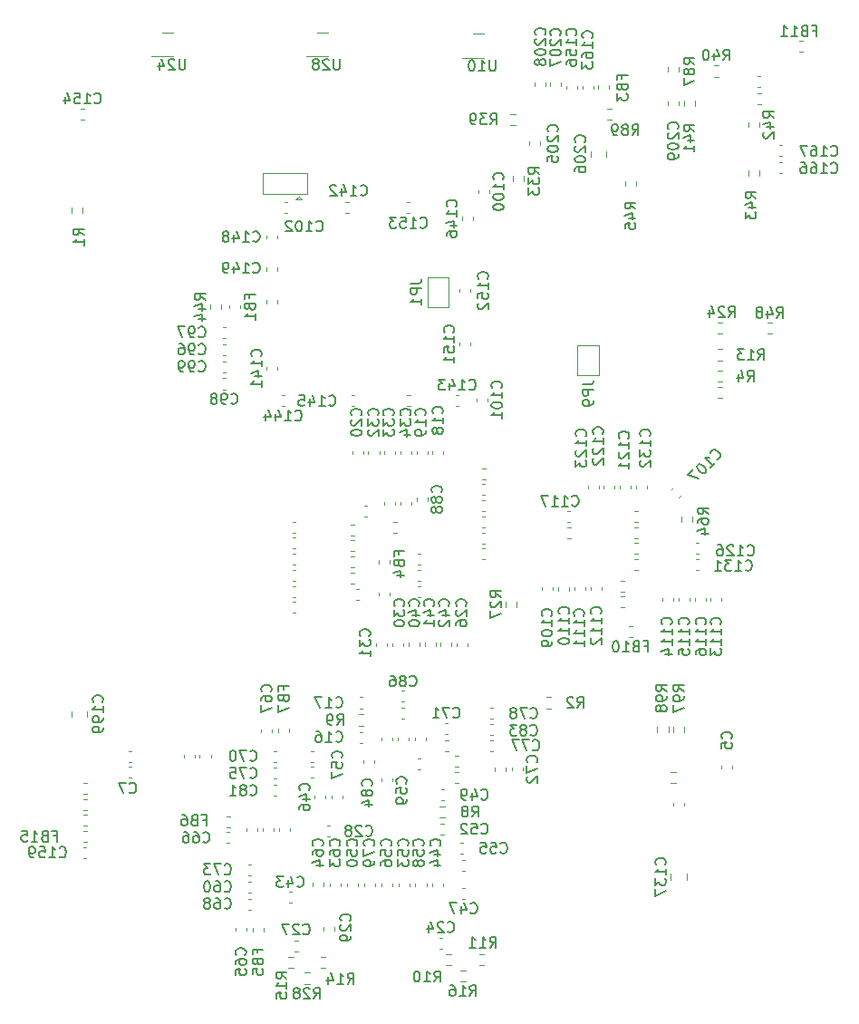
<source format=gbr>
%TF.GenerationSoftware,KiCad,Pcbnew,7.0.2*%
%TF.CreationDate,2024-03-22T17:28:18-04:00*%
%TF.ProjectId,MR-Core,4d522d43-6f72-4652-9e6b-696361645f70,rev?*%
%TF.SameCoordinates,Original*%
%TF.FileFunction,Legend,Bot*%
%TF.FilePolarity,Positive*%
%FSLAX46Y46*%
G04 Gerber Fmt 4.6, Leading zero omitted, Abs format (unit mm)*
G04 Created by KiCad (PCBNEW 7.0.2) date 2024-03-22 17:28:18*
%MOMM*%
%LPD*%
G01*
G04 APERTURE LIST*
%ADD10C,0.150000*%
%ADD11C,0.120000*%
G04 APERTURE END LIST*
D10*
%TO.C,C17*%
X134442857Y-108367380D02*
X134490476Y-108415000D01*
X134490476Y-108415000D02*
X134633333Y-108462619D01*
X134633333Y-108462619D02*
X134728571Y-108462619D01*
X134728571Y-108462619D02*
X134871428Y-108415000D01*
X134871428Y-108415000D02*
X134966666Y-108319761D01*
X134966666Y-108319761D02*
X135014285Y-108224523D01*
X135014285Y-108224523D02*
X135061904Y-108034047D01*
X135061904Y-108034047D02*
X135061904Y-107891190D01*
X135061904Y-107891190D02*
X135014285Y-107700714D01*
X135014285Y-107700714D02*
X134966666Y-107605476D01*
X134966666Y-107605476D02*
X134871428Y-107510238D01*
X134871428Y-107510238D02*
X134728571Y-107462619D01*
X134728571Y-107462619D02*
X134633333Y-107462619D01*
X134633333Y-107462619D02*
X134490476Y-107510238D01*
X134490476Y-107510238D02*
X134442857Y-107557857D01*
X133490476Y-108462619D02*
X134061904Y-108462619D01*
X133776190Y-108462619D02*
X133776190Y-107462619D01*
X133776190Y-107462619D02*
X133871428Y-107605476D01*
X133871428Y-107605476D02*
X133966666Y-107700714D01*
X133966666Y-107700714D02*
X134061904Y-107748333D01*
X133157142Y-107462619D02*
X132490476Y-107462619D01*
X132490476Y-107462619D02*
X132919047Y-108462619D01*
%TO.C,C112*%
X159167380Y-99680952D02*
X159215000Y-99633333D01*
X159215000Y-99633333D02*
X159262619Y-99490476D01*
X159262619Y-99490476D02*
X159262619Y-99395238D01*
X159262619Y-99395238D02*
X159215000Y-99252381D01*
X159215000Y-99252381D02*
X159119761Y-99157143D01*
X159119761Y-99157143D02*
X159024523Y-99109524D01*
X159024523Y-99109524D02*
X158834047Y-99061905D01*
X158834047Y-99061905D02*
X158691190Y-99061905D01*
X158691190Y-99061905D02*
X158500714Y-99109524D01*
X158500714Y-99109524D02*
X158405476Y-99157143D01*
X158405476Y-99157143D02*
X158310238Y-99252381D01*
X158310238Y-99252381D02*
X158262619Y-99395238D01*
X158262619Y-99395238D02*
X158262619Y-99490476D01*
X158262619Y-99490476D02*
X158310238Y-99633333D01*
X158310238Y-99633333D02*
X158357857Y-99680952D01*
X159262619Y-100633333D02*
X159262619Y-100061905D01*
X159262619Y-100347619D02*
X158262619Y-100347619D01*
X158262619Y-100347619D02*
X158405476Y-100252381D01*
X158405476Y-100252381D02*
X158500714Y-100157143D01*
X158500714Y-100157143D02*
X158548333Y-100061905D01*
X159262619Y-101585714D02*
X159262619Y-101014286D01*
X159262619Y-101300000D02*
X158262619Y-101300000D01*
X158262619Y-101300000D02*
X158405476Y-101204762D01*
X158405476Y-101204762D02*
X158500714Y-101109524D01*
X158500714Y-101109524D02*
X158548333Y-101014286D01*
X158357857Y-101966667D02*
X158310238Y-102014286D01*
X158310238Y-102014286D02*
X158262619Y-102109524D01*
X158262619Y-102109524D02*
X158262619Y-102347619D01*
X158262619Y-102347619D02*
X158310238Y-102442857D01*
X158310238Y-102442857D02*
X158357857Y-102490476D01*
X158357857Y-102490476D02*
X158453095Y-102538095D01*
X158453095Y-102538095D02*
X158548333Y-102538095D01*
X158548333Y-102538095D02*
X158691190Y-102490476D01*
X158691190Y-102490476D02*
X159262619Y-101919048D01*
X159262619Y-101919048D02*
X159262619Y-102538095D01*
%TO.C,C64*%
X133167380Y-121357142D02*
X133215000Y-121309523D01*
X133215000Y-121309523D02*
X133262619Y-121166666D01*
X133262619Y-121166666D02*
X133262619Y-121071428D01*
X133262619Y-121071428D02*
X133215000Y-120928571D01*
X133215000Y-120928571D02*
X133119761Y-120833333D01*
X133119761Y-120833333D02*
X133024523Y-120785714D01*
X133024523Y-120785714D02*
X132834047Y-120738095D01*
X132834047Y-120738095D02*
X132691190Y-120738095D01*
X132691190Y-120738095D02*
X132500714Y-120785714D01*
X132500714Y-120785714D02*
X132405476Y-120833333D01*
X132405476Y-120833333D02*
X132310238Y-120928571D01*
X132310238Y-120928571D02*
X132262619Y-121071428D01*
X132262619Y-121071428D02*
X132262619Y-121166666D01*
X132262619Y-121166666D02*
X132310238Y-121309523D01*
X132310238Y-121309523D02*
X132357857Y-121357142D01*
X132262619Y-122214285D02*
X132262619Y-122023809D01*
X132262619Y-122023809D02*
X132310238Y-121928571D01*
X132310238Y-121928571D02*
X132357857Y-121880952D01*
X132357857Y-121880952D02*
X132500714Y-121785714D01*
X132500714Y-121785714D02*
X132691190Y-121738095D01*
X132691190Y-121738095D02*
X133072142Y-121738095D01*
X133072142Y-121738095D02*
X133167380Y-121785714D01*
X133167380Y-121785714D02*
X133215000Y-121833333D01*
X133215000Y-121833333D02*
X133262619Y-121928571D01*
X133262619Y-121928571D02*
X133262619Y-122119047D01*
X133262619Y-122119047D02*
X133215000Y-122214285D01*
X133215000Y-122214285D02*
X133167380Y-122261904D01*
X133167380Y-122261904D02*
X133072142Y-122309523D01*
X133072142Y-122309523D02*
X132834047Y-122309523D01*
X132834047Y-122309523D02*
X132738809Y-122261904D01*
X132738809Y-122261904D02*
X132691190Y-122214285D01*
X132691190Y-122214285D02*
X132643571Y-122119047D01*
X132643571Y-122119047D02*
X132643571Y-121928571D01*
X132643571Y-121928571D02*
X132691190Y-121833333D01*
X132691190Y-121833333D02*
X132738809Y-121785714D01*
X132738809Y-121785714D02*
X132834047Y-121738095D01*
X132595952Y-123166666D02*
X133262619Y-123166666D01*
X132215000Y-122928571D02*
X132929285Y-122690476D01*
X132929285Y-122690476D02*
X132929285Y-123309523D01*
%TO.C,C67*%
X128367380Y-106957142D02*
X128415000Y-106909523D01*
X128415000Y-106909523D02*
X128462619Y-106766666D01*
X128462619Y-106766666D02*
X128462619Y-106671428D01*
X128462619Y-106671428D02*
X128415000Y-106528571D01*
X128415000Y-106528571D02*
X128319761Y-106433333D01*
X128319761Y-106433333D02*
X128224523Y-106385714D01*
X128224523Y-106385714D02*
X128034047Y-106338095D01*
X128034047Y-106338095D02*
X127891190Y-106338095D01*
X127891190Y-106338095D02*
X127700714Y-106385714D01*
X127700714Y-106385714D02*
X127605476Y-106433333D01*
X127605476Y-106433333D02*
X127510238Y-106528571D01*
X127510238Y-106528571D02*
X127462619Y-106671428D01*
X127462619Y-106671428D02*
X127462619Y-106766666D01*
X127462619Y-106766666D02*
X127510238Y-106909523D01*
X127510238Y-106909523D02*
X127557857Y-106957142D01*
X127462619Y-107814285D02*
X127462619Y-107623809D01*
X127462619Y-107623809D02*
X127510238Y-107528571D01*
X127510238Y-107528571D02*
X127557857Y-107480952D01*
X127557857Y-107480952D02*
X127700714Y-107385714D01*
X127700714Y-107385714D02*
X127891190Y-107338095D01*
X127891190Y-107338095D02*
X128272142Y-107338095D01*
X128272142Y-107338095D02*
X128367380Y-107385714D01*
X128367380Y-107385714D02*
X128415000Y-107433333D01*
X128415000Y-107433333D02*
X128462619Y-107528571D01*
X128462619Y-107528571D02*
X128462619Y-107719047D01*
X128462619Y-107719047D02*
X128415000Y-107814285D01*
X128415000Y-107814285D02*
X128367380Y-107861904D01*
X128367380Y-107861904D02*
X128272142Y-107909523D01*
X128272142Y-107909523D02*
X128034047Y-107909523D01*
X128034047Y-107909523D02*
X127938809Y-107861904D01*
X127938809Y-107861904D02*
X127891190Y-107814285D01*
X127891190Y-107814285D02*
X127843571Y-107719047D01*
X127843571Y-107719047D02*
X127843571Y-107528571D01*
X127843571Y-107528571D02*
X127891190Y-107433333D01*
X127891190Y-107433333D02*
X127938809Y-107385714D01*
X127938809Y-107385714D02*
X128034047Y-107338095D01*
X127462619Y-108242857D02*
X127462619Y-108909523D01*
X127462619Y-108909523D02*
X128462619Y-108480952D01*
%TO.C,C46*%
X131937380Y-116157142D02*
X131985000Y-116109523D01*
X131985000Y-116109523D02*
X132032619Y-115966666D01*
X132032619Y-115966666D02*
X132032619Y-115871428D01*
X132032619Y-115871428D02*
X131985000Y-115728571D01*
X131985000Y-115728571D02*
X131889761Y-115633333D01*
X131889761Y-115633333D02*
X131794523Y-115585714D01*
X131794523Y-115585714D02*
X131604047Y-115538095D01*
X131604047Y-115538095D02*
X131461190Y-115538095D01*
X131461190Y-115538095D02*
X131270714Y-115585714D01*
X131270714Y-115585714D02*
X131175476Y-115633333D01*
X131175476Y-115633333D02*
X131080238Y-115728571D01*
X131080238Y-115728571D02*
X131032619Y-115871428D01*
X131032619Y-115871428D02*
X131032619Y-115966666D01*
X131032619Y-115966666D02*
X131080238Y-116109523D01*
X131080238Y-116109523D02*
X131127857Y-116157142D01*
X131365952Y-117014285D02*
X132032619Y-117014285D01*
X130985000Y-116776190D02*
X131699285Y-116538095D01*
X131699285Y-116538095D02*
X131699285Y-117157142D01*
X131032619Y-117966666D02*
X131032619Y-117776190D01*
X131032619Y-117776190D02*
X131080238Y-117680952D01*
X131080238Y-117680952D02*
X131127857Y-117633333D01*
X131127857Y-117633333D02*
X131270714Y-117538095D01*
X131270714Y-117538095D02*
X131461190Y-117490476D01*
X131461190Y-117490476D02*
X131842142Y-117490476D01*
X131842142Y-117490476D02*
X131937380Y-117538095D01*
X131937380Y-117538095D02*
X131985000Y-117585714D01*
X131985000Y-117585714D02*
X132032619Y-117680952D01*
X132032619Y-117680952D02*
X132032619Y-117871428D01*
X132032619Y-117871428D02*
X131985000Y-117966666D01*
X131985000Y-117966666D02*
X131937380Y-118014285D01*
X131937380Y-118014285D02*
X131842142Y-118061904D01*
X131842142Y-118061904D02*
X131604047Y-118061904D01*
X131604047Y-118061904D02*
X131508809Y-118014285D01*
X131508809Y-118014285D02*
X131461190Y-117966666D01*
X131461190Y-117966666D02*
X131413571Y-117871428D01*
X131413571Y-117871428D02*
X131413571Y-117680952D01*
X131413571Y-117680952D02*
X131461190Y-117585714D01*
X131461190Y-117585714D02*
X131508809Y-117538095D01*
X131508809Y-117538095D02*
X131604047Y-117490476D01*
%TO.C,C42*%
X144967380Y-98957142D02*
X145015000Y-98909523D01*
X145015000Y-98909523D02*
X145062619Y-98766666D01*
X145062619Y-98766666D02*
X145062619Y-98671428D01*
X145062619Y-98671428D02*
X145015000Y-98528571D01*
X145015000Y-98528571D02*
X144919761Y-98433333D01*
X144919761Y-98433333D02*
X144824523Y-98385714D01*
X144824523Y-98385714D02*
X144634047Y-98338095D01*
X144634047Y-98338095D02*
X144491190Y-98338095D01*
X144491190Y-98338095D02*
X144300714Y-98385714D01*
X144300714Y-98385714D02*
X144205476Y-98433333D01*
X144205476Y-98433333D02*
X144110238Y-98528571D01*
X144110238Y-98528571D02*
X144062619Y-98671428D01*
X144062619Y-98671428D02*
X144062619Y-98766666D01*
X144062619Y-98766666D02*
X144110238Y-98909523D01*
X144110238Y-98909523D02*
X144157857Y-98957142D01*
X144395952Y-99814285D02*
X145062619Y-99814285D01*
X144015000Y-99576190D02*
X144729285Y-99338095D01*
X144729285Y-99338095D02*
X144729285Y-99957142D01*
X144157857Y-100290476D02*
X144110238Y-100338095D01*
X144110238Y-100338095D02*
X144062619Y-100433333D01*
X144062619Y-100433333D02*
X144062619Y-100671428D01*
X144062619Y-100671428D02*
X144110238Y-100766666D01*
X144110238Y-100766666D02*
X144157857Y-100814285D01*
X144157857Y-100814285D02*
X144253095Y-100861904D01*
X144253095Y-100861904D02*
X144348333Y-100861904D01*
X144348333Y-100861904D02*
X144491190Y-100814285D01*
X144491190Y-100814285D02*
X145062619Y-100242857D01*
X145062619Y-100242857D02*
X145062619Y-100861904D01*
%TO.C,FB4*%
X140338809Y-94166666D02*
X140338809Y-93833333D01*
X140862619Y-93833333D02*
X139862619Y-93833333D01*
X139862619Y-93833333D02*
X139862619Y-94309523D01*
X140338809Y-95023809D02*
X140386428Y-95166666D01*
X140386428Y-95166666D02*
X140434047Y-95214285D01*
X140434047Y-95214285D02*
X140529285Y-95261904D01*
X140529285Y-95261904D02*
X140672142Y-95261904D01*
X140672142Y-95261904D02*
X140767380Y-95214285D01*
X140767380Y-95214285D02*
X140815000Y-95166666D01*
X140815000Y-95166666D02*
X140862619Y-95071428D01*
X140862619Y-95071428D02*
X140862619Y-94690476D01*
X140862619Y-94690476D02*
X139862619Y-94690476D01*
X139862619Y-94690476D02*
X139862619Y-95023809D01*
X139862619Y-95023809D02*
X139910238Y-95119047D01*
X139910238Y-95119047D02*
X139957857Y-95166666D01*
X139957857Y-95166666D02*
X140053095Y-95214285D01*
X140053095Y-95214285D02*
X140148333Y-95214285D01*
X140148333Y-95214285D02*
X140243571Y-95166666D01*
X140243571Y-95166666D02*
X140291190Y-95119047D01*
X140291190Y-95119047D02*
X140338809Y-95023809D01*
X140338809Y-95023809D02*
X140338809Y-94690476D01*
X140195952Y-96119047D02*
X140862619Y-96119047D01*
X139815000Y-95880952D02*
X140529285Y-95642857D01*
X140529285Y-95642857D02*
X140529285Y-96261904D01*
%TO.C,C116*%
X168967380Y-100680952D02*
X169015000Y-100633333D01*
X169015000Y-100633333D02*
X169062619Y-100490476D01*
X169062619Y-100490476D02*
X169062619Y-100395238D01*
X169062619Y-100395238D02*
X169015000Y-100252381D01*
X169015000Y-100252381D02*
X168919761Y-100157143D01*
X168919761Y-100157143D02*
X168824523Y-100109524D01*
X168824523Y-100109524D02*
X168634047Y-100061905D01*
X168634047Y-100061905D02*
X168491190Y-100061905D01*
X168491190Y-100061905D02*
X168300714Y-100109524D01*
X168300714Y-100109524D02*
X168205476Y-100157143D01*
X168205476Y-100157143D02*
X168110238Y-100252381D01*
X168110238Y-100252381D02*
X168062619Y-100395238D01*
X168062619Y-100395238D02*
X168062619Y-100490476D01*
X168062619Y-100490476D02*
X168110238Y-100633333D01*
X168110238Y-100633333D02*
X168157857Y-100680952D01*
X169062619Y-101633333D02*
X169062619Y-101061905D01*
X169062619Y-101347619D02*
X168062619Y-101347619D01*
X168062619Y-101347619D02*
X168205476Y-101252381D01*
X168205476Y-101252381D02*
X168300714Y-101157143D01*
X168300714Y-101157143D02*
X168348333Y-101061905D01*
X169062619Y-102585714D02*
X169062619Y-102014286D01*
X169062619Y-102300000D02*
X168062619Y-102300000D01*
X168062619Y-102300000D02*
X168205476Y-102204762D01*
X168205476Y-102204762D02*
X168300714Y-102109524D01*
X168300714Y-102109524D02*
X168348333Y-102014286D01*
X168062619Y-103442857D02*
X168062619Y-103252381D01*
X168062619Y-103252381D02*
X168110238Y-103157143D01*
X168110238Y-103157143D02*
X168157857Y-103109524D01*
X168157857Y-103109524D02*
X168300714Y-103014286D01*
X168300714Y-103014286D02*
X168491190Y-102966667D01*
X168491190Y-102966667D02*
X168872142Y-102966667D01*
X168872142Y-102966667D02*
X168967380Y-103014286D01*
X168967380Y-103014286D02*
X169015000Y-103061905D01*
X169015000Y-103061905D02*
X169062619Y-103157143D01*
X169062619Y-103157143D02*
X169062619Y-103347619D01*
X169062619Y-103347619D02*
X169015000Y-103442857D01*
X169015000Y-103442857D02*
X168967380Y-103490476D01*
X168967380Y-103490476D02*
X168872142Y-103538095D01*
X168872142Y-103538095D02*
X168634047Y-103538095D01*
X168634047Y-103538095D02*
X168538809Y-103490476D01*
X168538809Y-103490476D02*
X168491190Y-103442857D01*
X168491190Y-103442857D02*
X168443571Y-103347619D01*
X168443571Y-103347619D02*
X168443571Y-103157143D01*
X168443571Y-103157143D02*
X168491190Y-103061905D01*
X168491190Y-103061905D02*
X168538809Y-103014286D01*
X168538809Y-103014286D02*
X168634047Y-102966667D01*
%TO.C,C156*%
X156867380Y-45630952D02*
X156915000Y-45583333D01*
X156915000Y-45583333D02*
X156962619Y-45440476D01*
X156962619Y-45440476D02*
X156962619Y-45345238D01*
X156962619Y-45345238D02*
X156915000Y-45202381D01*
X156915000Y-45202381D02*
X156819761Y-45107143D01*
X156819761Y-45107143D02*
X156724523Y-45059524D01*
X156724523Y-45059524D02*
X156534047Y-45011905D01*
X156534047Y-45011905D02*
X156391190Y-45011905D01*
X156391190Y-45011905D02*
X156200714Y-45059524D01*
X156200714Y-45059524D02*
X156105476Y-45107143D01*
X156105476Y-45107143D02*
X156010238Y-45202381D01*
X156010238Y-45202381D02*
X155962619Y-45345238D01*
X155962619Y-45345238D02*
X155962619Y-45440476D01*
X155962619Y-45440476D02*
X156010238Y-45583333D01*
X156010238Y-45583333D02*
X156057857Y-45630952D01*
X156962619Y-46583333D02*
X156962619Y-46011905D01*
X156962619Y-46297619D02*
X155962619Y-46297619D01*
X155962619Y-46297619D02*
X156105476Y-46202381D01*
X156105476Y-46202381D02*
X156200714Y-46107143D01*
X156200714Y-46107143D02*
X156248333Y-46011905D01*
X155962619Y-47488095D02*
X155962619Y-47011905D01*
X155962619Y-47011905D02*
X156438809Y-46964286D01*
X156438809Y-46964286D02*
X156391190Y-47011905D01*
X156391190Y-47011905D02*
X156343571Y-47107143D01*
X156343571Y-47107143D02*
X156343571Y-47345238D01*
X156343571Y-47345238D02*
X156391190Y-47440476D01*
X156391190Y-47440476D02*
X156438809Y-47488095D01*
X156438809Y-47488095D02*
X156534047Y-47535714D01*
X156534047Y-47535714D02*
X156772142Y-47535714D01*
X156772142Y-47535714D02*
X156867380Y-47488095D01*
X156867380Y-47488095D02*
X156915000Y-47440476D01*
X156915000Y-47440476D02*
X156962619Y-47345238D01*
X156962619Y-47345238D02*
X156962619Y-47107143D01*
X156962619Y-47107143D02*
X156915000Y-47011905D01*
X156915000Y-47011905D02*
X156867380Y-46964286D01*
X155962619Y-48392857D02*
X155962619Y-48202381D01*
X155962619Y-48202381D02*
X156010238Y-48107143D01*
X156010238Y-48107143D02*
X156057857Y-48059524D01*
X156057857Y-48059524D02*
X156200714Y-47964286D01*
X156200714Y-47964286D02*
X156391190Y-47916667D01*
X156391190Y-47916667D02*
X156772142Y-47916667D01*
X156772142Y-47916667D02*
X156867380Y-47964286D01*
X156867380Y-47964286D02*
X156915000Y-48011905D01*
X156915000Y-48011905D02*
X156962619Y-48107143D01*
X156962619Y-48107143D02*
X156962619Y-48297619D01*
X156962619Y-48297619D02*
X156915000Y-48392857D01*
X156915000Y-48392857D02*
X156867380Y-48440476D01*
X156867380Y-48440476D02*
X156772142Y-48488095D01*
X156772142Y-48488095D02*
X156534047Y-48488095D01*
X156534047Y-48488095D02*
X156438809Y-48440476D01*
X156438809Y-48440476D02*
X156391190Y-48392857D01*
X156391190Y-48392857D02*
X156343571Y-48297619D01*
X156343571Y-48297619D02*
X156343571Y-48107143D01*
X156343571Y-48107143D02*
X156391190Y-48011905D01*
X156391190Y-48011905D02*
X156438809Y-47964286D01*
X156438809Y-47964286D02*
X156534047Y-47916667D01*
%TO.C,C148*%
X126719047Y-64842380D02*
X126766666Y-64890000D01*
X126766666Y-64890000D02*
X126909523Y-64937619D01*
X126909523Y-64937619D02*
X127004761Y-64937619D01*
X127004761Y-64937619D02*
X127147618Y-64890000D01*
X127147618Y-64890000D02*
X127242856Y-64794761D01*
X127242856Y-64794761D02*
X127290475Y-64699523D01*
X127290475Y-64699523D02*
X127338094Y-64509047D01*
X127338094Y-64509047D02*
X127338094Y-64366190D01*
X127338094Y-64366190D02*
X127290475Y-64175714D01*
X127290475Y-64175714D02*
X127242856Y-64080476D01*
X127242856Y-64080476D02*
X127147618Y-63985238D01*
X127147618Y-63985238D02*
X127004761Y-63937619D01*
X127004761Y-63937619D02*
X126909523Y-63937619D01*
X126909523Y-63937619D02*
X126766666Y-63985238D01*
X126766666Y-63985238D02*
X126719047Y-64032857D01*
X125766666Y-64937619D02*
X126338094Y-64937619D01*
X126052380Y-64937619D02*
X126052380Y-63937619D01*
X126052380Y-63937619D02*
X126147618Y-64080476D01*
X126147618Y-64080476D02*
X126242856Y-64175714D01*
X126242856Y-64175714D02*
X126338094Y-64223333D01*
X124909523Y-64270952D02*
X124909523Y-64937619D01*
X125147618Y-63890000D02*
X125385713Y-64604285D01*
X125385713Y-64604285D02*
X124766666Y-64604285D01*
X124242856Y-64366190D02*
X124338094Y-64318571D01*
X124338094Y-64318571D02*
X124385713Y-64270952D01*
X124385713Y-64270952D02*
X124433332Y-64175714D01*
X124433332Y-64175714D02*
X124433332Y-64128095D01*
X124433332Y-64128095D02*
X124385713Y-64032857D01*
X124385713Y-64032857D02*
X124338094Y-63985238D01*
X124338094Y-63985238D02*
X124242856Y-63937619D01*
X124242856Y-63937619D02*
X124052380Y-63937619D01*
X124052380Y-63937619D02*
X123957142Y-63985238D01*
X123957142Y-63985238D02*
X123909523Y-64032857D01*
X123909523Y-64032857D02*
X123861904Y-64128095D01*
X123861904Y-64128095D02*
X123861904Y-64175714D01*
X123861904Y-64175714D02*
X123909523Y-64270952D01*
X123909523Y-64270952D02*
X123957142Y-64318571D01*
X123957142Y-64318571D02*
X124052380Y-64366190D01*
X124052380Y-64366190D02*
X124242856Y-64366190D01*
X124242856Y-64366190D02*
X124338094Y-64413809D01*
X124338094Y-64413809D02*
X124385713Y-64461428D01*
X124385713Y-64461428D02*
X124433332Y-64556666D01*
X124433332Y-64556666D02*
X124433332Y-64747142D01*
X124433332Y-64747142D02*
X124385713Y-64842380D01*
X124385713Y-64842380D02*
X124338094Y-64890000D01*
X124338094Y-64890000D02*
X124242856Y-64937619D01*
X124242856Y-64937619D02*
X124052380Y-64937619D01*
X124052380Y-64937619D02*
X123957142Y-64890000D01*
X123957142Y-64890000D02*
X123909523Y-64842380D01*
X123909523Y-64842380D02*
X123861904Y-64747142D01*
X123861904Y-64747142D02*
X123861904Y-64556666D01*
X123861904Y-64556666D02*
X123909523Y-64461428D01*
X123909523Y-64461428D02*
X123957142Y-64413809D01*
X123957142Y-64413809D02*
X124052380Y-64366190D01*
%TO.C,C208*%
X153967380Y-45580952D02*
X154015000Y-45533333D01*
X154015000Y-45533333D02*
X154062619Y-45390476D01*
X154062619Y-45390476D02*
X154062619Y-45295238D01*
X154062619Y-45295238D02*
X154015000Y-45152381D01*
X154015000Y-45152381D02*
X153919761Y-45057143D01*
X153919761Y-45057143D02*
X153824523Y-45009524D01*
X153824523Y-45009524D02*
X153634047Y-44961905D01*
X153634047Y-44961905D02*
X153491190Y-44961905D01*
X153491190Y-44961905D02*
X153300714Y-45009524D01*
X153300714Y-45009524D02*
X153205476Y-45057143D01*
X153205476Y-45057143D02*
X153110238Y-45152381D01*
X153110238Y-45152381D02*
X153062619Y-45295238D01*
X153062619Y-45295238D02*
X153062619Y-45390476D01*
X153062619Y-45390476D02*
X153110238Y-45533333D01*
X153110238Y-45533333D02*
X153157857Y-45580952D01*
X153157857Y-45961905D02*
X153110238Y-46009524D01*
X153110238Y-46009524D02*
X153062619Y-46104762D01*
X153062619Y-46104762D02*
X153062619Y-46342857D01*
X153062619Y-46342857D02*
X153110238Y-46438095D01*
X153110238Y-46438095D02*
X153157857Y-46485714D01*
X153157857Y-46485714D02*
X153253095Y-46533333D01*
X153253095Y-46533333D02*
X153348333Y-46533333D01*
X153348333Y-46533333D02*
X153491190Y-46485714D01*
X153491190Y-46485714D02*
X154062619Y-45914286D01*
X154062619Y-45914286D02*
X154062619Y-46533333D01*
X153062619Y-47152381D02*
X153062619Y-47247619D01*
X153062619Y-47247619D02*
X153110238Y-47342857D01*
X153110238Y-47342857D02*
X153157857Y-47390476D01*
X153157857Y-47390476D02*
X153253095Y-47438095D01*
X153253095Y-47438095D02*
X153443571Y-47485714D01*
X153443571Y-47485714D02*
X153681666Y-47485714D01*
X153681666Y-47485714D02*
X153872142Y-47438095D01*
X153872142Y-47438095D02*
X153967380Y-47390476D01*
X153967380Y-47390476D02*
X154015000Y-47342857D01*
X154015000Y-47342857D02*
X154062619Y-47247619D01*
X154062619Y-47247619D02*
X154062619Y-47152381D01*
X154062619Y-47152381D02*
X154015000Y-47057143D01*
X154015000Y-47057143D02*
X153967380Y-47009524D01*
X153967380Y-47009524D02*
X153872142Y-46961905D01*
X153872142Y-46961905D02*
X153681666Y-46914286D01*
X153681666Y-46914286D02*
X153443571Y-46914286D01*
X153443571Y-46914286D02*
X153253095Y-46961905D01*
X153253095Y-46961905D02*
X153157857Y-47009524D01*
X153157857Y-47009524D02*
X153110238Y-47057143D01*
X153110238Y-47057143D02*
X153062619Y-47152381D01*
X153491190Y-48057143D02*
X153443571Y-47961905D01*
X153443571Y-47961905D02*
X153395952Y-47914286D01*
X153395952Y-47914286D02*
X153300714Y-47866667D01*
X153300714Y-47866667D02*
X153253095Y-47866667D01*
X153253095Y-47866667D02*
X153157857Y-47914286D01*
X153157857Y-47914286D02*
X153110238Y-47961905D01*
X153110238Y-47961905D02*
X153062619Y-48057143D01*
X153062619Y-48057143D02*
X153062619Y-48247619D01*
X153062619Y-48247619D02*
X153110238Y-48342857D01*
X153110238Y-48342857D02*
X153157857Y-48390476D01*
X153157857Y-48390476D02*
X153253095Y-48438095D01*
X153253095Y-48438095D02*
X153300714Y-48438095D01*
X153300714Y-48438095D02*
X153395952Y-48390476D01*
X153395952Y-48390476D02*
X153443571Y-48342857D01*
X153443571Y-48342857D02*
X153491190Y-48247619D01*
X153491190Y-48247619D02*
X153491190Y-48057143D01*
X153491190Y-48057143D02*
X153538809Y-47961905D01*
X153538809Y-47961905D02*
X153586428Y-47914286D01*
X153586428Y-47914286D02*
X153681666Y-47866667D01*
X153681666Y-47866667D02*
X153872142Y-47866667D01*
X153872142Y-47866667D02*
X153967380Y-47914286D01*
X153967380Y-47914286D02*
X154015000Y-47961905D01*
X154015000Y-47961905D02*
X154062619Y-48057143D01*
X154062619Y-48057143D02*
X154062619Y-48247619D01*
X154062619Y-48247619D02*
X154015000Y-48342857D01*
X154015000Y-48342857D02*
X153967380Y-48390476D01*
X153967380Y-48390476D02*
X153872142Y-48438095D01*
X153872142Y-48438095D02*
X153681666Y-48438095D01*
X153681666Y-48438095D02*
X153586428Y-48390476D01*
X153586428Y-48390476D02*
X153538809Y-48342857D01*
X153538809Y-48342857D02*
X153491190Y-48247619D01*
%TO.C,C111*%
X157567380Y-99880952D02*
X157615000Y-99833333D01*
X157615000Y-99833333D02*
X157662619Y-99690476D01*
X157662619Y-99690476D02*
X157662619Y-99595238D01*
X157662619Y-99595238D02*
X157615000Y-99452381D01*
X157615000Y-99452381D02*
X157519761Y-99357143D01*
X157519761Y-99357143D02*
X157424523Y-99309524D01*
X157424523Y-99309524D02*
X157234047Y-99261905D01*
X157234047Y-99261905D02*
X157091190Y-99261905D01*
X157091190Y-99261905D02*
X156900714Y-99309524D01*
X156900714Y-99309524D02*
X156805476Y-99357143D01*
X156805476Y-99357143D02*
X156710238Y-99452381D01*
X156710238Y-99452381D02*
X156662619Y-99595238D01*
X156662619Y-99595238D02*
X156662619Y-99690476D01*
X156662619Y-99690476D02*
X156710238Y-99833333D01*
X156710238Y-99833333D02*
X156757857Y-99880952D01*
X157662619Y-100833333D02*
X157662619Y-100261905D01*
X157662619Y-100547619D02*
X156662619Y-100547619D01*
X156662619Y-100547619D02*
X156805476Y-100452381D01*
X156805476Y-100452381D02*
X156900714Y-100357143D01*
X156900714Y-100357143D02*
X156948333Y-100261905D01*
X157662619Y-101785714D02*
X157662619Y-101214286D01*
X157662619Y-101500000D02*
X156662619Y-101500000D01*
X156662619Y-101500000D02*
X156805476Y-101404762D01*
X156805476Y-101404762D02*
X156900714Y-101309524D01*
X156900714Y-101309524D02*
X156948333Y-101214286D01*
X157662619Y-102738095D02*
X157662619Y-102166667D01*
X157662619Y-102452381D02*
X156662619Y-102452381D01*
X156662619Y-102452381D02*
X156805476Y-102357143D01*
X156805476Y-102357143D02*
X156900714Y-102261905D01*
X156900714Y-102261905D02*
X156948333Y-102166667D01*
%TO.C,JP1*%
X141462619Y-68816666D02*
X142176904Y-68816666D01*
X142176904Y-68816666D02*
X142319761Y-68769047D01*
X142319761Y-68769047D02*
X142415000Y-68673809D01*
X142415000Y-68673809D02*
X142462619Y-68530952D01*
X142462619Y-68530952D02*
X142462619Y-68435714D01*
X142462619Y-69292857D02*
X141462619Y-69292857D01*
X141462619Y-69292857D02*
X141462619Y-69673809D01*
X141462619Y-69673809D02*
X141510238Y-69769047D01*
X141510238Y-69769047D02*
X141557857Y-69816666D01*
X141557857Y-69816666D02*
X141653095Y-69864285D01*
X141653095Y-69864285D02*
X141795952Y-69864285D01*
X141795952Y-69864285D02*
X141891190Y-69816666D01*
X141891190Y-69816666D02*
X141938809Y-69769047D01*
X141938809Y-69769047D02*
X141986428Y-69673809D01*
X141986428Y-69673809D02*
X141986428Y-69292857D01*
X142462619Y-70816666D02*
X142462619Y-70245238D01*
X142462619Y-70530952D02*
X141462619Y-70530952D01*
X141462619Y-70530952D02*
X141605476Y-70435714D01*
X141605476Y-70435714D02*
X141700714Y-70340476D01*
X141700714Y-70340476D02*
X141748333Y-70245238D01*
%TO.C,R48*%
X175642857Y-72032619D02*
X175976190Y-71556428D01*
X176214285Y-72032619D02*
X176214285Y-71032619D01*
X176214285Y-71032619D02*
X175833333Y-71032619D01*
X175833333Y-71032619D02*
X175738095Y-71080238D01*
X175738095Y-71080238D02*
X175690476Y-71127857D01*
X175690476Y-71127857D02*
X175642857Y-71223095D01*
X175642857Y-71223095D02*
X175642857Y-71365952D01*
X175642857Y-71365952D02*
X175690476Y-71461190D01*
X175690476Y-71461190D02*
X175738095Y-71508809D01*
X175738095Y-71508809D02*
X175833333Y-71556428D01*
X175833333Y-71556428D02*
X176214285Y-71556428D01*
X174785714Y-71365952D02*
X174785714Y-72032619D01*
X175023809Y-70985000D02*
X175261904Y-71699285D01*
X175261904Y-71699285D02*
X174642857Y-71699285D01*
X174119047Y-71461190D02*
X174214285Y-71413571D01*
X174214285Y-71413571D02*
X174261904Y-71365952D01*
X174261904Y-71365952D02*
X174309523Y-71270714D01*
X174309523Y-71270714D02*
X174309523Y-71223095D01*
X174309523Y-71223095D02*
X174261904Y-71127857D01*
X174261904Y-71127857D02*
X174214285Y-71080238D01*
X174214285Y-71080238D02*
X174119047Y-71032619D01*
X174119047Y-71032619D02*
X173928571Y-71032619D01*
X173928571Y-71032619D02*
X173833333Y-71080238D01*
X173833333Y-71080238D02*
X173785714Y-71127857D01*
X173785714Y-71127857D02*
X173738095Y-71223095D01*
X173738095Y-71223095D02*
X173738095Y-71270714D01*
X173738095Y-71270714D02*
X173785714Y-71365952D01*
X173785714Y-71365952D02*
X173833333Y-71413571D01*
X173833333Y-71413571D02*
X173928571Y-71461190D01*
X173928571Y-71461190D02*
X174119047Y-71461190D01*
X174119047Y-71461190D02*
X174214285Y-71508809D01*
X174214285Y-71508809D02*
X174261904Y-71556428D01*
X174261904Y-71556428D02*
X174309523Y-71651666D01*
X174309523Y-71651666D02*
X174309523Y-71842142D01*
X174309523Y-71842142D02*
X174261904Y-71937380D01*
X174261904Y-71937380D02*
X174214285Y-71985000D01*
X174214285Y-71985000D02*
X174119047Y-72032619D01*
X174119047Y-72032619D02*
X173928571Y-72032619D01*
X173928571Y-72032619D02*
X173833333Y-71985000D01*
X173833333Y-71985000D02*
X173785714Y-71937380D01*
X173785714Y-71937380D02*
X173738095Y-71842142D01*
X173738095Y-71842142D02*
X173738095Y-71651666D01*
X173738095Y-71651666D02*
X173785714Y-71556428D01*
X173785714Y-71556428D02*
X173833333Y-71508809D01*
X173833333Y-71508809D02*
X173928571Y-71461190D01*
%TO.C,C167*%
X180719047Y-56842380D02*
X180766666Y-56890000D01*
X180766666Y-56890000D02*
X180909523Y-56937619D01*
X180909523Y-56937619D02*
X181004761Y-56937619D01*
X181004761Y-56937619D02*
X181147618Y-56890000D01*
X181147618Y-56890000D02*
X181242856Y-56794761D01*
X181242856Y-56794761D02*
X181290475Y-56699523D01*
X181290475Y-56699523D02*
X181338094Y-56509047D01*
X181338094Y-56509047D02*
X181338094Y-56366190D01*
X181338094Y-56366190D02*
X181290475Y-56175714D01*
X181290475Y-56175714D02*
X181242856Y-56080476D01*
X181242856Y-56080476D02*
X181147618Y-55985238D01*
X181147618Y-55985238D02*
X181004761Y-55937619D01*
X181004761Y-55937619D02*
X180909523Y-55937619D01*
X180909523Y-55937619D02*
X180766666Y-55985238D01*
X180766666Y-55985238D02*
X180719047Y-56032857D01*
X179766666Y-56937619D02*
X180338094Y-56937619D01*
X180052380Y-56937619D02*
X180052380Y-55937619D01*
X180052380Y-55937619D02*
X180147618Y-56080476D01*
X180147618Y-56080476D02*
X180242856Y-56175714D01*
X180242856Y-56175714D02*
X180338094Y-56223333D01*
X178909523Y-55937619D02*
X179099999Y-55937619D01*
X179099999Y-55937619D02*
X179195237Y-55985238D01*
X179195237Y-55985238D02*
X179242856Y-56032857D01*
X179242856Y-56032857D02*
X179338094Y-56175714D01*
X179338094Y-56175714D02*
X179385713Y-56366190D01*
X179385713Y-56366190D02*
X179385713Y-56747142D01*
X179385713Y-56747142D02*
X179338094Y-56842380D01*
X179338094Y-56842380D02*
X179290475Y-56890000D01*
X179290475Y-56890000D02*
X179195237Y-56937619D01*
X179195237Y-56937619D02*
X179004761Y-56937619D01*
X179004761Y-56937619D02*
X178909523Y-56890000D01*
X178909523Y-56890000D02*
X178861904Y-56842380D01*
X178861904Y-56842380D02*
X178814285Y-56747142D01*
X178814285Y-56747142D02*
X178814285Y-56509047D01*
X178814285Y-56509047D02*
X178861904Y-56413809D01*
X178861904Y-56413809D02*
X178909523Y-56366190D01*
X178909523Y-56366190D02*
X179004761Y-56318571D01*
X179004761Y-56318571D02*
X179195237Y-56318571D01*
X179195237Y-56318571D02*
X179290475Y-56366190D01*
X179290475Y-56366190D02*
X179338094Y-56413809D01*
X179338094Y-56413809D02*
X179385713Y-56509047D01*
X178480951Y-55937619D02*
X177814285Y-55937619D01*
X177814285Y-55937619D02*
X178242856Y-56937619D01*
%TO.C,C44*%
X144167380Y-121357142D02*
X144215000Y-121309523D01*
X144215000Y-121309523D02*
X144262619Y-121166666D01*
X144262619Y-121166666D02*
X144262619Y-121071428D01*
X144262619Y-121071428D02*
X144215000Y-120928571D01*
X144215000Y-120928571D02*
X144119761Y-120833333D01*
X144119761Y-120833333D02*
X144024523Y-120785714D01*
X144024523Y-120785714D02*
X143834047Y-120738095D01*
X143834047Y-120738095D02*
X143691190Y-120738095D01*
X143691190Y-120738095D02*
X143500714Y-120785714D01*
X143500714Y-120785714D02*
X143405476Y-120833333D01*
X143405476Y-120833333D02*
X143310238Y-120928571D01*
X143310238Y-120928571D02*
X143262619Y-121071428D01*
X143262619Y-121071428D02*
X143262619Y-121166666D01*
X143262619Y-121166666D02*
X143310238Y-121309523D01*
X143310238Y-121309523D02*
X143357857Y-121357142D01*
X143595952Y-122214285D02*
X144262619Y-122214285D01*
X143215000Y-121976190D02*
X143929285Y-121738095D01*
X143929285Y-121738095D02*
X143929285Y-122357142D01*
X143595952Y-123166666D02*
X144262619Y-123166666D01*
X143215000Y-122928571D02*
X143929285Y-122690476D01*
X143929285Y-122690476D02*
X143929285Y-123309523D01*
%TO.C,R89*%
X162142857Y-54962619D02*
X162476190Y-54486428D01*
X162714285Y-54962619D02*
X162714285Y-53962619D01*
X162714285Y-53962619D02*
X162333333Y-53962619D01*
X162333333Y-53962619D02*
X162238095Y-54010238D01*
X162238095Y-54010238D02*
X162190476Y-54057857D01*
X162190476Y-54057857D02*
X162142857Y-54153095D01*
X162142857Y-54153095D02*
X162142857Y-54295952D01*
X162142857Y-54295952D02*
X162190476Y-54391190D01*
X162190476Y-54391190D02*
X162238095Y-54438809D01*
X162238095Y-54438809D02*
X162333333Y-54486428D01*
X162333333Y-54486428D02*
X162714285Y-54486428D01*
X161571428Y-54391190D02*
X161666666Y-54343571D01*
X161666666Y-54343571D02*
X161714285Y-54295952D01*
X161714285Y-54295952D02*
X161761904Y-54200714D01*
X161761904Y-54200714D02*
X161761904Y-54153095D01*
X161761904Y-54153095D02*
X161714285Y-54057857D01*
X161714285Y-54057857D02*
X161666666Y-54010238D01*
X161666666Y-54010238D02*
X161571428Y-53962619D01*
X161571428Y-53962619D02*
X161380952Y-53962619D01*
X161380952Y-53962619D02*
X161285714Y-54010238D01*
X161285714Y-54010238D02*
X161238095Y-54057857D01*
X161238095Y-54057857D02*
X161190476Y-54153095D01*
X161190476Y-54153095D02*
X161190476Y-54200714D01*
X161190476Y-54200714D02*
X161238095Y-54295952D01*
X161238095Y-54295952D02*
X161285714Y-54343571D01*
X161285714Y-54343571D02*
X161380952Y-54391190D01*
X161380952Y-54391190D02*
X161571428Y-54391190D01*
X161571428Y-54391190D02*
X161666666Y-54438809D01*
X161666666Y-54438809D02*
X161714285Y-54486428D01*
X161714285Y-54486428D02*
X161761904Y-54581666D01*
X161761904Y-54581666D02*
X161761904Y-54772142D01*
X161761904Y-54772142D02*
X161714285Y-54867380D01*
X161714285Y-54867380D02*
X161666666Y-54915000D01*
X161666666Y-54915000D02*
X161571428Y-54962619D01*
X161571428Y-54962619D02*
X161380952Y-54962619D01*
X161380952Y-54962619D02*
X161285714Y-54915000D01*
X161285714Y-54915000D02*
X161238095Y-54867380D01*
X161238095Y-54867380D02*
X161190476Y-54772142D01*
X161190476Y-54772142D02*
X161190476Y-54581666D01*
X161190476Y-54581666D02*
X161238095Y-54486428D01*
X161238095Y-54486428D02*
X161285714Y-54438809D01*
X161285714Y-54438809D02*
X161380952Y-54391190D01*
X160714285Y-54962619D02*
X160523809Y-54962619D01*
X160523809Y-54962619D02*
X160428571Y-54915000D01*
X160428571Y-54915000D02*
X160380952Y-54867380D01*
X160380952Y-54867380D02*
X160285714Y-54724523D01*
X160285714Y-54724523D02*
X160238095Y-54534047D01*
X160238095Y-54534047D02*
X160238095Y-54153095D01*
X160238095Y-54153095D02*
X160285714Y-54057857D01*
X160285714Y-54057857D02*
X160333333Y-54010238D01*
X160333333Y-54010238D02*
X160428571Y-53962619D01*
X160428571Y-53962619D02*
X160619047Y-53962619D01*
X160619047Y-53962619D02*
X160714285Y-54010238D01*
X160714285Y-54010238D02*
X160761904Y-54057857D01*
X160761904Y-54057857D02*
X160809523Y-54153095D01*
X160809523Y-54153095D02*
X160809523Y-54391190D01*
X160809523Y-54391190D02*
X160761904Y-54486428D01*
X160761904Y-54486428D02*
X160714285Y-54534047D01*
X160714285Y-54534047D02*
X160619047Y-54581666D01*
X160619047Y-54581666D02*
X160428571Y-54581666D01*
X160428571Y-54581666D02*
X160333333Y-54534047D01*
X160333333Y-54534047D02*
X160285714Y-54486428D01*
X160285714Y-54486428D02*
X160238095Y-54391190D01*
%TO.C,C131*%
X172719047Y-95567380D02*
X172766666Y-95615000D01*
X172766666Y-95615000D02*
X172909523Y-95662619D01*
X172909523Y-95662619D02*
X173004761Y-95662619D01*
X173004761Y-95662619D02*
X173147618Y-95615000D01*
X173147618Y-95615000D02*
X173242856Y-95519761D01*
X173242856Y-95519761D02*
X173290475Y-95424523D01*
X173290475Y-95424523D02*
X173338094Y-95234047D01*
X173338094Y-95234047D02*
X173338094Y-95091190D01*
X173338094Y-95091190D02*
X173290475Y-94900714D01*
X173290475Y-94900714D02*
X173242856Y-94805476D01*
X173242856Y-94805476D02*
X173147618Y-94710238D01*
X173147618Y-94710238D02*
X173004761Y-94662619D01*
X173004761Y-94662619D02*
X172909523Y-94662619D01*
X172909523Y-94662619D02*
X172766666Y-94710238D01*
X172766666Y-94710238D02*
X172719047Y-94757857D01*
X171766666Y-95662619D02*
X172338094Y-95662619D01*
X172052380Y-95662619D02*
X172052380Y-94662619D01*
X172052380Y-94662619D02*
X172147618Y-94805476D01*
X172147618Y-94805476D02*
X172242856Y-94900714D01*
X172242856Y-94900714D02*
X172338094Y-94948333D01*
X171433332Y-94662619D02*
X170814285Y-94662619D01*
X170814285Y-94662619D02*
X171147618Y-95043571D01*
X171147618Y-95043571D02*
X171004761Y-95043571D01*
X171004761Y-95043571D02*
X170909523Y-95091190D01*
X170909523Y-95091190D02*
X170861904Y-95138809D01*
X170861904Y-95138809D02*
X170814285Y-95234047D01*
X170814285Y-95234047D02*
X170814285Y-95472142D01*
X170814285Y-95472142D02*
X170861904Y-95567380D01*
X170861904Y-95567380D02*
X170909523Y-95615000D01*
X170909523Y-95615000D02*
X171004761Y-95662619D01*
X171004761Y-95662619D02*
X171290475Y-95662619D01*
X171290475Y-95662619D02*
X171385713Y-95615000D01*
X171385713Y-95615000D02*
X171433332Y-95567380D01*
X169861904Y-95662619D02*
X170433332Y-95662619D01*
X170147618Y-95662619D02*
X170147618Y-94662619D01*
X170147618Y-94662619D02*
X170242856Y-94805476D01*
X170242856Y-94805476D02*
X170338094Y-94900714D01*
X170338094Y-94900714D02*
X170433332Y-94948333D01*
%TO.C,C96*%
X121642857Y-75367380D02*
X121690476Y-75415000D01*
X121690476Y-75415000D02*
X121833333Y-75462619D01*
X121833333Y-75462619D02*
X121928571Y-75462619D01*
X121928571Y-75462619D02*
X122071428Y-75415000D01*
X122071428Y-75415000D02*
X122166666Y-75319761D01*
X122166666Y-75319761D02*
X122214285Y-75224523D01*
X122214285Y-75224523D02*
X122261904Y-75034047D01*
X122261904Y-75034047D02*
X122261904Y-74891190D01*
X122261904Y-74891190D02*
X122214285Y-74700714D01*
X122214285Y-74700714D02*
X122166666Y-74605476D01*
X122166666Y-74605476D02*
X122071428Y-74510238D01*
X122071428Y-74510238D02*
X121928571Y-74462619D01*
X121928571Y-74462619D02*
X121833333Y-74462619D01*
X121833333Y-74462619D02*
X121690476Y-74510238D01*
X121690476Y-74510238D02*
X121642857Y-74557857D01*
X121166666Y-75462619D02*
X120976190Y-75462619D01*
X120976190Y-75462619D02*
X120880952Y-75415000D01*
X120880952Y-75415000D02*
X120833333Y-75367380D01*
X120833333Y-75367380D02*
X120738095Y-75224523D01*
X120738095Y-75224523D02*
X120690476Y-75034047D01*
X120690476Y-75034047D02*
X120690476Y-74653095D01*
X120690476Y-74653095D02*
X120738095Y-74557857D01*
X120738095Y-74557857D02*
X120785714Y-74510238D01*
X120785714Y-74510238D02*
X120880952Y-74462619D01*
X120880952Y-74462619D02*
X121071428Y-74462619D01*
X121071428Y-74462619D02*
X121166666Y-74510238D01*
X121166666Y-74510238D02*
X121214285Y-74557857D01*
X121214285Y-74557857D02*
X121261904Y-74653095D01*
X121261904Y-74653095D02*
X121261904Y-74891190D01*
X121261904Y-74891190D02*
X121214285Y-74986428D01*
X121214285Y-74986428D02*
X121166666Y-75034047D01*
X121166666Y-75034047D02*
X121071428Y-75081666D01*
X121071428Y-75081666D02*
X120880952Y-75081666D01*
X120880952Y-75081666D02*
X120785714Y-75034047D01*
X120785714Y-75034047D02*
X120738095Y-74986428D01*
X120738095Y-74986428D02*
X120690476Y-74891190D01*
X119833333Y-74462619D02*
X120023809Y-74462619D01*
X120023809Y-74462619D02*
X120119047Y-74510238D01*
X120119047Y-74510238D02*
X120166666Y-74557857D01*
X120166666Y-74557857D02*
X120261904Y-74700714D01*
X120261904Y-74700714D02*
X120309523Y-74891190D01*
X120309523Y-74891190D02*
X120309523Y-75272142D01*
X120309523Y-75272142D02*
X120261904Y-75367380D01*
X120261904Y-75367380D02*
X120214285Y-75415000D01*
X120214285Y-75415000D02*
X120119047Y-75462619D01*
X120119047Y-75462619D02*
X119928571Y-75462619D01*
X119928571Y-75462619D02*
X119833333Y-75415000D01*
X119833333Y-75415000D02*
X119785714Y-75367380D01*
X119785714Y-75367380D02*
X119738095Y-75272142D01*
X119738095Y-75272142D02*
X119738095Y-75034047D01*
X119738095Y-75034047D02*
X119785714Y-74938809D01*
X119785714Y-74938809D02*
X119833333Y-74891190D01*
X119833333Y-74891190D02*
X119928571Y-74843571D01*
X119928571Y-74843571D02*
X120119047Y-74843571D01*
X120119047Y-74843571D02*
X120214285Y-74891190D01*
X120214285Y-74891190D02*
X120261904Y-74938809D01*
X120261904Y-74938809D02*
X120309523Y-75034047D01*
%TO.C,U10*%
X149368094Y-47962619D02*
X149368094Y-48772142D01*
X149368094Y-48772142D02*
X149320475Y-48867380D01*
X149320475Y-48867380D02*
X149272856Y-48915000D01*
X149272856Y-48915000D02*
X149177618Y-48962619D01*
X149177618Y-48962619D02*
X148987142Y-48962619D01*
X148987142Y-48962619D02*
X148891904Y-48915000D01*
X148891904Y-48915000D02*
X148844285Y-48867380D01*
X148844285Y-48867380D02*
X148796666Y-48772142D01*
X148796666Y-48772142D02*
X148796666Y-47962619D01*
X147796666Y-48962619D02*
X148368094Y-48962619D01*
X148082380Y-48962619D02*
X148082380Y-47962619D01*
X148082380Y-47962619D02*
X148177618Y-48105476D01*
X148177618Y-48105476D02*
X148272856Y-48200714D01*
X148272856Y-48200714D02*
X148368094Y-48248333D01*
X147177618Y-47962619D02*
X147082380Y-47962619D01*
X147082380Y-47962619D02*
X146987142Y-48010238D01*
X146987142Y-48010238D02*
X146939523Y-48057857D01*
X146939523Y-48057857D02*
X146891904Y-48153095D01*
X146891904Y-48153095D02*
X146844285Y-48343571D01*
X146844285Y-48343571D02*
X146844285Y-48581666D01*
X146844285Y-48581666D02*
X146891904Y-48772142D01*
X146891904Y-48772142D02*
X146939523Y-48867380D01*
X146939523Y-48867380D02*
X146987142Y-48915000D01*
X146987142Y-48915000D02*
X147082380Y-48962619D01*
X147082380Y-48962619D02*
X147177618Y-48962619D01*
X147177618Y-48962619D02*
X147272856Y-48915000D01*
X147272856Y-48915000D02*
X147320475Y-48867380D01*
X147320475Y-48867380D02*
X147368094Y-48772142D01*
X147368094Y-48772142D02*
X147415713Y-48581666D01*
X147415713Y-48581666D02*
X147415713Y-48343571D01*
X147415713Y-48343571D02*
X147368094Y-48153095D01*
X147368094Y-48153095D02*
X147320475Y-48057857D01*
X147320475Y-48057857D02*
X147272856Y-48010238D01*
X147272856Y-48010238D02*
X147177618Y-47962619D01*
%TO.C,C24*%
X144892857Y-129367380D02*
X144940476Y-129415000D01*
X144940476Y-129415000D02*
X145083333Y-129462619D01*
X145083333Y-129462619D02*
X145178571Y-129462619D01*
X145178571Y-129462619D02*
X145321428Y-129415000D01*
X145321428Y-129415000D02*
X145416666Y-129319761D01*
X145416666Y-129319761D02*
X145464285Y-129224523D01*
X145464285Y-129224523D02*
X145511904Y-129034047D01*
X145511904Y-129034047D02*
X145511904Y-128891190D01*
X145511904Y-128891190D02*
X145464285Y-128700714D01*
X145464285Y-128700714D02*
X145416666Y-128605476D01*
X145416666Y-128605476D02*
X145321428Y-128510238D01*
X145321428Y-128510238D02*
X145178571Y-128462619D01*
X145178571Y-128462619D02*
X145083333Y-128462619D01*
X145083333Y-128462619D02*
X144940476Y-128510238D01*
X144940476Y-128510238D02*
X144892857Y-128557857D01*
X144511904Y-128557857D02*
X144464285Y-128510238D01*
X144464285Y-128510238D02*
X144369047Y-128462619D01*
X144369047Y-128462619D02*
X144130952Y-128462619D01*
X144130952Y-128462619D02*
X144035714Y-128510238D01*
X144035714Y-128510238D02*
X143988095Y-128557857D01*
X143988095Y-128557857D02*
X143940476Y-128653095D01*
X143940476Y-128653095D02*
X143940476Y-128748333D01*
X143940476Y-128748333D02*
X143988095Y-128891190D01*
X143988095Y-128891190D02*
X144559523Y-129462619D01*
X144559523Y-129462619D02*
X143940476Y-129462619D01*
X143083333Y-128795952D02*
X143083333Y-129462619D01*
X143321428Y-128415000D02*
X143559523Y-129129285D01*
X143559523Y-129129285D02*
X142940476Y-129129285D01*
%TO.C,R11*%
X148842857Y-130862619D02*
X149176190Y-130386428D01*
X149414285Y-130862619D02*
X149414285Y-129862619D01*
X149414285Y-129862619D02*
X149033333Y-129862619D01*
X149033333Y-129862619D02*
X148938095Y-129910238D01*
X148938095Y-129910238D02*
X148890476Y-129957857D01*
X148890476Y-129957857D02*
X148842857Y-130053095D01*
X148842857Y-130053095D02*
X148842857Y-130195952D01*
X148842857Y-130195952D02*
X148890476Y-130291190D01*
X148890476Y-130291190D02*
X148938095Y-130338809D01*
X148938095Y-130338809D02*
X149033333Y-130386428D01*
X149033333Y-130386428D02*
X149414285Y-130386428D01*
X147890476Y-130862619D02*
X148461904Y-130862619D01*
X148176190Y-130862619D02*
X148176190Y-129862619D01*
X148176190Y-129862619D02*
X148271428Y-130005476D01*
X148271428Y-130005476D02*
X148366666Y-130100714D01*
X148366666Y-130100714D02*
X148461904Y-130148333D01*
X146938095Y-130862619D02*
X147509523Y-130862619D01*
X147223809Y-130862619D02*
X147223809Y-129862619D01*
X147223809Y-129862619D02*
X147319047Y-130005476D01*
X147319047Y-130005476D02*
X147414285Y-130100714D01*
X147414285Y-130100714D02*
X147509523Y-130148333D01*
%TO.C,FB5*%
X127138809Y-131366666D02*
X127138809Y-131033333D01*
X127662619Y-131033333D02*
X126662619Y-131033333D01*
X126662619Y-131033333D02*
X126662619Y-131509523D01*
X127138809Y-132223809D02*
X127186428Y-132366666D01*
X127186428Y-132366666D02*
X127234047Y-132414285D01*
X127234047Y-132414285D02*
X127329285Y-132461904D01*
X127329285Y-132461904D02*
X127472142Y-132461904D01*
X127472142Y-132461904D02*
X127567380Y-132414285D01*
X127567380Y-132414285D02*
X127615000Y-132366666D01*
X127615000Y-132366666D02*
X127662619Y-132271428D01*
X127662619Y-132271428D02*
X127662619Y-131890476D01*
X127662619Y-131890476D02*
X126662619Y-131890476D01*
X126662619Y-131890476D02*
X126662619Y-132223809D01*
X126662619Y-132223809D02*
X126710238Y-132319047D01*
X126710238Y-132319047D02*
X126757857Y-132366666D01*
X126757857Y-132366666D02*
X126853095Y-132414285D01*
X126853095Y-132414285D02*
X126948333Y-132414285D01*
X126948333Y-132414285D02*
X127043571Y-132366666D01*
X127043571Y-132366666D02*
X127091190Y-132319047D01*
X127091190Y-132319047D02*
X127138809Y-132223809D01*
X127138809Y-132223809D02*
X127138809Y-131890476D01*
X126662619Y-133366666D02*
X126662619Y-132890476D01*
X126662619Y-132890476D02*
X127138809Y-132842857D01*
X127138809Y-132842857D02*
X127091190Y-132890476D01*
X127091190Y-132890476D02*
X127043571Y-132985714D01*
X127043571Y-132985714D02*
X127043571Y-133223809D01*
X127043571Y-133223809D02*
X127091190Y-133319047D01*
X127091190Y-133319047D02*
X127138809Y-133366666D01*
X127138809Y-133366666D02*
X127234047Y-133414285D01*
X127234047Y-133414285D02*
X127472142Y-133414285D01*
X127472142Y-133414285D02*
X127567380Y-133366666D01*
X127567380Y-133366666D02*
X127615000Y-133319047D01*
X127615000Y-133319047D02*
X127662619Y-133223809D01*
X127662619Y-133223809D02*
X127662619Y-132985714D01*
X127662619Y-132985714D02*
X127615000Y-132890476D01*
X127615000Y-132890476D02*
X127567380Y-132842857D01*
%TO.C,C19*%
X142767380Y-81157142D02*
X142815000Y-81109523D01*
X142815000Y-81109523D02*
X142862619Y-80966666D01*
X142862619Y-80966666D02*
X142862619Y-80871428D01*
X142862619Y-80871428D02*
X142815000Y-80728571D01*
X142815000Y-80728571D02*
X142719761Y-80633333D01*
X142719761Y-80633333D02*
X142624523Y-80585714D01*
X142624523Y-80585714D02*
X142434047Y-80538095D01*
X142434047Y-80538095D02*
X142291190Y-80538095D01*
X142291190Y-80538095D02*
X142100714Y-80585714D01*
X142100714Y-80585714D02*
X142005476Y-80633333D01*
X142005476Y-80633333D02*
X141910238Y-80728571D01*
X141910238Y-80728571D02*
X141862619Y-80871428D01*
X141862619Y-80871428D02*
X141862619Y-80966666D01*
X141862619Y-80966666D02*
X141910238Y-81109523D01*
X141910238Y-81109523D02*
X141957857Y-81157142D01*
X142862619Y-82109523D02*
X142862619Y-81538095D01*
X142862619Y-81823809D02*
X141862619Y-81823809D01*
X141862619Y-81823809D02*
X142005476Y-81728571D01*
X142005476Y-81728571D02*
X142100714Y-81633333D01*
X142100714Y-81633333D02*
X142148333Y-81538095D01*
X142862619Y-82585714D02*
X142862619Y-82776190D01*
X142862619Y-82776190D02*
X142815000Y-82871428D01*
X142815000Y-82871428D02*
X142767380Y-82919047D01*
X142767380Y-82919047D02*
X142624523Y-83014285D01*
X142624523Y-83014285D02*
X142434047Y-83061904D01*
X142434047Y-83061904D02*
X142053095Y-83061904D01*
X142053095Y-83061904D02*
X141957857Y-83014285D01*
X141957857Y-83014285D02*
X141910238Y-82966666D01*
X141910238Y-82966666D02*
X141862619Y-82871428D01*
X141862619Y-82871428D02*
X141862619Y-82680952D01*
X141862619Y-82680952D02*
X141910238Y-82585714D01*
X141910238Y-82585714D02*
X141957857Y-82538095D01*
X141957857Y-82538095D02*
X142053095Y-82490476D01*
X142053095Y-82490476D02*
X142291190Y-82490476D01*
X142291190Y-82490476D02*
X142386428Y-82538095D01*
X142386428Y-82538095D02*
X142434047Y-82585714D01*
X142434047Y-82585714D02*
X142481666Y-82680952D01*
X142481666Y-82680952D02*
X142481666Y-82871428D01*
X142481666Y-82871428D02*
X142434047Y-82966666D01*
X142434047Y-82966666D02*
X142386428Y-83014285D01*
X142386428Y-83014285D02*
X142291190Y-83061904D01*
%TO.C,C58*%
X142567380Y-121357142D02*
X142615000Y-121309523D01*
X142615000Y-121309523D02*
X142662619Y-121166666D01*
X142662619Y-121166666D02*
X142662619Y-121071428D01*
X142662619Y-121071428D02*
X142615000Y-120928571D01*
X142615000Y-120928571D02*
X142519761Y-120833333D01*
X142519761Y-120833333D02*
X142424523Y-120785714D01*
X142424523Y-120785714D02*
X142234047Y-120738095D01*
X142234047Y-120738095D02*
X142091190Y-120738095D01*
X142091190Y-120738095D02*
X141900714Y-120785714D01*
X141900714Y-120785714D02*
X141805476Y-120833333D01*
X141805476Y-120833333D02*
X141710238Y-120928571D01*
X141710238Y-120928571D02*
X141662619Y-121071428D01*
X141662619Y-121071428D02*
X141662619Y-121166666D01*
X141662619Y-121166666D02*
X141710238Y-121309523D01*
X141710238Y-121309523D02*
X141757857Y-121357142D01*
X141662619Y-122261904D02*
X141662619Y-121785714D01*
X141662619Y-121785714D02*
X142138809Y-121738095D01*
X142138809Y-121738095D02*
X142091190Y-121785714D01*
X142091190Y-121785714D02*
X142043571Y-121880952D01*
X142043571Y-121880952D02*
X142043571Y-122119047D01*
X142043571Y-122119047D02*
X142091190Y-122214285D01*
X142091190Y-122214285D02*
X142138809Y-122261904D01*
X142138809Y-122261904D02*
X142234047Y-122309523D01*
X142234047Y-122309523D02*
X142472142Y-122309523D01*
X142472142Y-122309523D02*
X142567380Y-122261904D01*
X142567380Y-122261904D02*
X142615000Y-122214285D01*
X142615000Y-122214285D02*
X142662619Y-122119047D01*
X142662619Y-122119047D02*
X142662619Y-121880952D01*
X142662619Y-121880952D02*
X142615000Y-121785714D01*
X142615000Y-121785714D02*
X142567380Y-121738095D01*
X142091190Y-122880952D02*
X142043571Y-122785714D01*
X142043571Y-122785714D02*
X141995952Y-122738095D01*
X141995952Y-122738095D02*
X141900714Y-122690476D01*
X141900714Y-122690476D02*
X141853095Y-122690476D01*
X141853095Y-122690476D02*
X141757857Y-122738095D01*
X141757857Y-122738095D02*
X141710238Y-122785714D01*
X141710238Y-122785714D02*
X141662619Y-122880952D01*
X141662619Y-122880952D02*
X141662619Y-123071428D01*
X141662619Y-123071428D02*
X141710238Y-123166666D01*
X141710238Y-123166666D02*
X141757857Y-123214285D01*
X141757857Y-123214285D02*
X141853095Y-123261904D01*
X141853095Y-123261904D02*
X141900714Y-123261904D01*
X141900714Y-123261904D02*
X141995952Y-123214285D01*
X141995952Y-123214285D02*
X142043571Y-123166666D01*
X142043571Y-123166666D02*
X142091190Y-123071428D01*
X142091190Y-123071428D02*
X142091190Y-122880952D01*
X142091190Y-122880952D02*
X142138809Y-122785714D01*
X142138809Y-122785714D02*
X142186428Y-122738095D01*
X142186428Y-122738095D02*
X142281666Y-122690476D01*
X142281666Y-122690476D02*
X142472142Y-122690476D01*
X142472142Y-122690476D02*
X142567380Y-122738095D01*
X142567380Y-122738095D02*
X142615000Y-122785714D01*
X142615000Y-122785714D02*
X142662619Y-122880952D01*
X142662619Y-122880952D02*
X142662619Y-123071428D01*
X142662619Y-123071428D02*
X142615000Y-123166666D01*
X142615000Y-123166666D02*
X142567380Y-123214285D01*
X142567380Y-123214285D02*
X142472142Y-123261904D01*
X142472142Y-123261904D02*
X142281666Y-123261904D01*
X142281666Y-123261904D02*
X142186428Y-123214285D01*
X142186428Y-123214285D02*
X142138809Y-123166666D01*
X142138809Y-123166666D02*
X142091190Y-123071428D01*
%TO.C,C79*%
X137967380Y-121357142D02*
X138015000Y-121309523D01*
X138015000Y-121309523D02*
X138062619Y-121166666D01*
X138062619Y-121166666D02*
X138062619Y-121071428D01*
X138062619Y-121071428D02*
X138015000Y-120928571D01*
X138015000Y-120928571D02*
X137919761Y-120833333D01*
X137919761Y-120833333D02*
X137824523Y-120785714D01*
X137824523Y-120785714D02*
X137634047Y-120738095D01*
X137634047Y-120738095D02*
X137491190Y-120738095D01*
X137491190Y-120738095D02*
X137300714Y-120785714D01*
X137300714Y-120785714D02*
X137205476Y-120833333D01*
X137205476Y-120833333D02*
X137110238Y-120928571D01*
X137110238Y-120928571D02*
X137062619Y-121071428D01*
X137062619Y-121071428D02*
X137062619Y-121166666D01*
X137062619Y-121166666D02*
X137110238Y-121309523D01*
X137110238Y-121309523D02*
X137157857Y-121357142D01*
X137062619Y-121690476D02*
X137062619Y-122357142D01*
X137062619Y-122357142D02*
X138062619Y-121928571D01*
X138062619Y-122785714D02*
X138062619Y-122976190D01*
X138062619Y-122976190D02*
X138015000Y-123071428D01*
X138015000Y-123071428D02*
X137967380Y-123119047D01*
X137967380Y-123119047D02*
X137824523Y-123214285D01*
X137824523Y-123214285D02*
X137634047Y-123261904D01*
X137634047Y-123261904D02*
X137253095Y-123261904D01*
X137253095Y-123261904D02*
X137157857Y-123214285D01*
X137157857Y-123214285D02*
X137110238Y-123166666D01*
X137110238Y-123166666D02*
X137062619Y-123071428D01*
X137062619Y-123071428D02*
X137062619Y-122880952D01*
X137062619Y-122880952D02*
X137110238Y-122785714D01*
X137110238Y-122785714D02*
X137157857Y-122738095D01*
X137157857Y-122738095D02*
X137253095Y-122690476D01*
X137253095Y-122690476D02*
X137491190Y-122690476D01*
X137491190Y-122690476D02*
X137586428Y-122738095D01*
X137586428Y-122738095D02*
X137634047Y-122785714D01*
X137634047Y-122785714D02*
X137681666Y-122880952D01*
X137681666Y-122880952D02*
X137681666Y-123071428D01*
X137681666Y-123071428D02*
X137634047Y-123166666D01*
X137634047Y-123166666D02*
X137586428Y-123214285D01*
X137586428Y-123214285D02*
X137491190Y-123261904D01*
%TO.C,R87*%
X167962619Y-48357142D02*
X167486428Y-48023809D01*
X167962619Y-47785714D02*
X166962619Y-47785714D01*
X166962619Y-47785714D02*
X166962619Y-48166666D01*
X166962619Y-48166666D02*
X167010238Y-48261904D01*
X167010238Y-48261904D02*
X167057857Y-48309523D01*
X167057857Y-48309523D02*
X167153095Y-48357142D01*
X167153095Y-48357142D02*
X167295952Y-48357142D01*
X167295952Y-48357142D02*
X167391190Y-48309523D01*
X167391190Y-48309523D02*
X167438809Y-48261904D01*
X167438809Y-48261904D02*
X167486428Y-48166666D01*
X167486428Y-48166666D02*
X167486428Y-47785714D01*
X167391190Y-48928571D02*
X167343571Y-48833333D01*
X167343571Y-48833333D02*
X167295952Y-48785714D01*
X167295952Y-48785714D02*
X167200714Y-48738095D01*
X167200714Y-48738095D02*
X167153095Y-48738095D01*
X167153095Y-48738095D02*
X167057857Y-48785714D01*
X167057857Y-48785714D02*
X167010238Y-48833333D01*
X167010238Y-48833333D02*
X166962619Y-48928571D01*
X166962619Y-48928571D02*
X166962619Y-49119047D01*
X166962619Y-49119047D02*
X167010238Y-49214285D01*
X167010238Y-49214285D02*
X167057857Y-49261904D01*
X167057857Y-49261904D02*
X167153095Y-49309523D01*
X167153095Y-49309523D02*
X167200714Y-49309523D01*
X167200714Y-49309523D02*
X167295952Y-49261904D01*
X167295952Y-49261904D02*
X167343571Y-49214285D01*
X167343571Y-49214285D02*
X167391190Y-49119047D01*
X167391190Y-49119047D02*
X167391190Y-48928571D01*
X167391190Y-48928571D02*
X167438809Y-48833333D01*
X167438809Y-48833333D02*
X167486428Y-48785714D01*
X167486428Y-48785714D02*
X167581666Y-48738095D01*
X167581666Y-48738095D02*
X167772142Y-48738095D01*
X167772142Y-48738095D02*
X167867380Y-48785714D01*
X167867380Y-48785714D02*
X167915000Y-48833333D01*
X167915000Y-48833333D02*
X167962619Y-48928571D01*
X167962619Y-48928571D02*
X167962619Y-49119047D01*
X167962619Y-49119047D02*
X167915000Y-49214285D01*
X167915000Y-49214285D02*
X167867380Y-49261904D01*
X167867380Y-49261904D02*
X167772142Y-49309523D01*
X167772142Y-49309523D02*
X167581666Y-49309523D01*
X167581666Y-49309523D02*
X167486428Y-49261904D01*
X167486428Y-49261904D02*
X167438809Y-49214285D01*
X167438809Y-49214285D02*
X167391190Y-49119047D01*
X166962619Y-49642857D02*
X166962619Y-50309523D01*
X166962619Y-50309523D02*
X167962619Y-49880952D01*
%TO.C,C110*%
X156167380Y-99680952D02*
X156215000Y-99633333D01*
X156215000Y-99633333D02*
X156262619Y-99490476D01*
X156262619Y-99490476D02*
X156262619Y-99395238D01*
X156262619Y-99395238D02*
X156215000Y-99252381D01*
X156215000Y-99252381D02*
X156119761Y-99157143D01*
X156119761Y-99157143D02*
X156024523Y-99109524D01*
X156024523Y-99109524D02*
X155834047Y-99061905D01*
X155834047Y-99061905D02*
X155691190Y-99061905D01*
X155691190Y-99061905D02*
X155500714Y-99109524D01*
X155500714Y-99109524D02*
X155405476Y-99157143D01*
X155405476Y-99157143D02*
X155310238Y-99252381D01*
X155310238Y-99252381D02*
X155262619Y-99395238D01*
X155262619Y-99395238D02*
X155262619Y-99490476D01*
X155262619Y-99490476D02*
X155310238Y-99633333D01*
X155310238Y-99633333D02*
X155357857Y-99680952D01*
X156262619Y-100633333D02*
X156262619Y-100061905D01*
X156262619Y-100347619D02*
X155262619Y-100347619D01*
X155262619Y-100347619D02*
X155405476Y-100252381D01*
X155405476Y-100252381D02*
X155500714Y-100157143D01*
X155500714Y-100157143D02*
X155548333Y-100061905D01*
X156262619Y-101585714D02*
X156262619Y-101014286D01*
X156262619Y-101300000D02*
X155262619Y-101300000D01*
X155262619Y-101300000D02*
X155405476Y-101204762D01*
X155405476Y-101204762D02*
X155500714Y-101109524D01*
X155500714Y-101109524D02*
X155548333Y-101014286D01*
X155262619Y-102204762D02*
X155262619Y-102300000D01*
X155262619Y-102300000D02*
X155310238Y-102395238D01*
X155310238Y-102395238D02*
X155357857Y-102442857D01*
X155357857Y-102442857D02*
X155453095Y-102490476D01*
X155453095Y-102490476D02*
X155643571Y-102538095D01*
X155643571Y-102538095D02*
X155881666Y-102538095D01*
X155881666Y-102538095D02*
X156072142Y-102490476D01*
X156072142Y-102490476D02*
X156167380Y-102442857D01*
X156167380Y-102442857D02*
X156215000Y-102395238D01*
X156215000Y-102395238D02*
X156262619Y-102300000D01*
X156262619Y-102300000D02*
X156262619Y-102204762D01*
X156262619Y-102204762D02*
X156215000Y-102109524D01*
X156215000Y-102109524D02*
X156167380Y-102061905D01*
X156167380Y-102061905D02*
X156072142Y-102014286D01*
X156072142Y-102014286D02*
X155881666Y-101966667D01*
X155881666Y-101966667D02*
X155643571Y-101966667D01*
X155643571Y-101966667D02*
X155453095Y-102014286D01*
X155453095Y-102014286D02*
X155357857Y-102061905D01*
X155357857Y-102061905D02*
X155310238Y-102109524D01*
X155310238Y-102109524D02*
X155262619Y-102204762D01*
%TO.C,C66*%
X122042857Y-120967380D02*
X122090476Y-121015000D01*
X122090476Y-121015000D02*
X122233333Y-121062619D01*
X122233333Y-121062619D02*
X122328571Y-121062619D01*
X122328571Y-121062619D02*
X122471428Y-121015000D01*
X122471428Y-121015000D02*
X122566666Y-120919761D01*
X122566666Y-120919761D02*
X122614285Y-120824523D01*
X122614285Y-120824523D02*
X122661904Y-120634047D01*
X122661904Y-120634047D02*
X122661904Y-120491190D01*
X122661904Y-120491190D02*
X122614285Y-120300714D01*
X122614285Y-120300714D02*
X122566666Y-120205476D01*
X122566666Y-120205476D02*
X122471428Y-120110238D01*
X122471428Y-120110238D02*
X122328571Y-120062619D01*
X122328571Y-120062619D02*
X122233333Y-120062619D01*
X122233333Y-120062619D02*
X122090476Y-120110238D01*
X122090476Y-120110238D02*
X122042857Y-120157857D01*
X121185714Y-120062619D02*
X121376190Y-120062619D01*
X121376190Y-120062619D02*
X121471428Y-120110238D01*
X121471428Y-120110238D02*
X121519047Y-120157857D01*
X121519047Y-120157857D02*
X121614285Y-120300714D01*
X121614285Y-120300714D02*
X121661904Y-120491190D01*
X121661904Y-120491190D02*
X121661904Y-120872142D01*
X121661904Y-120872142D02*
X121614285Y-120967380D01*
X121614285Y-120967380D02*
X121566666Y-121015000D01*
X121566666Y-121015000D02*
X121471428Y-121062619D01*
X121471428Y-121062619D02*
X121280952Y-121062619D01*
X121280952Y-121062619D02*
X121185714Y-121015000D01*
X121185714Y-121015000D02*
X121138095Y-120967380D01*
X121138095Y-120967380D02*
X121090476Y-120872142D01*
X121090476Y-120872142D02*
X121090476Y-120634047D01*
X121090476Y-120634047D02*
X121138095Y-120538809D01*
X121138095Y-120538809D02*
X121185714Y-120491190D01*
X121185714Y-120491190D02*
X121280952Y-120443571D01*
X121280952Y-120443571D02*
X121471428Y-120443571D01*
X121471428Y-120443571D02*
X121566666Y-120491190D01*
X121566666Y-120491190D02*
X121614285Y-120538809D01*
X121614285Y-120538809D02*
X121661904Y-120634047D01*
X120233333Y-120062619D02*
X120423809Y-120062619D01*
X120423809Y-120062619D02*
X120519047Y-120110238D01*
X120519047Y-120110238D02*
X120566666Y-120157857D01*
X120566666Y-120157857D02*
X120661904Y-120300714D01*
X120661904Y-120300714D02*
X120709523Y-120491190D01*
X120709523Y-120491190D02*
X120709523Y-120872142D01*
X120709523Y-120872142D02*
X120661904Y-120967380D01*
X120661904Y-120967380D02*
X120614285Y-121015000D01*
X120614285Y-121015000D02*
X120519047Y-121062619D01*
X120519047Y-121062619D02*
X120328571Y-121062619D01*
X120328571Y-121062619D02*
X120233333Y-121015000D01*
X120233333Y-121015000D02*
X120185714Y-120967380D01*
X120185714Y-120967380D02*
X120138095Y-120872142D01*
X120138095Y-120872142D02*
X120138095Y-120634047D01*
X120138095Y-120634047D02*
X120185714Y-120538809D01*
X120185714Y-120538809D02*
X120233333Y-120491190D01*
X120233333Y-120491190D02*
X120328571Y-120443571D01*
X120328571Y-120443571D02*
X120519047Y-120443571D01*
X120519047Y-120443571D02*
X120614285Y-120491190D01*
X120614285Y-120491190D02*
X120661904Y-120538809D01*
X120661904Y-120538809D02*
X120709523Y-120634047D01*
%TO.C,C122*%
X159367380Y-82880952D02*
X159415000Y-82833333D01*
X159415000Y-82833333D02*
X159462619Y-82690476D01*
X159462619Y-82690476D02*
X159462619Y-82595238D01*
X159462619Y-82595238D02*
X159415000Y-82452381D01*
X159415000Y-82452381D02*
X159319761Y-82357143D01*
X159319761Y-82357143D02*
X159224523Y-82309524D01*
X159224523Y-82309524D02*
X159034047Y-82261905D01*
X159034047Y-82261905D02*
X158891190Y-82261905D01*
X158891190Y-82261905D02*
X158700714Y-82309524D01*
X158700714Y-82309524D02*
X158605476Y-82357143D01*
X158605476Y-82357143D02*
X158510238Y-82452381D01*
X158510238Y-82452381D02*
X158462619Y-82595238D01*
X158462619Y-82595238D02*
X158462619Y-82690476D01*
X158462619Y-82690476D02*
X158510238Y-82833333D01*
X158510238Y-82833333D02*
X158557857Y-82880952D01*
X159462619Y-83833333D02*
X159462619Y-83261905D01*
X159462619Y-83547619D02*
X158462619Y-83547619D01*
X158462619Y-83547619D02*
X158605476Y-83452381D01*
X158605476Y-83452381D02*
X158700714Y-83357143D01*
X158700714Y-83357143D02*
X158748333Y-83261905D01*
X158557857Y-84214286D02*
X158510238Y-84261905D01*
X158510238Y-84261905D02*
X158462619Y-84357143D01*
X158462619Y-84357143D02*
X158462619Y-84595238D01*
X158462619Y-84595238D02*
X158510238Y-84690476D01*
X158510238Y-84690476D02*
X158557857Y-84738095D01*
X158557857Y-84738095D02*
X158653095Y-84785714D01*
X158653095Y-84785714D02*
X158748333Y-84785714D01*
X158748333Y-84785714D02*
X158891190Y-84738095D01*
X158891190Y-84738095D02*
X159462619Y-84166667D01*
X159462619Y-84166667D02*
X159462619Y-84785714D01*
X158557857Y-85166667D02*
X158510238Y-85214286D01*
X158510238Y-85214286D02*
X158462619Y-85309524D01*
X158462619Y-85309524D02*
X158462619Y-85547619D01*
X158462619Y-85547619D02*
X158510238Y-85642857D01*
X158510238Y-85642857D02*
X158557857Y-85690476D01*
X158557857Y-85690476D02*
X158653095Y-85738095D01*
X158653095Y-85738095D02*
X158748333Y-85738095D01*
X158748333Y-85738095D02*
X158891190Y-85690476D01*
X158891190Y-85690476D02*
X159462619Y-85119048D01*
X159462619Y-85119048D02*
X159462619Y-85738095D01*
%TO.C,C145*%
X133819047Y-80167380D02*
X133866666Y-80215000D01*
X133866666Y-80215000D02*
X134009523Y-80262619D01*
X134009523Y-80262619D02*
X134104761Y-80262619D01*
X134104761Y-80262619D02*
X134247618Y-80215000D01*
X134247618Y-80215000D02*
X134342856Y-80119761D01*
X134342856Y-80119761D02*
X134390475Y-80024523D01*
X134390475Y-80024523D02*
X134438094Y-79834047D01*
X134438094Y-79834047D02*
X134438094Y-79691190D01*
X134438094Y-79691190D02*
X134390475Y-79500714D01*
X134390475Y-79500714D02*
X134342856Y-79405476D01*
X134342856Y-79405476D02*
X134247618Y-79310238D01*
X134247618Y-79310238D02*
X134104761Y-79262619D01*
X134104761Y-79262619D02*
X134009523Y-79262619D01*
X134009523Y-79262619D02*
X133866666Y-79310238D01*
X133866666Y-79310238D02*
X133819047Y-79357857D01*
X132866666Y-80262619D02*
X133438094Y-80262619D01*
X133152380Y-80262619D02*
X133152380Y-79262619D01*
X133152380Y-79262619D02*
X133247618Y-79405476D01*
X133247618Y-79405476D02*
X133342856Y-79500714D01*
X133342856Y-79500714D02*
X133438094Y-79548333D01*
X132009523Y-79595952D02*
X132009523Y-80262619D01*
X132247618Y-79215000D02*
X132485713Y-79929285D01*
X132485713Y-79929285D02*
X131866666Y-79929285D01*
X131009523Y-79262619D02*
X131485713Y-79262619D01*
X131485713Y-79262619D02*
X131533332Y-79738809D01*
X131533332Y-79738809D02*
X131485713Y-79691190D01*
X131485713Y-79691190D02*
X131390475Y-79643571D01*
X131390475Y-79643571D02*
X131152380Y-79643571D01*
X131152380Y-79643571D02*
X131057142Y-79691190D01*
X131057142Y-79691190D02*
X131009523Y-79738809D01*
X131009523Y-79738809D02*
X130961904Y-79834047D01*
X130961904Y-79834047D02*
X130961904Y-80072142D01*
X130961904Y-80072142D02*
X131009523Y-80167380D01*
X131009523Y-80167380D02*
X131057142Y-80215000D01*
X131057142Y-80215000D02*
X131152380Y-80262619D01*
X131152380Y-80262619D02*
X131390475Y-80262619D01*
X131390475Y-80262619D02*
X131485713Y-80215000D01*
X131485713Y-80215000D02*
X131533332Y-80167380D01*
%TO.C,C166*%
X180719047Y-58442380D02*
X180766666Y-58490000D01*
X180766666Y-58490000D02*
X180909523Y-58537619D01*
X180909523Y-58537619D02*
X181004761Y-58537619D01*
X181004761Y-58537619D02*
X181147618Y-58490000D01*
X181147618Y-58490000D02*
X181242856Y-58394761D01*
X181242856Y-58394761D02*
X181290475Y-58299523D01*
X181290475Y-58299523D02*
X181338094Y-58109047D01*
X181338094Y-58109047D02*
X181338094Y-57966190D01*
X181338094Y-57966190D02*
X181290475Y-57775714D01*
X181290475Y-57775714D02*
X181242856Y-57680476D01*
X181242856Y-57680476D02*
X181147618Y-57585238D01*
X181147618Y-57585238D02*
X181004761Y-57537619D01*
X181004761Y-57537619D02*
X180909523Y-57537619D01*
X180909523Y-57537619D02*
X180766666Y-57585238D01*
X180766666Y-57585238D02*
X180719047Y-57632857D01*
X179766666Y-58537619D02*
X180338094Y-58537619D01*
X180052380Y-58537619D02*
X180052380Y-57537619D01*
X180052380Y-57537619D02*
X180147618Y-57680476D01*
X180147618Y-57680476D02*
X180242856Y-57775714D01*
X180242856Y-57775714D02*
X180338094Y-57823333D01*
X178909523Y-57537619D02*
X179099999Y-57537619D01*
X179099999Y-57537619D02*
X179195237Y-57585238D01*
X179195237Y-57585238D02*
X179242856Y-57632857D01*
X179242856Y-57632857D02*
X179338094Y-57775714D01*
X179338094Y-57775714D02*
X179385713Y-57966190D01*
X179385713Y-57966190D02*
X179385713Y-58347142D01*
X179385713Y-58347142D02*
X179338094Y-58442380D01*
X179338094Y-58442380D02*
X179290475Y-58490000D01*
X179290475Y-58490000D02*
X179195237Y-58537619D01*
X179195237Y-58537619D02*
X179004761Y-58537619D01*
X179004761Y-58537619D02*
X178909523Y-58490000D01*
X178909523Y-58490000D02*
X178861904Y-58442380D01*
X178861904Y-58442380D02*
X178814285Y-58347142D01*
X178814285Y-58347142D02*
X178814285Y-58109047D01*
X178814285Y-58109047D02*
X178861904Y-58013809D01*
X178861904Y-58013809D02*
X178909523Y-57966190D01*
X178909523Y-57966190D02*
X179004761Y-57918571D01*
X179004761Y-57918571D02*
X179195237Y-57918571D01*
X179195237Y-57918571D02*
X179290475Y-57966190D01*
X179290475Y-57966190D02*
X179338094Y-58013809D01*
X179338094Y-58013809D02*
X179385713Y-58109047D01*
X177957142Y-57537619D02*
X178147618Y-57537619D01*
X178147618Y-57537619D02*
X178242856Y-57585238D01*
X178242856Y-57585238D02*
X178290475Y-57632857D01*
X178290475Y-57632857D02*
X178385713Y-57775714D01*
X178385713Y-57775714D02*
X178433332Y-57966190D01*
X178433332Y-57966190D02*
X178433332Y-58347142D01*
X178433332Y-58347142D02*
X178385713Y-58442380D01*
X178385713Y-58442380D02*
X178338094Y-58490000D01*
X178338094Y-58490000D02*
X178242856Y-58537619D01*
X178242856Y-58537619D02*
X178052380Y-58537619D01*
X178052380Y-58537619D02*
X177957142Y-58490000D01*
X177957142Y-58490000D02*
X177909523Y-58442380D01*
X177909523Y-58442380D02*
X177861904Y-58347142D01*
X177861904Y-58347142D02*
X177861904Y-58109047D01*
X177861904Y-58109047D02*
X177909523Y-58013809D01*
X177909523Y-58013809D02*
X177957142Y-57966190D01*
X177957142Y-57966190D02*
X178052380Y-57918571D01*
X178052380Y-57918571D02*
X178242856Y-57918571D01*
X178242856Y-57918571D02*
X178338094Y-57966190D01*
X178338094Y-57966190D02*
X178385713Y-58013809D01*
X178385713Y-58013809D02*
X178433332Y-58109047D01*
%TO.C,C26*%
X146567380Y-98957142D02*
X146615000Y-98909523D01*
X146615000Y-98909523D02*
X146662619Y-98766666D01*
X146662619Y-98766666D02*
X146662619Y-98671428D01*
X146662619Y-98671428D02*
X146615000Y-98528571D01*
X146615000Y-98528571D02*
X146519761Y-98433333D01*
X146519761Y-98433333D02*
X146424523Y-98385714D01*
X146424523Y-98385714D02*
X146234047Y-98338095D01*
X146234047Y-98338095D02*
X146091190Y-98338095D01*
X146091190Y-98338095D02*
X145900714Y-98385714D01*
X145900714Y-98385714D02*
X145805476Y-98433333D01*
X145805476Y-98433333D02*
X145710238Y-98528571D01*
X145710238Y-98528571D02*
X145662619Y-98671428D01*
X145662619Y-98671428D02*
X145662619Y-98766666D01*
X145662619Y-98766666D02*
X145710238Y-98909523D01*
X145710238Y-98909523D02*
X145757857Y-98957142D01*
X145757857Y-99338095D02*
X145710238Y-99385714D01*
X145710238Y-99385714D02*
X145662619Y-99480952D01*
X145662619Y-99480952D02*
X145662619Y-99719047D01*
X145662619Y-99719047D02*
X145710238Y-99814285D01*
X145710238Y-99814285D02*
X145757857Y-99861904D01*
X145757857Y-99861904D02*
X145853095Y-99909523D01*
X145853095Y-99909523D02*
X145948333Y-99909523D01*
X145948333Y-99909523D02*
X146091190Y-99861904D01*
X146091190Y-99861904D02*
X146662619Y-99290476D01*
X146662619Y-99290476D02*
X146662619Y-99909523D01*
X145662619Y-100766666D02*
X145662619Y-100576190D01*
X145662619Y-100576190D02*
X145710238Y-100480952D01*
X145710238Y-100480952D02*
X145757857Y-100433333D01*
X145757857Y-100433333D02*
X145900714Y-100338095D01*
X145900714Y-100338095D02*
X146091190Y-100290476D01*
X146091190Y-100290476D02*
X146472142Y-100290476D01*
X146472142Y-100290476D02*
X146567380Y-100338095D01*
X146567380Y-100338095D02*
X146615000Y-100385714D01*
X146615000Y-100385714D02*
X146662619Y-100480952D01*
X146662619Y-100480952D02*
X146662619Y-100671428D01*
X146662619Y-100671428D02*
X146615000Y-100766666D01*
X146615000Y-100766666D02*
X146567380Y-100814285D01*
X146567380Y-100814285D02*
X146472142Y-100861904D01*
X146472142Y-100861904D02*
X146234047Y-100861904D01*
X146234047Y-100861904D02*
X146138809Y-100814285D01*
X146138809Y-100814285D02*
X146091190Y-100766666D01*
X146091190Y-100766666D02*
X146043571Y-100671428D01*
X146043571Y-100671428D02*
X146043571Y-100480952D01*
X146043571Y-100480952D02*
X146091190Y-100385714D01*
X146091190Y-100385714D02*
X146138809Y-100338095D01*
X146138809Y-100338095D02*
X146234047Y-100290476D01*
%TO.C,C99*%
X121642857Y-76967380D02*
X121690476Y-77015000D01*
X121690476Y-77015000D02*
X121833333Y-77062619D01*
X121833333Y-77062619D02*
X121928571Y-77062619D01*
X121928571Y-77062619D02*
X122071428Y-77015000D01*
X122071428Y-77015000D02*
X122166666Y-76919761D01*
X122166666Y-76919761D02*
X122214285Y-76824523D01*
X122214285Y-76824523D02*
X122261904Y-76634047D01*
X122261904Y-76634047D02*
X122261904Y-76491190D01*
X122261904Y-76491190D02*
X122214285Y-76300714D01*
X122214285Y-76300714D02*
X122166666Y-76205476D01*
X122166666Y-76205476D02*
X122071428Y-76110238D01*
X122071428Y-76110238D02*
X121928571Y-76062619D01*
X121928571Y-76062619D02*
X121833333Y-76062619D01*
X121833333Y-76062619D02*
X121690476Y-76110238D01*
X121690476Y-76110238D02*
X121642857Y-76157857D01*
X121166666Y-77062619D02*
X120976190Y-77062619D01*
X120976190Y-77062619D02*
X120880952Y-77015000D01*
X120880952Y-77015000D02*
X120833333Y-76967380D01*
X120833333Y-76967380D02*
X120738095Y-76824523D01*
X120738095Y-76824523D02*
X120690476Y-76634047D01*
X120690476Y-76634047D02*
X120690476Y-76253095D01*
X120690476Y-76253095D02*
X120738095Y-76157857D01*
X120738095Y-76157857D02*
X120785714Y-76110238D01*
X120785714Y-76110238D02*
X120880952Y-76062619D01*
X120880952Y-76062619D02*
X121071428Y-76062619D01*
X121071428Y-76062619D02*
X121166666Y-76110238D01*
X121166666Y-76110238D02*
X121214285Y-76157857D01*
X121214285Y-76157857D02*
X121261904Y-76253095D01*
X121261904Y-76253095D02*
X121261904Y-76491190D01*
X121261904Y-76491190D02*
X121214285Y-76586428D01*
X121214285Y-76586428D02*
X121166666Y-76634047D01*
X121166666Y-76634047D02*
X121071428Y-76681666D01*
X121071428Y-76681666D02*
X120880952Y-76681666D01*
X120880952Y-76681666D02*
X120785714Y-76634047D01*
X120785714Y-76634047D02*
X120738095Y-76586428D01*
X120738095Y-76586428D02*
X120690476Y-76491190D01*
X120214285Y-77062619D02*
X120023809Y-77062619D01*
X120023809Y-77062619D02*
X119928571Y-77015000D01*
X119928571Y-77015000D02*
X119880952Y-76967380D01*
X119880952Y-76967380D02*
X119785714Y-76824523D01*
X119785714Y-76824523D02*
X119738095Y-76634047D01*
X119738095Y-76634047D02*
X119738095Y-76253095D01*
X119738095Y-76253095D02*
X119785714Y-76157857D01*
X119785714Y-76157857D02*
X119833333Y-76110238D01*
X119833333Y-76110238D02*
X119928571Y-76062619D01*
X119928571Y-76062619D02*
X120119047Y-76062619D01*
X120119047Y-76062619D02*
X120214285Y-76110238D01*
X120214285Y-76110238D02*
X120261904Y-76157857D01*
X120261904Y-76157857D02*
X120309523Y-76253095D01*
X120309523Y-76253095D02*
X120309523Y-76491190D01*
X120309523Y-76491190D02*
X120261904Y-76586428D01*
X120261904Y-76586428D02*
X120214285Y-76634047D01*
X120214285Y-76634047D02*
X120119047Y-76681666D01*
X120119047Y-76681666D02*
X119928571Y-76681666D01*
X119928571Y-76681666D02*
X119833333Y-76634047D01*
X119833333Y-76634047D02*
X119785714Y-76586428D01*
X119785714Y-76586428D02*
X119738095Y-76491190D01*
%TO.C,C115*%
X167367380Y-100680952D02*
X167415000Y-100633333D01*
X167415000Y-100633333D02*
X167462619Y-100490476D01*
X167462619Y-100490476D02*
X167462619Y-100395238D01*
X167462619Y-100395238D02*
X167415000Y-100252381D01*
X167415000Y-100252381D02*
X167319761Y-100157143D01*
X167319761Y-100157143D02*
X167224523Y-100109524D01*
X167224523Y-100109524D02*
X167034047Y-100061905D01*
X167034047Y-100061905D02*
X166891190Y-100061905D01*
X166891190Y-100061905D02*
X166700714Y-100109524D01*
X166700714Y-100109524D02*
X166605476Y-100157143D01*
X166605476Y-100157143D02*
X166510238Y-100252381D01*
X166510238Y-100252381D02*
X166462619Y-100395238D01*
X166462619Y-100395238D02*
X166462619Y-100490476D01*
X166462619Y-100490476D02*
X166510238Y-100633333D01*
X166510238Y-100633333D02*
X166557857Y-100680952D01*
X167462619Y-101633333D02*
X167462619Y-101061905D01*
X167462619Y-101347619D02*
X166462619Y-101347619D01*
X166462619Y-101347619D02*
X166605476Y-101252381D01*
X166605476Y-101252381D02*
X166700714Y-101157143D01*
X166700714Y-101157143D02*
X166748333Y-101061905D01*
X167462619Y-102585714D02*
X167462619Y-102014286D01*
X167462619Y-102300000D02*
X166462619Y-102300000D01*
X166462619Y-102300000D02*
X166605476Y-102204762D01*
X166605476Y-102204762D02*
X166700714Y-102109524D01*
X166700714Y-102109524D02*
X166748333Y-102014286D01*
X166462619Y-103490476D02*
X166462619Y-103014286D01*
X166462619Y-103014286D02*
X166938809Y-102966667D01*
X166938809Y-102966667D02*
X166891190Y-103014286D01*
X166891190Y-103014286D02*
X166843571Y-103109524D01*
X166843571Y-103109524D02*
X166843571Y-103347619D01*
X166843571Y-103347619D02*
X166891190Y-103442857D01*
X166891190Y-103442857D02*
X166938809Y-103490476D01*
X166938809Y-103490476D02*
X167034047Y-103538095D01*
X167034047Y-103538095D02*
X167272142Y-103538095D01*
X167272142Y-103538095D02*
X167367380Y-103490476D01*
X167367380Y-103490476D02*
X167415000Y-103442857D01*
X167415000Y-103442857D02*
X167462619Y-103347619D01*
X167462619Y-103347619D02*
X167462619Y-103109524D01*
X167462619Y-103109524D02*
X167415000Y-103014286D01*
X167415000Y-103014286D02*
X167367380Y-102966667D01*
%TO.C,C33*%
X139767380Y-81157142D02*
X139815000Y-81109523D01*
X139815000Y-81109523D02*
X139862619Y-80966666D01*
X139862619Y-80966666D02*
X139862619Y-80871428D01*
X139862619Y-80871428D02*
X139815000Y-80728571D01*
X139815000Y-80728571D02*
X139719761Y-80633333D01*
X139719761Y-80633333D02*
X139624523Y-80585714D01*
X139624523Y-80585714D02*
X139434047Y-80538095D01*
X139434047Y-80538095D02*
X139291190Y-80538095D01*
X139291190Y-80538095D02*
X139100714Y-80585714D01*
X139100714Y-80585714D02*
X139005476Y-80633333D01*
X139005476Y-80633333D02*
X138910238Y-80728571D01*
X138910238Y-80728571D02*
X138862619Y-80871428D01*
X138862619Y-80871428D02*
X138862619Y-80966666D01*
X138862619Y-80966666D02*
X138910238Y-81109523D01*
X138910238Y-81109523D02*
X138957857Y-81157142D01*
X138862619Y-81490476D02*
X138862619Y-82109523D01*
X138862619Y-82109523D02*
X139243571Y-81776190D01*
X139243571Y-81776190D02*
X139243571Y-81919047D01*
X139243571Y-81919047D02*
X139291190Y-82014285D01*
X139291190Y-82014285D02*
X139338809Y-82061904D01*
X139338809Y-82061904D02*
X139434047Y-82109523D01*
X139434047Y-82109523D02*
X139672142Y-82109523D01*
X139672142Y-82109523D02*
X139767380Y-82061904D01*
X139767380Y-82061904D02*
X139815000Y-82014285D01*
X139815000Y-82014285D02*
X139862619Y-81919047D01*
X139862619Y-81919047D02*
X139862619Y-81633333D01*
X139862619Y-81633333D02*
X139815000Y-81538095D01*
X139815000Y-81538095D02*
X139767380Y-81490476D01*
X138862619Y-82442857D02*
X138862619Y-83061904D01*
X138862619Y-83061904D02*
X139243571Y-82728571D01*
X139243571Y-82728571D02*
X139243571Y-82871428D01*
X139243571Y-82871428D02*
X139291190Y-82966666D01*
X139291190Y-82966666D02*
X139338809Y-83014285D01*
X139338809Y-83014285D02*
X139434047Y-83061904D01*
X139434047Y-83061904D02*
X139672142Y-83061904D01*
X139672142Y-83061904D02*
X139767380Y-83014285D01*
X139767380Y-83014285D02*
X139815000Y-82966666D01*
X139815000Y-82966666D02*
X139862619Y-82871428D01*
X139862619Y-82871428D02*
X139862619Y-82585714D01*
X139862619Y-82585714D02*
X139815000Y-82490476D01*
X139815000Y-82490476D02*
X139767380Y-82442857D01*
%TO.C,C77*%
X152842857Y-112367380D02*
X152890476Y-112415000D01*
X152890476Y-112415000D02*
X153033333Y-112462619D01*
X153033333Y-112462619D02*
X153128571Y-112462619D01*
X153128571Y-112462619D02*
X153271428Y-112415000D01*
X153271428Y-112415000D02*
X153366666Y-112319761D01*
X153366666Y-112319761D02*
X153414285Y-112224523D01*
X153414285Y-112224523D02*
X153461904Y-112034047D01*
X153461904Y-112034047D02*
X153461904Y-111891190D01*
X153461904Y-111891190D02*
X153414285Y-111700714D01*
X153414285Y-111700714D02*
X153366666Y-111605476D01*
X153366666Y-111605476D02*
X153271428Y-111510238D01*
X153271428Y-111510238D02*
X153128571Y-111462619D01*
X153128571Y-111462619D02*
X153033333Y-111462619D01*
X153033333Y-111462619D02*
X152890476Y-111510238D01*
X152890476Y-111510238D02*
X152842857Y-111557857D01*
X152509523Y-111462619D02*
X151842857Y-111462619D01*
X151842857Y-111462619D02*
X152271428Y-112462619D01*
X151557142Y-111462619D02*
X150890476Y-111462619D01*
X150890476Y-111462619D02*
X151319047Y-112462619D01*
%TO.C,C84*%
X137767380Y-115757142D02*
X137815000Y-115709523D01*
X137815000Y-115709523D02*
X137862619Y-115566666D01*
X137862619Y-115566666D02*
X137862619Y-115471428D01*
X137862619Y-115471428D02*
X137815000Y-115328571D01*
X137815000Y-115328571D02*
X137719761Y-115233333D01*
X137719761Y-115233333D02*
X137624523Y-115185714D01*
X137624523Y-115185714D02*
X137434047Y-115138095D01*
X137434047Y-115138095D02*
X137291190Y-115138095D01*
X137291190Y-115138095D02*
X137100714Y-115185714D01*
X137100714Y-115185714D02*
X137005476Y-115233333D01*
X137005476Y-115233333D02*
X136910238Y-115328571D01*
X136910238Y-115328571D02*
X136862619Y-115471428D01*
X136862619Y-115471428D02*
X136862619Y-115566666D01*
X136862619Y-115566666D02*
X136910238Y-115709523D01*
X136910238Y-115709523D02*
X136957857Y-115757142D01*
X137291190Y-116328571D02*
X137243571Y-116233333D01*
X137243571Y-116233333D02*
X137195952Y-116185714D01*
X137195952Y-116185714D02*
X137100714Y-116138095D01*
X137100714Y-116138095D02*
X137053095Y-116138095D01*
X137053095Y-116138095D02*
X136957857Y-116185714D01*
X136957857Y-116185714D02*
X136910238Y-116233333D01*
X136910238Y-116233333D02*
X136862619Y-116328571D01*
X136862619Y-116328571D02*
X136862619Y-116519047D01*
X136862619Y-116519047D02*
X136910238Y-116614285D01*
X136910238Y-116614285D02*
X136957857Y-116661904D01*
X136957857Y-116661904D02*
X137053095Y-116709523D01*
X137053095Y-116709523D02*
X137100714Y-116709523D01*
X137100714Y-116709523D02*
X137195952Y-116661904D01*
X137195952Y-116661904D02*
X137243571Y-116614285D01*
X137243571Y-116614285D02*
X137291190Y-116519047D01*
X137291190Y-116519047D02*
X137291190Y-116328571D01*
X137291190Y-116328571D02*
X137338809Y-116233333D01*
X137338809Y-116233333D02*
X137386428Y-116185714D01*
X137386428Y-116185714D02*
X137481666Y-116138095D01*
X137481666Y-116138095D02*
X137672142Y-116138095D01*
X137672142Y-116138095D02*
X137767380Y-116185714D01*
X137767380Y-116185714D02*
X137815000Y-116233333D01*
X137815000Y-116233333D02*
X137862619Y-116328571D01*
X137862619Y-116328571D02*
X137862619Y-116519047D01*
X137862619Y-116519047D02*
X137815000Y-116614285D01*
X137815000Y-116614285D02*
X137767380Y-116661904D01*
X137767380Y-116661904D02*
X137672142Y-116709523D01*
X137672142Y-116709523D02*
X137481666Y-116709523D01*
X137481666Y-116709523D02*
X137386428Y-116661904D01*
X137386428Y-116661904D02*
X137338809Y-116614285D01*
X137338809Y-116614285D02*
X137291190Y-116519047D01*
X137195952Y-117566666D02*
X137862619Y-117566666D01*
X136815000Y-117328571D02*
X137529285Y-117090476D01*
X137529285Y-117090476D02*
X137529285Y-117709523D01*
%TO.C,C143*%
X146894047Y-78687380D02*
X146941666Y-78735000D01*
X146941666Y-78735000D02*
X147084523Y-78782619D01*
X147084523Y-78782619D02*
X147179761Y-78782619D01*
X147179761Y-78782619D02*
X147322618Y-78735000D01*
X147322618Y-78735000D02*
X147417856Y-78639761D01*
X147417856Y-78639761D02*
X147465475Y-78544523D01*
X147465475Y-78544523D02*
X147513094Y-78354047D01*
X147513094Y-78354047D02*
X147513094Y-78211190D01*
X147513094Y-78211190D02*
X147465475Y-78020714D01*
X147465475Y-78020714D02*
X147417856Y-77925476D01*
X147417856Y-77925476D02*
X147322618Y-77830238D01*
X147322618Y-77830238D02*
X147179761Y-77782619D01*
X147179761Y-77782619D02*
X147084523Y-77782619D01*
X147084523Y-77782619D02*
X146941666Y-77830238D01*
X146941666Y-77830238D02*
X146894047Y-77877857D01*
X145941666Y-78782619D02*
X146513094Y-78782619D01*
X146227380Y-78782619D02*
X146227380Y-77782619D01*
X146227380Y-77782619D02*
X146322618Y-77925476D01*
X146322618Y-77925476D02*
X146417856Y-78020714D01*
X146417856Y-78020714D02*
X146513094Y-78068333D01*
X145084523Y-78115952D02*
X145084523Y-78782619D01*
X145322618Y-77735000D02*
X145560713Y-78449285D01*
X145560713Y-78449285D02*
X144941666Y-78449285D01*
X144655951Y-77782619D02*
X144036904Y-77782619D01*
X144036904Y-77782619D02*
X144370237Y-78163571D01*
X144370237Y-78163571D02*
X144227380Y-78163571D01*
X144227380Y-78163571D02*
X144132142Y-78211190D01*
X144132142Y-78211190D02*
X144084523Y-78258809D01*
X144084523Y-78258809D02*
X144036904Y-78354047D01*
X144036904Y-78354047D02*
X144036904Y-78592142D01*
X144036904Y-78592142D02*
X144084523Y-78687380D01*
X144084523Y-78687380D02*
X144132142Y-78735000D01*
X144132142Y-78735000D02*
X144227380Y-78782619D01*
X144227380Y-78782619D02*
X144513094Y-78782619D01*
X144513094Y-78782619D02*
X144608332Y-78735000D01*
X144608332Y-78735000D02*
X144655951Y-78687380D01*
%TO.C,C72*%
X153197380Y-113557142D02*
X153245000Y-113509523D01*
X153245000Y-113509523D02*
X153292619Y-113366666D01*
X153292619Y-113366666D02*
X153292619Y-113271428D01*
X153292619Y-113271428D02*
X153245000Y-113128571D01*
X153245000Y-113128571D02*
X153149761Y-113033333D01*
X153149761Y-113033333D02*
X153054523Y-112985714D01*
X153054523Y-112985714D02*
X152864047Y-112938095D01*
X152864047Y-112938095D02*
X152721190Y-112938095D01*
X152721190Y-112938095D02*
X152530714Y-112985714D01*
X152530714Y-112985714D02*
X152435476Y-113033333D01*
X152435476Y-113033333D02*
X152340238Y-113128571D01*
X152340238Y-113128571D02*
X152292619Y-113271428D01*
X152292619Y-113271428D02*
X152292619Y-113366666D01*
X152292619Y-113366666D02*
X152340238Y-113509523D01*
X152340238Y-113509523D02*
X152387857Y-113557142D01*
X152292619Y-113890476D02*
X152292619Y-114557142D01*
X152292619Y-114557142D02*
X153292619Y-114128571D01*
X152387857Y-114890476D02*
X152340238Y-114938095D01*
X152340238Y-114938095D02*
X152292619Y-115033333D01*
X152292619Y-115033333D02*
X152292619Y-115271428D01*
X152292619Y-115271428D02*
X152340238Y-115366666D01*
X152340238Y-115366666D02*
X152387857Y-115414285D01*
X152387857Y-115414285D02*
X152483095Y-115461904D01*
X152483095Y-115461904D02*
X152578333Y-115461904D01*
X152578333Y-115461904D02*
X152721190Y-115414285D01*
X152721190Y-115414285D02*
X153292619Y-114842857D01*
X153292619Y-114842857D02*
X153292619Y-115461904D01*
%TO.C,C149*%
X126719047Y-67767380D02*
X126766666Y-67815000D01*
X126766666Y-67815000D02*
X126909523Y-67862619D01*
X126909523Y-67862619D02*
X127004761Y-67862619D01*
X127004761Y-67862619D02*
X127147618Y-67815000D01*
X127147618Y-67815000D02*
X127242856Y-67719761D01*
X127242856Y-67719761D02*
X127290475Y-67624523D01*
X127290475Y-67624523D02*
X127338094Y-67434047D01*
X127338094Y-67434047D02*
X127338094Y-67291190D01*
X127338094Y-67291190D02*
X127290475Y-67100714D01*
X127290475Y-67100714D02*
X127242856Y-67005476D01*
X127242856Y-67005476D02*
X127147618Y-66910238D01*
X127147618Y-66910238D02*
X127004761Y-66862619D01*
X127004761Y-66862619D02*
X126909523Y-66862619D01*
X126909523Y-66862619D02*
X126766666Y-66910238D01*
X126766666Y-66910238D02*
X126719047Y-66957857D01*
X125766666Y-67862619D02*
X126338094Y-67862619D01*
X126052380Y-67862619D02*
X126052380Y-66862619D01*
X126052380Y-66862619D02*
X126147618Y-67005476D01*
X126147618Y-67005476D02*
X126242856Y-67100714D01*
X126242856Y-67100714D02*
X126338094Y-67148333D01*
X124909523Y-67195952D02*
X124909523Y-67862619D01*
X125147618Y-66815000D02*
X125385713Y-67529285D01*
X125385713Y-67529285D02*
X124766666Y-67529285D01*
X124338094Y-67862619D02*
X124147618Y-67862619D01*
X124147618Y-67862619D02*
X124052380Y-67815000D01*
X124052380Y-67815000D02*
X124004761Y-67767380D01*
X124004761Y-67767380D02*
X123909523Y-67624523D01*
X123909523Y-67624523D02*
X123861904Y-67434047D01*
X123861904Y-67434047D02*
X123861904Y-67053095D01*
X123861904Y-67053095D02*
X123909523Y-66957857D01*
X123909523Y-66957857D02*
X123957142Y-66910238D01*
X123957142Y-66910238D02*
X124052380Y-66862619D01*
X124052380Y-66862619D02*
X124242856Y-66862619D01*
X124242856Y-66862619D02*
X124338094Y-66910238D01*
X124338094Y-66910238D02*
X124385713Y-66957857D01*
X124385713Y-66957857D02*
X124433332Y-67053095D01*
X124433332Y-67053095D02*
X124433332Y-67291190D01*
X124433332Y-67291190D02*
X124385713Y-67386428D01*
X124385713Y-67386428D02*
X124338094Y-67434047D01*
X124338094Y-67434047D02*
X124242856Y-67481666D01*
X124242856Y-67481666D02*
X124052380Y-67481666D01*
X124052380Y-67481666D02*
X123957142Y-67434047D01*
X123957142Y-67434047D02*
X123909523Y-67386428D01*
X123909523Y-67386428D02*
X123861904Y-67291190D01*
%TO.C,R13*%
X173892857Y-75962619D02*
X174226190Y-75486428D01*
X174464285Y-75962619D02*
X174464285Y-74962619D01*
X174464285Y-74962619D02*
X174083333Y-74962619D01*
X174083333Y-74962619D02*
X173988095Y-75010238D01*
X173988095Y-75010238D02*
X173940476Y-75057857D01*
X173940476Y-75057857D02*
X173892857Y-75153095D01*
X173892857Y-75153095D02*
X173892857Y-75295952D01*
X173892857Y-75295952D02*
X173940476Y-75391190D01*
X173940476Y-75391190D02*
X173988095Y-75438809D01*
X173988095Y-75438809D02*
X174083333Y-75486428D01*
X174083333Y-75486428D02*
X174464285Y-75486428D01*
X172940476Y-75962619D02*
X173511904Y-75962619D01*
X173226190Y-75962619D02*
X173226190Y-74962619D01*
X173226190Y-74962619D02*
X173321428Y-75105476D01*
X173321428Y-75105476D02*
X173416666Y-75200714D01*
X173416666Y-75200714D02*
X173511904Y-75248333D01*
X172607142Y-74962619D02*
X171988095Y-74962619D01*
X171988095Y-74962619D02*
X172321428Y-75343571D01*
X172321428Y-75343571D02*
X172178571Y-75343571D01*
X172178571Y-75343571D02*
X172083333Y-75391190D01*
X172083333Y-75391190D02*
X172035714Y-75438809D01*
X172035714Y-75438809D02*
X171988095Y-75534047D01*
X171988095Y-75534047D02*
X171988095Y-75772142D01*
X171988095Y-75772142D02*
X172035714Y-75867380D01*
X172035714Y-75867380D02*
X172083333Y-75915000D01*
X172083333Y-75915000D02*
X172178571Y-75962619D01*
X172178571Y-75962619D02*
X172464285Y-75962619D01*
X172464285Y-75962619D02*
X172559523Y-75915000D01*
X172559523Y-75915000D02*
X172607142Y-75867380D01*
%TO.C,C107*%
X170051063Y-85268491D02*
X170118406Y-85268491D01*
X170118406Y-85268491D02*
X170253093Y-85201148D01*
X170253093Y-85201148D02*
X170320437Y-85133804D01*
X170320437Y-85133804D02*
X170387780Y-84999117D01*
X170387780Y-84999117D02*
X170387780Y-84864430D01*
X170387780Y-84864430D02*
X170354109Y-84763415D01*
X170354109Y-84763415D02*
X170253093Y-84595056D01*
X170253093Y-84595056D02*
X170152078Y-84494041D01*
X170152078Y-84494041D02*
X169983719Y-84393026D01*
X169983719Y-84393026D02*
X169882704Y-84359354D01*
X169882704Y-84359354D02*
X169748017Y-84359354D01*
X169748017Y-84359354D02*
X169613330Y-84426697D01*
X169613330Y-84426697D02*
X169545987Y-84494041D01*
X169545987Y-84494041D02*
X169478643Y-84628728D01*
X169478643Y-84628728D02*
X169478643Y-84696071D01*
X169444971Y-86009270D02*
X169849032Y-85605209D01*
X169647002Y-85807239D02*
X168939895Y-85100132D01*
X168939895Y-85100132D02*
X169108254Y-85133804D01*
X169108254Y-85133804D02*
X169242941Y-85133804D01*
X169242941Y-85133804D02*
X169343956Y-85100132D01*
X168300132Y-85739896D02*
X168232788Y-85807239D01*
X168232788Y-85807239D02*
X168199117Y-85908255D01*
X168199117Y-85908255D02*
X168199117Y-85975598D01*
X168199117Y-85975598D02*
X168232788Y-86076613D01*
X168232788Y-86076613D02*
X168333804Y-86244972D01*
X168333804Y-86244972D02*
X168502162Y-86413331D01*
X168502162Y-86413331D02*
X168670521Y-86514346D01*
X168670521Y-86514346D02*
X168771536Y-86548018D01*
X168771536Y-86548018D02*
X168838880Y-86548018D01*
X168838880Y-86548018D02*
X168939895Y-86514346D01*
X168939895Y-86514346D02*
X169007239Y-86447003D01*
X169007239Y-86447003D02*
X169040910Y-86345987D01*
X169040910Y-86345987D02*
X169040910Y-86278644D01*
X169040910Y-86278644D02*
X169007239Y-86177629D01*
X169007239Y-86177629D02*
X168906223Y-86009270D01*
X168906223Y-86009270D02*
X168737865Y-85840911D01*
X168737865Y-85840911D02*
X168569506Y-85739896D01*
X168569506Y-85739896D02*
X168468491Y-85706224D01*
X168468491Y-85706224D02*
X168401147Y-85706224D01*
X168401147Y-85706224D02*
X168300132Y-85739896D01*
X167828727Y-86211300D02*
X167357323Y-86682705D01*
X167357323Y-86682705D02*
X168367475Y-87086766D01*
%TO.C,C114*%
X165767380Y-100680952D02*
X165815000Y-100633333D01*
X165815000Y-100633333D02*
X165862619Y-100490476D01*
X165862619Y-100490476D02*
X165862619Y-100395238D01*
X165862619Y-100395238D02*
X165815000Y-100252381D01*
X165815000Y-100252381D02*
X165719761Y-100157143D01*
X165719761Y-100157143D02*
X165624523Y-100109524D01*
X165624523Y-100109524D02*
X165434047Y-100061905D01*
X165434047Y-100061905D02*
X165291190Y-100061905D01*
X165291190Y-100061905D02*
X165100714Y-100109524D01*
X165100714Y-100109524D02*
X165005476Y-100157143D01*
X165005476Y-100157143D02*
X164910238Y-100252381D01*
X164910238Y-100252381D02*
X164862619Y-100395238D01*
X164862619Y-100395238D02*
X164862619Y-100490476D01*
X164862619Y-100490476D02*
X164910238Y-100633333D01*
X164910238Y-100633333D02*
X164957857Y-100680952D01*
X165862619Y-101633333D02*
X165862619Y-101061905D01*
X165862619Y-101347619D02*
X164862619Y-101347619D01*
X164862619Y-101347619D02*
X165005476Y-101252381D01*
X165005476Y-101252381D02*
X165100714Y-101157143D01*
X165100714Y-101157143D02*
X165148333Y-101061905D01*
X165862619Y-102585714D02*
X165862619Y-102014286D01*
X165862619Y-102300000D02*
X164862619Y-102300000D01*
X164862619Y-102300000D02*
X165005476Y-102204762D01*
X165005476Y-102204762D02*
X165100714Y-102109524D01*
X165100714Y-102109524D02*
X165148333Y-102014286D01*
X165195952Y-103442857D02*
X165862619Y-103442857D01*
X164815000Y-103204762D02*
X165529285Y-102966667D01*
X165529285Y-102966667D02*
X165529285Y-103585714D01*
%TO.C,C117*%
X156519047Y-89532809D02*
X156566666Y-89580429D01*
X156566666Y-89580429D02*
X156709523Y-89628048D01*
X156709523Y-89628048D02*
X156804761Y-89628048D01*
X156804761Y-89628048D02*
X156947618Y-89580429D01*
X156947618Y-89580429D02*
X157042856Y-89485190D01*
X157042856Y-89485190D02*
X157090475Y-89389952D01*
X157090475Y-89389952D02*
X157138094Y-89199476D01*
X157138094Y-89199476D02*
X157138094Y-89056619D01*
X157138094Y-89056619D02*
X157090475Y-88866143D01*
X157090475Y-88866143D02*
X157042856Y-88770905D01*
X157042856Y-88770905D02*
X156947618Y-88675667D01*
X156947618Y-88675667D02*
X156804761Y-88628048D01*
X156804761Y-88628048D02*
X156709523Y-88628048D01*
X156709523Y-88628048D02*
X156566666Y-88675667D01*
X156566666Y-88675667D02*
X156519047Y-88723286D01*
X155566666Y-89628048D02*
X156138094Y-89628048D01*
X155852380Y-89628048D02*
X155852380Y-88628048D01*
X155852380Y-88628048D02*
X155947618Y-88770905D01*
X155947618Y-88770905D02*
X156042856Y-88866143D01*
X156042856Y-88866143D02*
X156138094Y-88913762D01*
X154614285Y-89628048D02*
X155185713Y-89628048D01*
X154899999Y-89628048D02*
X154899999Y-88628048D01*
X154899999Y-88628048D02*
X154995237Y-88770905D01*
X154995237Y-88770905D02*
X155090475Y-88866143D01*
X155090475Y-88866143D02*
X155185713Y-88913762D01*
X154280951Y-88628048D02*
X153614285Y-88628048D01*
X153614285Y-88628048D02*
X154042856Y-89628048D01*
%TO.C,C73*%
X124042857Y-123967380D02*
X124090476Y-124015000D01*
X124090476Y-124015000D02*
X124233333Y-124062619D01*
X124233333Y-124062619D02*
X124328571Y-124062619D01*
X124328571Y-124062619D02*
X124471428Y-124015000D01*
X124471428Y-124015000D02*
X124566666Y-123919761D01*
X124566666Y-123919761D02*
X124614285Y-123824523D01*
X124614285Y-123824523D02*
X124661904Y-123634047D01*
X124661904Y-123634047D02*
X124661904Y-123491190D01*
X124661904Y-123491190D02*
X124614285Y-123300714D01*
X124614285Y-123300714D02*
X124566666Y-123205476D01*
X124566666Y-123205476D02*
X124471428Y-123110238D01*
X124471428Y-123110238D02*
X124328571Y-123062619D01*
X124328571Y-123062619D02*
X124233333Y-123062619D01*
X124233333Y-123062619D02*
X124090476Y-123110238D01*
X124090476Y-123110238D02*
X124042857Y-123157857D01*
X123709523Y-123062619D02*
X123042857Y-123062619D01*
X123042857Y-123062619D02*
X123471428Y-124062619D01*
X122757142Y-123062619D02*
X122138095Y-123062619D01*
X122138095Y-123062619D02*
X122471428Y-123443571D01*
X122471428Y-123443571D02*
X122328571Y-123443571D01*
X122328571Y-123443571D02*
X122233333Y-123491190D01*
X122233333Y-123491190D02*
X122185714Y-123538809D01*
X122185714Y-123538809D02*
X122138095Y-123634047D01*
X122138095Y-123634047D02*
X122138095Y-123872142D01*
X122138095Y-123872142D02*
X122185714Y-123967380D01*
X122185714Y-123967380D02*
X122233333Y-124015000D01*
X122233333Y-124015000D02*
X122328571Y-124062619D01*
X122328571Y-124062619D02*
X122614285Y-124062619D01*
X122614285Y-124062619D02*
X122709523Y-124015000D01*
X122709523Y-124015000D02*
X122757142Y-123967380D01*
%TO.C,C152*%
X148617380Y-68380952D02*
X148665000Y-68333333D01*
X148665000Y-68333333D02*
X148712619Y-68190476D01*
X148712619Y-68190476D02*
X148712619Y-68095238D01*
X148712619Y-68095238D02*
X148665000Y-67952381D01*
X148665000Y-67952381D02*
X148569761Y-67857143D01*
X148569761Y-67857143D02*
X148474523Y-67809524D01*
X148474523Y-67809524D02*
X148284047Y-67761905D01*
X148284047Y-67761905D02*
X148141190Y-67761905D01*
X148141190Y-67761905D02*
X147950714Y-67809524D01*
X147950714Y-67809524D02*
X147855476Y-67857143D01*
X147855476Y-67857143D02*
X147760238Y-67952381D01*
X147760238Y-67952381D02*
X147712619Y-68095238D01*
X147712619Y-68095238D02*
X147712619Y-68190476D01*
X147712619Y-68190476D02*
X147760238Y-68333333D01*
X147760238Y-68333333D02*
X147807857Y-68380952D01*
X148712619Y-69333333D02*
X148712619Y-68761905D01*
X148712619Y-69047619D02*
X147712619Y-69047619D01*
X147712619Y-69047619D02*
X147855476Y-68952381D01*
X147855476Y-68952381D02*
X147950714Y-68857143D01*
X147950714Y-68857143D02*
X147998333Y-68761905D01*
X147712619Y-70238095D02*
X147712619Y-69761905D01*
X147712619Y-69761905D02*
X148188809Y-69714286D01*
X148188809Y-69714286D02*
X148141190Y-69761905D01*
X148141190Y-69761905D02*
X148093571Y-69857143D01*
X148093571Y-69857143D02*
X148093571Y-70095238D01*
X148093571Y-70095238D02*
X148141190Y-70190476D01*
X148141190Y-70190476D02*
X148188809Y-70238095D01*
X148188809Y-70238095D02*
X148284047Y-70285714D01*
X148284047Y-70285714D02*
X148522142Y-70285714D01*
X148522142Y-70285714D02*
X148617380Y-70238095D01*
X148617380Y-70238095D02*
X148665000Y-70190476D01*
X148665000Y-70190476D02*
X148712619Y-70095238D01*
X148712619Y-70095238D02*
X148712619Y-69857143D01*
X148712619Y-69857143D02*
X148665000Y-69761905D01*
X148665000Y-69761905D02*
X148617380Y-69714286D01*
X147807857Y-70666667D02*
X147760238Y-70714286D01*
X147760238Y-70714286D02*
X147712619Y-70809524D01*
X147712619Y-70809524D02*
X147712619Y-71047619D01*
X147712619Y-71047619D02*
X147760238Y-71142857D01*
X147760238Y-71142857D02*
X147807857Y-71190476D01*
X147807857Y-71190476D02*
X147903095Y-71238095D01*
X147903095Y-71238095D02*
X147998333Y-71238095D01*
X147998333Y-71238095D02*
X148141190Y-71190476D01*
X148141190Y-71190476D02*
X148712619Y-70619048D01*
X148712619Y-70619048D02*
X148712619Y-71238095D01*
%TO.C,U28*%
X134818094Y-47862619D02*
X134818094Y-48672142D01*
X134818094Y-48672142D02*
X134770475Y-48767380D01*
X134770475Y-48767380D02*
X134722856Y-48815000D01*
X134722856Y-48815000D02*
X134627618Y-48862619D01*
X134627618Y-48862619D02*
X134437142Y-48862619D01*
X134437142Y-48862619D02*
X134341904Y-48815000D01*
X134341904Y-48815000D02*
X134294285Y-48767380D01*
X134294285Y-48767380D02*
X134246666Y-48672142D01*
X134246666Y-48672142D02*
X134246666Y-47862619D01*
X133818094Y-47957857D02*
X133770475Y-47910238D01*
X133770475Y-47910238D02*
X133675237Y-47862619D01*
X133675237Y-47862619D02*
X133437142Y-47862619D01*
X133437142Y-47862619D02*
X133341904Y-47910238D01*
X133341904Y-47910238D02*
X133294285Y-47957857D01*
X133294285Y-47957857D02*
X133246666Y-48053095D01*
X133246666Y-48053095D02*
X133246666Y-48148333D01*
X133246666Y-48148333D02*
X133294285Y-48291190D01*
X133294285Y-48291190D02*
X133865713Y-48862619D01*
X133865713Y-48862619D02*
X133246666Y-48862619D01*
X132675237Y-48291190D02*
X132770475Y-48243571D01*
X132770475Y-48243571D02*
X132818094Y-48195952D01*
X132818094Y-48195952D02*
X132865713Y-48100714D01*
X132865713Y-48100714D02*
X132865713Y-48053095D01*
X132865713Y-48053095D02*
X132818094Y-47957857D01*
X132818094Y-47957857D02*
X132770475Y-47910238D01*
X132770475Y-47910238D02*
X132675237Y-47862619D01*
X132675237Y-47862619D02*
X132484761Y-47862619D01*
X132484761Y-47862619D02*
X132389523Y-47910238D01*
X132389523Y-47910238D02*
X132341904Y-47957857D01*
X132341904Y-47957857D02*
X132294285Y-48053095D01*
X132294285Y-48053095D02*
X132294285Y-48100714D01*
X132294285Y-48100714D02*
X132341904Y-48195952D01*
X132341904Y-48195952D02*
X132389523Y-48243571D01*
X132389523Y-48243571D02*
X132484761Y-48291190D01*
X132484761Y-48291190D02*
X132675237Y-48291190D01*
X132675237Y-48291190D02*
X132770475Y-48338809D01*
X132770475Y-48338809D02*
X132818094Y-48386428D01*
X132818094Y-48386428D02*
X132865713Y-48481666D01*
X132865713Y-48481666D02*
X132865713Y-48672142D01*
X132865713Y-48672142D02*
X132818094Y-48767380D01*
X132818094Y-48767380D02*
X132770475Y-48815000D01*
X132770475Y-48815000D02*
X132675237Y-48862619D01*
X132675237Y-48862619D02*
X132484761Y-48862619D01*
X132484761Y-48862619D02*
X132389523Y-48815000D01*
X132389523Y-48815000D02*
X132341904Y-48767380D01*
X132341904Y-48767380D02*
X132294285Y-48672142D01*
X132294285Y-48672142D02*
X132294285Y-48481666D01*
X132294285Y-48481666D02*
X132341904Y-48386428D01*
X132341904Y-48386428D02*
X132389523Y-48338809D01*
X132389523Y-48338809D02*
X132484761Y-48291190D01*
%TO.C,C153*%
X142344047Y-63547380D02*
X142391666Y-63595000D01*
X142391666Y-63595000D02*
X142534523Y-63642619D01*
X142534523Y-63642619D02*
X142629761Y-63642619D01*
X142629761Y-63642619D02*
X142772618Y-63595000D01*
X142772618Y-63595000D02*
X142867856Y-63499761D01*
X142867856Y-63499761D02*
X142915475Y-63404523D01*
X142915475Y-63404523D02*
X142963094Y-63214047D01*
X142963094Y-63214047D02*
X142963094Y-63071190D01*
X142963094Y-63071190D02*
X142915475Y-62880714D01*
X142915475Y-62880714D02*
X142867856Y-62785476D01*
X142867856Y-62785476D02*
X142772618Y-62690238D01*
X142772618Y-62690238D02*
X142629761Y-62642619D01*
X142629761Y-62642619D02*
X142534523Y-62642619D01*
X142534523Y-62642619D02*
X142391666Y-62690238D01*
X142391666Y-62690238D02*
X142344047Y-62737857D01*
X141391666Y-63642619D02*
X141963094Y-63642619D01*
X141677380Y-63642619D02*
X141677380Y-62642619D01*
X141677380Y-62642619D02*
X141772618Y-62785476D01*
X141772618Y-62785476D02*
X141867856Y-62880714D01*
X141867856Y-62880714D02*
X141963094Y-62928333D01*
X140486904Y-62642619D02*
X140963094Y-62642619D01*
X140963094Y-62642619D02*
X141010713Y-63118809D01*
X141010713Y-63118809D02*
X140963094Y-63071190D01*
X140963094Y-63071190D02*
X140867856Y-63023571D01*
X140867856Y-63023571D02*
X140629761Y-63023571D01*
X140629761Y-63023571D02*
X140534523Y-63071190D01*
X140534523Y-63071190D02*
X140486904Y-63118809D01*
X140486904Y-63118809D02*
X140439285Y-63214047D01*
X140439285Y-63214047D02*
X140439285Y-63452142D01*
X140439285Y-63452142D02*
X140486904Y-63547380D01*
X140486904Y-63547380D02*
X140534523Y-63595000D01*
X140534523Y-63595000D02*
X140629761Y-63642619D01*
X140629761Y-63642619D02*
X140867856Y-63642619D01*
X140867856Y-63642619D02*
X140963094Y-63595000D01*
X140963094Y-63595000D02*
X141010713Y-63547380D01*
X140105951Y-62642619D02*
X139486904Y-62642619D01*
X139486904Y-62642619D02*
X139820237Y-63023571D01*
X139820237Y-63023571D02*
X139677380Y-63023571D01*
X139677380Y-63023571D02*
X139582142Y-63071190D01*
X139582142Y-63071190D02*
X139534523Y-63118809D01*
X139534523Y-63118809D02*
X139486904Y-63214047D01*
X139486904Y-63214047D02*
X139486904Y-63452142D01*
X139486904Y-63452142D02*
X139534523Y-63547380D01*
X139534523Y-63547380D02*
X139582142Y-63595000D01*
X139582142Y-63595000D02*
X139677380Y-63642619D01*
X139677380Y-63642619D02*
X139963094Y-63642619D01*
X139963094Y-63642619D02*
X140058332Y-63595000D01*
X140058332Y-63595000D02*
X140105951Y-63547380D01*
%TO.C,C132*%
X163767380Y-83080952D02*
X163815000Y-83033333D01*
X163815000Y-83033333D02*
X163862619Y-82890476D01*
X163862619Y-82890476D02*
X163862619Y-82795238D01*
X163862619Y-82795238D02*
X163815000Y-82652381D01*
X163815000Y-82652381D02*
X163719761Y-82557143D01*
X163719761Y-82557143D02*
X163624523Y-82509524D01*
X163624523Y-82509524D02*
X163434047Y-82461905D01*
X163434047Y-82461905D02*
X163291190Y-82461905D01*
X163291190Y-82461905D02*
X163100714Y-82509524D01*
X163100714Y-82509524D02*
X163005476Y-82557143D01*
X163005476Y-82557143D02*
X162910238Y-82652381D01*
X162910238Y-82652381D02*
X162862619Y-82795238D01*
X162862619Y-82795238D02*
X162862619Y-82890476D01*
X162862619Y-82890476D02*
X162910238Y-83033333D01*
X162910238Y-83033333D02*
X162957857Y-83080952D01*
X163862619Y-84033333D02*
X163862619Y-83461905D01*
X163862619Y-83747619D02*
X162862619Y-83747619D01*
X162862619Y-83747619D02*
X163005476Y-83652381D01*
X163005476Y-83652381D02*
X163100714Y-83557143D01*
X163100714Y-83557143D02*
X163148333Y-83461905D01*
X162862619Y-84366667D02*
X162862619Y-84985714D01*
X162862619Y-84985714D02*
X163243571Y-84652381D01*
X163243571Y-84652381D02*
X163243571Y-84795238D01*
X163243571Y-84795238D02*
X163291190Y-84890476D01*
X163291190Y-84890476D02*
X163338809Y-84938095D01*
X163338809Y-84938095D02*
X163434047Y-84985714D01*
X163434047Y-84985714D02*
X163672142Y-84985714D01*
X163672142Y-84985714D02*
X163767380Y-84938095D01*
X163767380Y-84938095D02*
X163815000Y-84890476D01*
X163815000Y-84890476D02*
X163862619Y-84795238D01*
X163862619Y-84795238D02*
X163862619Y-84509524D01*
X163862619Y-84509524D02*
X163815000Y-84414286D01*
X163815000Y-84414286D02*
X163767380Y-84366667D01*
X162957857Y-85366667D02*
X162910238Y-85414286D01*
X162910238Y-85414286D02*
X162862619Y-85509524D01*
X162862619Y-85509524D02*
X162862619Y-85747619D01*
X162862619Y-85747619D02*
X162910238Y-85842857D01*
X162910238Y-85842857D02*
X162957857Y-85890476D01*
X162957857Y-85890476D02*
X163053095Y-85938095D01*
X163053095Y-85938095D02*
X163148333Y-85938095D01*
X163148333Y-85938095D02*
X163291190Y-85890476D01*
X163291190Y-85890476D02*
X163862619Y-85319048D01*
X163862619Y-85319048D02*
X163862619Y-85938095D01*
%TO.C,C97*%
X121642857Y-73767380D02*
X121690476Y-73815000D01*
X121690476Y-73815000D02*
X121833333Y-73862619D01*
X121833333Y-73862619D02*
X121928571Y-73862619D01*
X121928571Y-73862619D02*
X122071428Y-73815000D01*
X122071428Y-73815000D02*
X122166666Y-73719761D01*
X122166666Y-73719761D02*
X122214285Y-73624523D01*
X122214285Y-73624523D02*
X122261904Y-73434047D01*
X122261904Y-73434047D02*
X122261904Y-73291190D01*
X122261904Y-73291190D02*
X122214285Y-73100714D01*
X122214285Y-73100714D02*
X122166666Y-73005476D01*
X122166666Y-73005476D02*
X122071428Y-72910238D01*
X122071428Y-72910238D02*
X121928571Y-72862619D01*
X121928571Y-72862619D02*
X121833333Y-72862619D01*
X121833333Y-72862619D02*
X121690476Y-72910238D01*
X121690476Y-72910238D02*
X121642857Y-72957857D01*
X121166666Y-73862619D02*
X120976190Y-73862619D01*
X120976190Y-73862619D02*
X120880952Y-73815000D01*
X120880952Y-73815000D02*
X120833333Y-73767380D01*
X120833333Y-73767380D02*
X120738095Y-73624523D01*
X120738095Y-73624523D02*
X120690476Y-73434047D01*
X120690476Y-73434047D02*
X120690476Y-73053095D01*
X120690476Y-73053095D02*
X120738095Y-72957857D01*
X120738095Y-72957857D02*
X120785714Y-72910238D01*
X120785714Y-72910238D02*
X120880952Y-72862619D01*
X120880952Y-72862619D02*
X121071428Y-72862619D01*
X121071428Y-72862619D02*
X121166666Y-72910238D01*
X121166666Y-72910238D02*
X121214285Y-72957857D01*
X121214285Y-72957857D02*
X121261904Y-73053095D01*
X121261904Y-73053095D02*
X121261904Y-73291190D01*
X121261904Y-73291190D02*
X121214285Y-73386428D01*
X121214285Y-73386428D02*
X121166666Y-73434047D01*
X121166666Y-73434047D02*
X121071428Y-73481666D01*
X121071428Y-73481666D02*
X120880952Y-73481666D01*
X120880952Y-73481666D02*
X120785714Y-73434047D01*
X120785714Y-73434047D02*
X120738095Y-73386428D01*
X120738095Y-73386428D02*
X120690476Y-73291190D01*
X120357142Y-72862619D02*
X119690476Y-72862619D01*
X119690476Y-72862619D02*
X120119047Y-73862619D01*
%TO.C,C5*%
X171367380Y-111333333D02*
X171415000Y-111285714D01*
X171415000Y-111285714D02*
X171462619Y-111142857D01*
X171462619Y-111142857D02*
X171462619Y-111047619D01*
X171462619Y-111047619D02*
X171415000Y-110904762D01*
X171415000Y-110904762D02*
X171319761Y-110809524D01*
X171319761Y-110809524D02*
X171224523Y-110761905D01*
X171224523Y-110761905D02*
X171034047Y-110714286D01*
X171034047Y-110714286D02*
X170891190Y-110714286D01*
X170891190Y-110714286D02*
X170700714Y-110761905D01*
X170700714Y-110761905D02*
X170605476Y-110809524D01*
X170605476Y-110809524D02*
X170510238Y-110904762D01*
X170510238Y-110904762D02*
X170462619Y-111047619D01*
X170462619Y-111047619D02*
X170462619Y-111142857D01*
X170462619Y-111142857D02*
X170510238Y-111285714D01*
X170510238Y-111285714D02*
X170557857Y-111333333D01*
X170462619Y-112238095D02*
X170462619Y-111761905D01*
X170462619Y-111761905D02*
X170938809Y-111714286D01*
X170938809Y-111714286D02*
X170891190Y-111761905D01*
X170891190Y-111761905D02*
X170843571Y-111857143D01*
X170843571Y-111857143D02*
X170843571Y-112095238D01*
X170843571Y-112095238D02*
X170891190Y-112190476D01*
X170891190Y-112190476D02*
X170938809Y-112238095D01*
X170938809Y-112238095D02*
X171034047Y-112285714D01*
X171034047Y-112285714D02*
X171272142Y-112285714D01*
X171272142Y-112285714D02*
X171367380Y-112238095D01*
X171367380Y-112238095D02*
X171415000Y-112190476D01*
X171415000Y-112190476D02*
X171462619Y-112095238D01*
X171462619Y-112095238D02*
X171462619Y-111857143D01*
X171462619Y-111857143D02*
X171415000Y-111761905D01*
X171415000Y-111761905D02*
X171367380Y-111714286D01*
%TO.C,R97*%
X166962619Y-106907142D02*
X166486428Y-106573809D01*
X166962619Y-106335714D02*
X165962619Y-106335714D01*
X165962619Y-106335714D02*
X165962619Y-106716666D01*
X165962619Y-106716666D02*
X166010238Y-106811904D01*
X166010238Y-106811904D02*
X166057857Y-106859523D01*
X166057857Y-106859523D02*
X166153095Y-106907142D01*
X166153095Y-106907142D02*
X166295952Y-106907142D01*
X166295952Y-106907142D02*
X166391190Y-106859523D01*
X166391190Y-106859523D02*
X166438809Y-106811904D01*
X166438809Y-106811904D02*
X166486428Y-106716666D01*
X166486428Y-106716666D02*
X166486428Y-106335714D01*
X166962619Y-107383333D02*
X166962619Y-107573809D01*
X166962619Y-107573809D02*
X166915000Y-107669047D01*
X166915000Y-107669047D02*
X166867380Y-107716666D01*
X166867380Y-107716666D02*
X166724523Y-107811904D01*
X166724523Y-107811904D02*
X166534047Y-107859523D01*
X166534047Y-107859523D02*
X166153095Y-107859523D01*
X166153095Y-107859523D02*
X166057857Y-107811904D01*
X166057857Y-107811904D02*
X166010238Y-107764285D01*
X166010238Y-107764285D02*
X165962619Y-107669047D01*
X165962619Y-107669047D02*
X165962619Y-107478571D01*
X165962619Y-107478571D02*
X166010238Y-107383333D01*
X166010238Y-107383333D02*
X166057857Y-107335714D01*
X166057857Y-107335714D02*
X166153095Y-107288095D01*
X166153095Y-107288095D02*
X166391190Y-107288095D01*
X166391190Y-107288095D02*
X166486428Y-107335714D01*
X166486428Y-107335714D02*
X166534047Y-107383333D01*
X166534047Y-107383333D02*
X166581666Y-107478571D01*
X166581666Y-107478571D02*
X166581666Y-107669047D01*
X166581666Y-107669047D02*
X166534047Y-107764285D01*
X166534047Y-107764285D02*
X166486428Y-107811904D01*
X166486428Y-107811904D02*
X166391190Y-107859523D01*
X165962619Y-108192857D02*
X165962619Y-108859523D01*
X165962619Y-108859523D02*
X166962619Y-108430952D01*
%TO.C,FB6*%
X122033333Y-118938809D02*
X122366666Y-118938809D01*
X122366666Y-119462619D02*
X122366666Y-118462619D01*
X122366666Y-118462619D02*
X121890476Y-118462619D01*
X121176190Y-118938809D02*
X121033333Y-118986428D01*
X121033333Y-118986428D02*
X120985714Y-119034047D01*
X120985714Y-119034047D02*
X120938095Y-119129285D01*
X120938095Y-119129285D02*
X120938095Y-119272142D01*
X120938095Y-119272142D02*
X120985714Y-119367380D01*
X120985714Y-119367380D02*
X121033333Y-119415000D01*
X121033333Y-119415000D02*
X121128571Y-119462619D01*
X121128571Y-119462619D02*
X121509523Y-119462619D01*
X121509523Y-119462619D02*
X121509523Y-118462619D01*
X121509523Y-118462619D02*
X121176190Y-118462619D01*
X121176190Y-118462619D02*
X121080952Y-118510238D01*
X121080952Y-118510238D02*
X121033333Y-118557857D01*
X121033333Y-118557857D02*
X120985714Y-118653095D01*
X120985714Y-118653095D02*
X120985714Y-118748333D01*
X120985714Y-118748333D02*
X121033333Y-118843571D01*
X121033333Y-118843571D02*
X121080952Y-118891190D01*
X121080952Y-118891190D02*
X121176190Y-118938809D01*
X121176190Y-118938809D02*
X121509523Y-118938809D01*
X120080952Y-118462619D02*
X120271428Y-118462619D01*
X120271428Y-118462619D02*
X120366666Y-118510238D01*
X120366666Y-118510238D02*
X120414285Y-118557857D01*
X120414285Y-118557857D02*
X120509523Y-118700714D01*
X120509523Y-118700714D02*
X120557142Y-118891190D01*
X120557142Y-118891190D02*
X120557142Y-119272142D01*
X120557142Y-119272142D02*
X120509523Y-119367380D01*
X120509523Y-119367380D02*
X120461904Y-119415000D01*
X120461904Y-119415000D02*
X120366666Y-119462619D01*
X120366666Y-119462619D02*
X120176190Y-119462619D01*
X120176190Y-119462619D02*
X120080952Y-119415000D01*
X120080952Y-119415000D02*
X120033333Y-119367380D01*
X120033333Y-119367380D02*
X119985714Y-119272142D01*
X119985714Y-119272142D02*
X119985714Y-119034047D01*
X119985714Y-119034047D02*
X120033333Y-118938809D01*
X120033333Y-118938809D02*
X120080952Y-118891190D01*
X120080952Y-118891190D02*
X120176190Y-118843571D01*
X120176190Y-118843571D02*
X120366666Y-118843571D01*
X120366666Y-118843571D02*
X120461904Y-118891190D01*
X120461904Y-118891190D02*
X120509523Y-118938809D01*
X120509523Y-118938809D02*
X120557142Y-119034047D01*
%TO.C,C141*%
X127437380Y-75630952D02*
X127485000Y-75583333D01*
X127485000Y-75583333D02*
X127532619Y-75440476D01*
X127532619Y-75440476D02*
X127532619Y-75345238D01*
X127532619Y-75345238D02*
X127485000Y-75202381D01*
X127485000Y-75202381D02*
X127389761Y-75107143D01*
X127389761Y-75107143D02*
X127294523Y-75059524D01*
X127294523Y-75059524D02*
X127104047Y-75011905D01*
X127104047Y-75011905D02*
X126961190Y-75011905D01*
X126961190Y-75011905D02*
X126770714Y-75059524D01*
X126770714Y-75059524D02*
X126675476Y-75107143D01*
X126675476Y-75107143D02*
X126580238Y-75202381D01*
X126580238Y-75202381D02*
X126532619Y-75345238D01*
X126532619Y-75345238D02*
X126532619Y-75440476D01*
X126532619Y-75440476D02*
X126580238Y-75583333D01*
X126580238Y-75583333D02*
X126627857Y-75630952D01*
X127532619Y-76583333D02*
X127532619Y-76011905D01*
X127532619Y-76297619D02*
X126532619Y-76297619D01*
X126532619Y-76297619D02*
X126675476Y-76202381D01*
X126675476Y-76202381D02*
X126770714Y-76107143D01*
X126770714Y-76107143D02*
X126818333Y-76011905D01*
X126865952Y-77440476D02*
X127532619Y-77440476D01*
X126485000Y-77202381D02*
X127199285Y-76964286D01*
X127199285Y-76964286D02*
X127199285Y-77583333D01*
X127532619Y-78488095D02*
X127532619Y-77916667D01*
X127532619Y-78202381D02*
X126532619Y-78202381D01*
X126532619Y-78202381D02*
X126675476Y-78107143D01*
X126675476Y-78107143D02*
X126770714Y-78011905D01*
X126770714Y-78011905D02*
X126818333Y-77916667D01*
%TO.C,FB1*%
X126393809Y-70166666D02*
X126393809Y-69833333D01*
X126917619Y-69833333D02*
X125917619Y-69833333D01*
X125917619Y-69833333D02*
X125917619Y-70309523D01*
X126393809Y-71023809D02*
X126441428Y-71166666D01*
X126441428Y-71166666D02*
X126489047Y-71214285D01*
X126489047Y-71214285D02*
X126584285Y-71261904D01*
X126584285Y-71261904D02*
X126727142Y-71261904D01*
X126727142Y-71261904D02*
X126822380Y-71214285D01*
X126822380Y-71214285D02*
X126870000Y-71166666D01*
X126870000Y-71166666D02*
X126917619Y-71071428D01*
X126917619Y-71071428D02*
X126917619Y-70690476D01*
X126917619Y-70690476D02*
X125917619Y-70690476D01*
X125917619Y-70690476D02*
X125917619Y-71023809D01*
X125917619Y-71023809D02*
X125965238Y-71119047D01*
X125965238Y-71119047D02*
X126012857Y-71166666D01*
X126012857Y-71166666D02*
X126108095Y-71214285D01*
X126108095Y-71214285D02*
X126203333Y-71214285D01*
X126203333Y-71214285D02*
X126298571Y-71166666D01*
X126298571Y-71166666D02*
X126346190Y-71119047D01*
X126346190Y-71119047D02*
X126393809Y-71023809D01*
X126393809Y-71023809D02*
X126393809Y-70690476D01*
X126917619Y-72214285D02*
X126917619Y-71642857D01*
X126917619Y-71928571D02*
X125917619Y-71928571D01*
X125917619Y-71928571D02*
X126060476Y-71833333D01*
X126060476Y-71833333D02*
X126155714Y-71738095D01*
X126155714Y-71738095D02*
X126203333Y-71642857D01*
%TO.C,C53*%
X141167380Y-121357142D02*
X141215000Y-121309523D01*
X141215000Y-121309523D02*
X141262619Y-121166666D01*
X141262619Y-121166666D02*
X141262619Y-121071428D01*
X141262619Y-121071428D02*
X141215000Y-120928571D01*
X141215000Y-120928571D02*
X141119761Y-120833333D01*
X141119761Y-120833333D02*
X141024523Y-120785714D01*
X141024523Y-120785714D02*
X140834047Y-120738095D01*
X140834047Y-120738095D02*
X140691190Y-120738095D01*
X140691190Y-120738095D02*
X140500714Y-120785714D01*
X140500714Y-120785714D02*
X140405476Y-120833333D01*
X140405476Y-120833333D02*
X140310238Y-120928571D01*
X140310238Y-120928571D02*
X140262619Y-121071428D01*
X140262619Y-121071428D02*
X140262619Y-121166666D01*
X140262619Y-121166666D02*
X140310238Y-121309523D01*
X140310238Y-121309523D02*
X140357857Y-121357142D01*
X140262619Y-122261904D02*
X140262619Y-121785714D01*
X140262619Y-121785714D02*
X140738809Y-121738095D01*
X140738809Y-121738095D02*
X140691190Y-121785714D01*
X140691190Y-121785714D02*
X140643571Y-121880952D01*
X140643571Y-121880952D02*
X140643571Y-122119047D01*
X140643571Y-122119047D02*
X140691190Y-122214285D01*
X140691190Y-122214285D02*
X140738809Y-122261904D01*
X140738809Y-122261904D02*
X140834047Y-122309523D01*
X140834047Y-122309523D02*
X141072142Y-122309523D01*
X141072142Y-122309523D02*
X141167380Y-122261904D01*
X141167380Y-122261904D02*
X141215000Y-122214285D01*
X141215000Y-122214285D02*
X141262619Y-122119047D01*
X141262619Y-122119047D02*
X141262619Y-121880952D01*
X141262619Y-121880952D02*
X141215000Y-121785714D01*
X141215000Y-121785714D02*
X141167380Y-121738095D01*
X140262619Y-122642857D02*
X140262619Y-123261904D01*
X140262619Y-123261904D02*
X140643571Y-122928571D01*
X140643571Y-122928571D02*
X140643571Y-123071428D01*
X140643571Y-123071428D02*
X140691190Y-123166666D01*
X140691190Y-123166666D02*
X140738809Y-123214285D01*
X140738809Y-123214285D02*
X140834047Y-123261904D01*
X140834047Y-123261904D02*
X141072142Y-123261904D01*
X141072142Y-123261904D02*
X141167380Y-123214285D01*
X141167380Y-123214285D02*
X141215000Y-123166666D01*
X141215000Y-123166666D02*
X141262619Y-123071428D01*
X141262619Y-123071428D02*
X141262619Y-122785714D01*
X141262619Y-122785714D02*
X141215000Y-122690476D01*
X141215000Y-122690476D02*
X141167380Y-122642857D01*
%TO.C,R8*%
X147166666Y-118662619D02*
X147499999Y-118186428D01*
X147738094Y-118662619D02*
X147738094Y-117662619D01*
X147738094Y-117662619D02*
X147357142Y-117662619D01*
X147357142Y-117662619D02*
X147261904Y-117710238D01*
X147261904Y-117710238D02*
X147214285Y-117757857D01*
X147214285Y-117757857D02*
X147166666Y-117853095D01*
X147166666Y-117853095D02*
X147166666Y-117995952D01*
X147166666Y-117995952D02*
X147214285Y-118091190D01*
X147214285Y-118091190D02*
X147261904Y-118138809D01*
X147261904Y-118138809D02*
X147357142Y-118186428D01*
X147357142Y-118186428D02*
X147738094Y-118186428D01*
X146595237Y-118091190D02*
X146690475Y-118043571D01*
X146690475Y-118043571D02*
X146738094Y-117995952D01*
X146738094Y-117995952D02*
X146785713Y-117900714D01*
X146785713Y-117900714D02*
X146785713Y-117853095D01*
X146785713Y-117853095D02*
X146738094Y-117757857D01*
X146738094Y-117757857D02*
X146690475Y-117710238D01*
X146690475Y-117710238D02*
X146595237Y-117662619D01*
X146595237Y-117662619D02*
X146404761Y-117662619D01*
X146404761Y-117662619D02*
X146309523Y-117710238D01*
X146309523Y-117710238D02*
X146261904Y-117757857D01*
X146261904Y-117757857D02*
X146214285Y-117853095D01*
X146214285Y-117853095D02*
X146214285Y-117900714D01*
X146214285Y-117900714D02*
X146261904Y-117995952D01*
X146261904Y-117995952D02*
X146309523Y-118043571D01*
X146309523Y-118043571D02*
X146404761Y-118091190D01*
X146404761Y-118091190D02*
X146595237Y-118091190D01*
X146595237Y-118091190D02*
X146690475Y-118138809D01*
X146690475Y-118138809D02*
X146738094Y-118186428D01*
X146738094Y-118186428D02*
X146785713Y-118281666D01*
X146785713Y-118281666D02*
X146785713Y-118472142D01*
X146785713Y-118472142D02*
X146738094Y-118567380D01*
X146738094Y-118567380D02*
X146690475Y-118615000D01*
X146690475Y-118615000D02*
X146595237Y-118662619D01*
X146595237Y-118662619D02*
X146404761Y-118662619D01*
X146404761Y-118662619D02*
X146309523Y-118615000D01*
X146309523Y-118615000D02*
X146261904Y-118567380D01*
X146261904Y-118567380D02*
X146214285Y-118472142D01*
X146214285Y-118472142D02*
X146214285Y-118281666D01*
X146214285Y-118281666D02*
X146261904Y-118186428D01*
X146261904Y-118186428D02*
X146309523Y-118138809D01*
X146309523Y-118138809D02*
X146404761Y-118091190D01*
%TO.C,C154*%
X111894047Y-51937380D02*
X111941666Y-51985000D01*
X111941666Y-51985000D02*
X112084523Y-52032619D01*
X112084523Y-52032619D02*
X112179761Y-52032619D01*
X112179761Y-52032619D02*
X112322618Y-51985000D01*
X112322618Y-51985000D02*
X112417856Y-51889761D01*
X112417856Y-51889761D02*
X112465475Y-51794523D01*
X112465475Y-51794523D02*
X112513094Y-51604047D01*
X112513094Y-51604047D02*
X112513094Y-51461190D01*
X112513094Y-51461190D02*
X112465475Y-51270714D01*
X112465475Y-51270714D02*
X112417856Y-51175476D01*
X112417856Y-51175476D02*
X112322618Y-51080238D01*
X112322618Y-51080238D02*
X112179761Y-51032619D01*
X112179761Y-51032619D02*
X112084523Y-51032619D01*
X112084523Y-51032619D02*
X111941666Y-51080238D01*
X111941666Y-51080238D02*
X111894047Y-51127857D01*
X110941666Y-52032619D02*
X111513094Y-52032619D01*
X111227380Y-52032619D02*
X111227380Y-51032619D01*
X111227380Y-51032619D02*
X111322618Y-51175476D01*
X111322618Y-51175476D02*
X111417856Y-51270714D01*
X111417856Y-51270714D02*
X111513094Y-51318333D01*
X110036904Y-51032619D02*
X110513094Y-51032619D01*
X110513094Y-51032619D02*
X110560713Y-51508809D01*
X110560713Y-51508809D02*
X110513094Y-51461190D01*
X110513094Y-51461190D02*
X110417856Y-51413571D01*
X110417856Y-51413571D02*
X110179761Y-51413571D01*
X110179761Y-51413571D02*
X110084523Y-51461190D01*
X110084523Y-51461190D02*
X110036904Y-51508809D01*
X110036904Y-51508809D02*
X109989285Y-51604047D01*
X109989285Y-51604047D02*
X109989285Y-51842142D01*
X109989285Y-51842142D02*
X110036904Y-51937380D01*
X110036904Y-51937380D02*
X110084523Y-51985000D01*
X110084523Y-51985000D02*
X110179761Y-52032619D01*
X110179761Y-52032619D02*
X110417856Y-52032619D01*
X110417856Y-52032619D02*
X110513094Y-51985000D01*
X110513094Y-51985000D02*
X110560713Y-51937380D01*
X109132142Y-51365952D02*
X109132142Y-52032619D01*
X109370237Y-50985000D02*
X109608332Y-51699285D01*
X109608332Y-51699285D02*
X108989285Y-51699285D01*
%TO.C,R64*%
X169262619Y-90377571D02*
X168786428Y-90044238D01*
X169262619Y-89806143D02*
X168262619Y-89806143D01*
X168262619Y-89806143D02*
X168262619Y-90187095D01*
X168262619Y-90187095D02*
X168310238Y-90282333D01*
X168310238Y-90282333D02*
X168357857Y-90329952D01*
X168357857Y-90329952D02*
X168453095Y-90377571D01*
X168453095Y-90377571D02*
X168595952Y-90377571D01*
X168595952Y-90377571D02*
X168691190Y-90329952D01*
X168691190Y-90329952D02*
X168738809Y-90282333D01*
X168738809Y-90282333D02*
X168786428Y-90187095D01*
X168786428Y-90187095D02*
X168786428Y-89806143D01*
X168262619Y-91234714D02*
X168262619Y-91044238D01*
X168262619Y-91044238D02*
X168310238Y-90949000D01*
X168310238Y-90949000D02*
X168357857Y-90901381D01*
X168357857Y-90901381D02*
X168500714Y-90806143D01*
X168500714Y-90806143D02*
X168691190Y-90758524D01*
X168691190Y-90758524D02*
X169072142Y-90758524D01*
X169072142Y-90758524D02*
X169167380Y-90806143D01*
X169167380Y-90806143D02*
X169215000Y-90853762D01*
X169215000Y-90853762D02*
X169262619Y-90949000D01*
X169262619Y-90949000D02*
X169262619Y-91139476D01*
X169262619Y-91139476D02*
X169215000Y-91234714D01*
X169215000Y-91234714D02*
X169167380Y-91282333D01*
X169167380Y-91282333D02*
X169072142Y-91329952D01*
X169072142Y-91329952D02*
X168834047Y-91329952D01*
X168834047Y-91329952D02*
X168738809Y-91282333D01*
X168738809Y-91282333D02*
X168691190Y-91234714D01*
X168691190Y-91234714D02*
X168643571Y-91139476D01*
X168643571Y-91139476D02*
X168643571Y-90949000D01*
X168643571Y-90949000D02*
X168691190Y-90853762D01*
X168691190Y-90853762D02*
X168738809Y-90806143D01*
X168738809Y-90806143D02*
X168834047Y-90758524D01*
X168595952Y-92187095D02*
X169262619Y-92187095D01*
X168215000Y-91949000D02*
X168929285Y-91710905D01*
X168929285Y-91710905D02*
X168929285Y-92329952D01*
%TO.C,R41*%
X167962619Y-54607142D02*
X167486428Y-54273809D01*
X167962619Y-54035714D02*
X166962619Y-54035714D01*
X166962619Y-54035714D02*
X166962619Y-54416666D01*
X166962619Y-54416666D02*
X167010238Y-54511904D01*
X167010238Y-54511904D02*
X167057857Y-54559523D01*
X167057857Y-54559523D02*
X167153095Y-54607142D01*
X167153095Y-54607142D02*
X167295952Y-54607142D01*
X167295952Y-54607142D02*
X167391190Y-54559523D01*
X167391190Y-54559523D02*
X167438809Y-54511904D01*
X167438809Y-54511904D02*
X167486428Y-54416666D01*
X167486428Y-54416666D02*
X167486428Y-54035714D01*
X167295952Y-55464285D02*
X167962619Y-55464285D01*
X166915000Y-55226190D02*
X167629285Y-54988095D01*
X167629285Y-54988095D02*
X167629285Y-55607142D01*
X167962619Y-56511904D02*
X167962619Y-55940476D01*
X167962619Y-56226190D02*
X166962619Y-56226190D01*
X166962619Y-56226190D02*
X167105476Y-56130952D01*
X167105476Y-56130952D02*
X167200714Y-56035714D01*
X167200714Y-56035714D02*
X167248333Y-55940476D01*
%TO.C,C146*%
X145687380Y-61630952D02*
X145735000Y-61583333D01*
X145735000Y-61583333D02*
X145782619Y-61440476D01*
X145782619Y-61440476D02*
X145782619Y-61345238D01*
X145782619Y-61345238D02*
X145735000Y-61202381D01*
X145735000Y-61202381D02*
X145639761Y-61107143D01*
X145639761Y-61107143D02*
X145544523Y-61059524D01*
X145544523Y-61059524D02*
X145354047Y-61011905D01*
X145354047Y-61011905D02*
X145211190Y-61011905D01*
X145211190Y-61011905D02*
X145020714Y-61059524D01*
X145020714Y-61059524D02*
X144925476Y-61107143D01*
X144925476Y-61107143D02*
X144830238Y-61202381D01*
X144830238Y-61202381D02*
X144782619Y-61345238D01*
X144782619Y-61345238D02*
X144782619Y-61440476D01*
X144782619Y-61440476D02*
X144830238Y-61583333D01*
X144830238Y-61583333D02*
X144877857Y-61630952D01*
X145782619Y-62583333D02*
X145782619Y-62011905D01*
X145782619Y-62297619D02*
X144782619Y-62297619D01*
X144782619Y-62297619D02*
X144925476Y-62202381D01*
X144925476Y-62202381D02*
X145020714Y-62107143D01*
X145020714Y-62107143D02*
X145068333Y-62011905D01*
X145115952Y-63440476D02*
X145782619Y-63440476D01*
X144735000Y-63202381D02*
X145449285Y-62964286D01*
X145449285Y-62964286D02*
X145449285Y-63583333D01*
X144782619Y-64392857D02*
X144782619Y-64202381D01*
X144782619Y-64202381D02*
X144830238Y-64107143D01*
X144830238Y-64107143D02*
X144877857Y-64059524D01*
X144877857Y-64059524D02*
X145020714Y-63964286D01*
X145020714Y-63964286D02*
X145211190Y-63916667D01*
X145211190Y-63916667D02*
X145592142Y-63916667D01*
X145592142Y-63916667D02*
X145687380Y-63964286D01*
X145687380Y-63964286D02*
X145735000Y-64011905D01*
X145735000Y-64011905D02*
X145782619Y-64107143D01*
X145782619Y-64107143D02*
X145782619Y-64297619D01*
X145782619Y-64297619D02*
X145735000Y-64392857D01*
X145735000Y-64392857D02*
X145687380Y-64440476D01*
X145687380Y-64440476D02*
X145592142Y-64488095D01*
X145592142Y-64488095D02*
X145354047Y-64488095D01*
X145354047Y-64488095D02*
X145258809Y-64440476D01*
X145258809Y-64440476D02*
X145211190Y-64392857D01*
X145211190Y-64392857D02*
X145163571Y-64297619D01*
X145163571Y-64297619D02*
X145163571Y-64107143D01*
X145163571Y-64107143D02*
X145211190Y-64011905D01*
X145211190Y-64011905D02*
X145258809Y-63964286D01*
X145258809Y-63964286D02*
X145354047Y-63916667D01*
%TO.C,C59*%
X140997380Y-115557142D02*
X141045000Y-115509523D01*
X141045000Y-115509523D02*
X141092619Y-115366666D01*
X141092619Y-115366666D02*
X141092619Y-115271428D01*
X141092619Y-115271428D02*
X141045000Y-115128571D01*
X141045000Y-115128571D02*
X140949761Y-115033333D01*
X140949761Y-115033333D02*
X140854523Y-114985714D01*
X140854523Y-114985714D02*
X140664047Y-114938095D01*
X140664047Y-114938095D02*
X140521190Y-114938095D01*
X140521190Y-114938095D02*
X140330714Y-114985714D01*
X140330714Y-114985714D02*
X140235476Y-115033333D01*
X140235476Y-115033333D02*
X140140238Y-115128571D01*
X140140238Y-115128571D02*
X140092619Y-115271428D01*
X140092619Y-115271428D02*
X140092619Y-115366666D01*
X140092619Y-115366666D02*
X140140238Y-115509523D01*
X140140238Y-115509523D02*
X140187857Y-115557142D01*
X140092619Y-116461904D02*
X140092619Y-115985714D01*
X140092619Y-115985714D02*
X140568809Y-115938095D01*
X140568809Y-115938095D02*
X140521190Y-115985714D01*
X140521190Y-115985714D02*
X140473571Y-116080952D01*
X140473571Y-116080952D02*
X140473571Y-116319047D01*
X140473571Y-116319047D02*
X140521190Y-116414285D01*
X140521190Y-116414285D02*
X140568809Y-116461904D01*
X140568809Y-116461904D02*
X140664047Y-116509523D01*
X140664047Y-116509523D02*
X140902142Y-116509523D01*
X140902142Y-116509523D02*
X140997380Y-116461904D01*
X140997380Y-116461904D02*
X141045000Y-116414285D01*
X141045000Y-116414285D02*
X141092619Y-116319047D01*
X141092619Y-116319047D02*
X141092619Y-116080952D01*
X141092619Y-116080952D02*
X141045000Y-115985714D01*
X141045000Y-115985714D02*
X140997380Y-115938095D01*
X141092619Y-116985714D02*
X141092619Y-117176190D01*
X141092619Y-117176190D02*
X141045000Y-117271428D01*
X141045000Y-117271428D02*
X140997380Y-117319047D01*
X140997380Y-117319047D02*
X140854523Y-117414285D01*
X140854523Y-117414285D02*
X140664047Y-117461904D01*
X140664047Y-117461904D02*
X140283095Y-117461904D01*
X140283095Y-117461904D02*
X140187857Y-117414285D01*
X140187857Y-117414285D02*
X140140238Y-117366666D01*
X140140238Y-117366666D02*
X140092619Y-117271428D01*
X140092619Y-117271428D02*
X140092619Y-117080952D01*
X140092619Y-117080952D02*
X140140238Y-116985714D01*
X140140238Y-116985714D02*
X140187857Y-116938095D01*
X140187857Y-116938095D02*
X140283095Y-116890476D01*
X140283095Y-116890476D02*
X140521190Y-116890476D01*
X140521190Y-116890476D02*
X140616428Y-116938095D01*
X140616428Y-116938095D02*
X140664047Y-116985714D01*
X140664047Y-116985714D02*
X140711666Y-117080952D01*
X140711666Y-117080952D02*
X140711666Y-117271428D01*
X140711666Y-117271428D02*
X140664047Y-117366666D01*
X140664047Y-117366666D02*
X140616428Y-117414285D01*
X140616428Y-117414285D02*
X140521190Y-117461904D01*
%TO.C,C68*%
X124042857Y-127167380D02*
X124090476Y-127215000D01*
X124090476Y-127215000D02*
X124233333Y-127262619D01*
X124233333Y-127262619D02*
X124328571Y-127262619D01*
X124328571Y-127262619D02*
X124471428Y-127215000D01*
X124471428Y-127215000D02*
X124566666Y-127119761D01*
X124566666Y-127119761D02*
X124614285Y-127024523D01*
X124614285Y-127024523D02*
X124661904Y-126834047D01*
X124661904Y-126834047D02*
X124661904Y-126691190D01*
X124661904Y-126691190D02*
X124614285Y-126500714D01*
X124614285Y-126500714D02*
X124566666Y-126405476D01*
X124566666Y-126405476D02*
X124471428Y-126310238D01*
X124471428Y-126310238D02*
X124328571Y-126262619D01*
X124328571Y-126262619D02*
X124233333Y-126262619D01*
X124233333Y-126262619D02*
X124090476Y-126310238D01*
X124090476Y-126310238D02*
X124042857Y-126357857D01*
X123185714Y-126262619D02*
X123376190Y-126262619D01*
X123376190Y-126262619D02*
X123471428Y-126310238D01*
X123471428Y-126310238D02*
X123519047Y-126357857D01*
X123519047Y-126357857D02*
X123614285Y-126500714D01*
X123614285Y-126500714D02*
X123661904Y-126691190D01*
X123661904Y-126691190D02*
X123661904Y-127072142D01*
X123661904Y-127072142D02*
X123614285Y-127167380D01*
X123614285Y-127167380D02*
X123566666Y-127215000D01*
X123566666Y-127215000D02*
X123471428Y-127262619D01*
X123471428Y-127262619D02*
X123280952Y-127262619D01*
X123280952Y-127262619D02*
X123185714Y-127215000D01*
X123185714Y-127215000D02*
X123138095Y-127167380D01*
X123138095Y-127167380D02*
X123090476Y-127072142D01*
X123090476Y-127072142D02*
X123090476Y-126834047D01*
X123090476Y-126834047D02*
X123138095Y-126738809D01*
X123138095Y-126738809D02*
X123185714Y-126691190D01*
X123185714Y-126691190D02*
X123280952Y-126643571D01*
X123280952Y-126643571D02*
X123471428Y-126643571D01*
X123471428Y-126643571D02*
X123566666Y-126691190D01*
X123566666Y-126691190D02*
X123614285Y-126738809D01*
X123614285Y-126738809D02*
X123661904Y-126834047D01*
X122519047Y-126691190D02*
X122614285Y-126643571D01*
X122614285Y-126643571D02*
X122661904Y-126595952D01*
X122661904Y-126595952D02*
X122709523Y-126500714D01*
X122709523Y-126500714D02*
X122709523Y-126453095D01*
X122709523Y-126453095D02*
X122661904Y-126357857D01*
X122661904Y-126357857D02*
X122614285Y-126310238D01*
X122614285Y-126310238D02*
X122519047Y-126262619D01*
X122519047Y-126262619D02*
X122328571Y-126262619D01*
X122328571Y-126262619D02*
X122233333Y-126310238D01*
X122233333Y-126310238D02*
X122185714Y-126357857D01*
X122185714Y-126357857D02*
X122138095Y-126453095D01*
X122138095Y-126453095D02*
X122138095Y-126500714D01*
X122138095Y-126500714D02*
X122185714Y-126595952D01*
X122185714Y-126595952D02*
X122233333Y-126643571D01*
X122233333Y-126643571D02*
X122328571Y-126691190D01*
X122328571Y-126691190D02*
X122519047Y-126691190D01*
X122519047Y-126691190D02*
X122614285Y-126738809D01*
X122614285Y-126738809D02*
X122661904Y-126786428D01*
X122661904Y-126786428D02*
X122709523Y-126881666D01*
X122709523Y-126881666D02*
X122709523Y-127072142D01*
X122709523Y-127072142D02*
X122661904Y-127167380D01*
X122661904Y-127167380D02*
X122614285Y-127215000D01*
X122614285Y-127215000D02*
X122519047Y-127262619D01*
X122519047Y-127262619D02*
X122328571Y-127262619D01*
X122328571Y-127262619D02*
X122233333Y-127215000D01*
X122233333Y-127215000D02*
X122185714Y-127167380D01*
X122185714Y-127167380D02*
X122138095Y-127072142D01*
X122138095Y-127072142D02*
X122138095Y-126881666D01*
X122138095Y-126881666D02*
X122185714Y-126786428D01*
X122185714Y-126786428D02*
X122233333Y-126738809D01*
X122233333Y-126738809D02*
X122328571Y-126691190D01*
%TO.C,C29*%
X135767380Y-128357142D02*
X135815000Y-128309523D01*
X135815000Y-128309523D02*
X135862619Y-128166666D01*
X135862619Y-128166666D02*
X135862619Y-128071428D01*
X135862619Y-128071428D02*
X135815000Y-127928571D01*
X135815000Y-127928571D02*
X135719761Y-127833333D01*
X135719761Y-127833333D02*
X135624523Y-127785714D01*
X135624523Y-127785714D02*
X135434047Y-127738095D01*
X135434047Y-127738095D02*
X135291190Y-127738095D01*
X135291190Y-127738095D02*
X135100714Y-127785714D01*
X135100714Y-127785714D02*
X135005476Y-127833333D01*
X135005476Y-127833333D02*
X134910238Y-127928571D01*
X134910238Y-127928571D02*
X134862619Y-128071428D01*
X134862619Y-128071428D02*
X134862619Y-128166666D01*
X134862619Y-128166666D02*
X134910238Y-128309523D01*
X134910238Y-128309523D02*
X134957857Y-128357142D01*
X134957857Y-128738095D02*
X134910238Y-128785714D01*
X134910238Y-128785714D02*
X134862619Y-128880952D01*
X134862619Y-128880952D02*
X134862619Y-129119047D01*
X134862619Y-129119047D02*
X134910238Y-129214285D01*
X134910238Y-129214285D02*
X134957857Y-129261904D01*
X134957857Y-129261904D02*
X135053095Y-129309523D01*
X135053095Y-129309523D02*
X135148333Y-129309523D01*
X135148333Y-129309523D02*
X135291190Y-129261904D01*
X135291190Y-129261904D02*
X135862619Y-128690476D01*
X135862619Y-128690476D02*
X135862619Y-129309523D01*
X135862619Y-129785714D02*
X135862619Y-129976190D01*
X135862619Y-129976190D02*
X135815000Y-130071428D01*
X135815000Y-130071428D02*
X135767380Y-130119047D01*
X135767380Y-130119047D02*
X135624523Y-130214285D01*
X135624523Y-130214285D02*
X135434047Y-130261904D01*
X135434047Y-130261904D02*
X135053095Y-130261904D01*
X135053095Y-130261904D02*
X134957857Y-130214285D01*
X134957857Y-130214285D02*
X134910238Y-130166666D01*
X134910238Y-130166666D02*
X134862619Y-130071428D01*
X134862619Y-130071428D02*
X134862619Y-129880952D01*
X134862619Y-129880952D02*
X134910238Y-129785714D01*
X134910238Y-129785714D02*
X134957857Y-129738095D01*
X134957857Y-129738095D02*
X135053095Y-129690476D01*
X135053095Y-129690476D02*
X135291190Y-129690476D01*
X135291190Y-129690476D02*
X135386428Y-129738095D01*
X135386428Y-129738095D02*
X135434047Y-129785714D01*
X135434047Y-129785714D02*
X135481666Y-129880952D01*
X135481666Y-129880952D02*
X135481666Y-130071428D01*
X135481666Y-130071428D02*
X135434047Y-130166666D01*
X135434047Y-130166666D02*
X135386428Y-130214285D01*
X135386428Y-130214285D02*
X135291190Y-130261904D01*
%TO.C,R9*%
X134566666Y-110062619D02*
X134899999Y-109586428D01*
X135138094Y-110062619D02*
X135138094Y-109062619D01*
X135138094Y-109062619D02*
X134757142Y-109062619D01*
X134757142Y-109062619D02*
X134661904Y-109110238D01*
X134661904Y-109110238D02*
X134614285Y-109157857D01*
X134614285Y-109157857D02*
X134566666Y-109253095D01*
X134566666Y-109253095D02*
X134566666Y-109395952D01*
X134566666Y-109395952D02*
X134614285Y-109491190D01*
X134614285Y-109491190D02*
X134661904Y-109538809D01*
X134661904Y-109538809D02*
X134757142Y-109586428D01*
X134757142Y-109586428D02*
X135138094Y-109586428D01*
X134090475Y-110062619D02*
X133899999Y-110062619D01*
X133899999Y-110062619D02*
X133804761Y-110015000D01*
X133804761Y-110015000D02*
X133757142Y-109967380D01*
X133757142Y-109967380D02*
X133661904Y-109824523D01*
X133661904Y-109824523D02*
X133614285Y-109634047D01*
X133614285Y-109634047D02*
X133614285Y-109253095D01*
X133614285Y-109253095D02*
X133661904Y-109157857D01*
X133661904Y-109157857D02*
X133709523Y-109110238D01*
X133709523Y-109110238D02*
X133804761Y-109062619D01*
X133804761Y-109062619D02*
X133995237Y-109062619D01*
X133995237Y-109062619D02*
X134090475Y-109110238D01*
X134090475Y-109110238D02*
X134138094Y-109157857D01*
X134138094Y-109157857D02*
X134185713Y-109253095D01*
X134185713Y-109253095D02*
X134185713Y-109491190D01*
X134185713Y-109491190D02*
X134138094Y-109586428D01*
X134138094Y-109586428D02*
X134090475Y-109634047D01*
X134090475Y-109634047D02*
X133995237Y-109681666D01*
X133995237Y-109681666D02*
X133804761Y-109681666D01*
X133804761Y-109681666D02*
X133709523Y-109634047D01*
X133709523Y-109634047D02*
X133661904Y-109586428D01*
X133661904Y-109586428D02*
X133614285Y-109491190D01*
%TO.C,C102*%
X132619047Y-63867380D02*
X132666666Y-63915000D01*
X132666666Y-63915000D02*
X132809523Y-63962619D01*
X132809523Y-63962619D02*
X132904761Y-63962619D01*
X132904761Y-63962619D02*
X133047618Y-63915000D01*
X133047618Y-63915000D02*
X133142856Y-63819761D01*
X133142856Y-63819761D02*
X133190475Y-63724523D01*
X133190475Y-63724523D02*
X133238094Y-63534047D01*
X133238094Y-63534047D02*
X133238094Y-63391190D01*
X133238094Y-63391190D02*
X133190475Y-63200714D01*
X133190475Y-63200714D02*
X133142856Y-63105476D01*
X133142856Y-63105476D02*
X133047618Y-63010238D01*
X133047618Y-63010238D02*
X132904761Y-62962619D01*
X132904761Y-62962619D02*
X132809523Y-62962619D01*
X132809523Y-62962619D02*
X132666666Y-63010238D01*
X132666666Y-63010238D02*
X132619047Y-63057857D01*
X131666666Y-63962619D02*
X132238094Y-63962619D01*
X131952380Y-63962619D02*
X131952380Y-62962619D01*
X131952380Y-62962619D02*
X132047618Y-63105476D01*
X132047618Y-63105476D02*
X132142856Y-63200714D01*
X132142856Y-63200714D02*
X132238094Y-63248333D01*
X131047618Y-62962619D02*
X130952380Y-62962619D01*
X130952380Y-62962619D02*
X130857142Y-63010238D01*
X130857142Y-63010238D02*
X130809523Y-63057857D01*
X130809523Y-63057857D02*
X130761904Y-63153095D01*
X130761904Y-63153095D02*
X130714285Y-63343571D01*
X130714285Y-63343571D02*
X130714285Y-63581666D01*
X130714285Y-63581666D02*
X130761904Y-63772142D01*
X130761904Y-63772142D02*
X130809523Y-63867380D01*
X130809523Y-63867380D02*
X130857142Y-63915000D01*
X130857142Y-63915000D02*
X130952380Y-63962619D01*
X130952380Y-63962619D02*
X131047618Y-63962619D01*
X131047618Y-63962619D02*
X131142856Y-63915000D01*
X131142856Y-63915000D02*
X131190475Y-63867380D01*
X131190475Y-63867380D02*
X131238094Y-63772142D01*
X131238094Y-63772142D02*
X131285713Y-63581666D01*
X131285713Y-63581666D02*
X131285713Y-63343571D01*
X131285713Y-63343571D02*
X131238094Y-63153095D01*
X131238094Y-63153095D02*
X131190475Y-63057857D01*
X131190475Y-63057857D02*
X131142856Y-63010238D01*
X131142856Y-63010238D02*
X131047618Y-62962619D01*
X130333332Y-63057857D02*
X130285713Y-63010238D01*
X130285713Y-63010238D02*
X130190475Y-62962619D01*
X130190475Y-62962619D02*
X129952380Y-62962619D01*
X129952380Y-62962619D02*
X129857142Y-63010238D01*
X129857142Y-63010238D02*
X129809523Y-63057857D01*
X129809523Y-63057857D02*
X129761904Y-63153095D01*
X129761904Y-63153095D02*
X129761904Y-63248333D01*
X129761904Y-63248333D02*
X129809523Y-63391190D01*
X129809523Y-63391190D02*
X130380951Y-63962619D01*
X130380951Y-63962619D02*
X129761904Y-63962619D01*
%TO.C,C34*%
X141367380Y-81157142D02*
X141415000Y-81109523D01*
X141415000Y-81109523D02*
X141462619Y-80966666D01*
X141462619Y-80966666D02*
X141462619Y-80871428D01*
X141462619Y-80871428D02*
X141415000Y-80728571D01*
X141415000Y-80728571D02*
X141319761Y-80633333D01*
X141319761Y-80633333D02*
X141224523Y-80585714D01*
X141224523Y-80585714D02*
X141034047Y-80538095D01*
X141034047Y-80538095D02*
X140891190Y-80538095D01*
X140891190Y-80538095D02*
X140700714Y-80585714D01*
X140700714Y-80585714D02*
X140605476Y-80633333D01*
X140605476Y-80633333D02*
X140510238Y-80728571D01*
X140510238Y-80728571D02*
X140462619Y-80871428D01*
X140462619Y-80871428D02*
X140462619Y-80966666D01*
X140462619Y-80966666D02*
X140510238Y-81109523D01*
X140510238Y-81109523D02*
X140557857Y-81157142D01*
X140462619Y-81490476D02*
X140462619Y-82109523D01*
X140462619Y-82109523D02*
X140843571Y-81776190D01*
X140843571Y-81776190D02*
X140843571Y-81919047D01*
X140843571Y-81919047D02*
X140891190Y-82014285D01*
X140891190Y-82014285D02*
X140938809Y-82061904D01*
X140938809Y-82061904D02*
X141034047Y-82109523D01*
X141034047Y-82109523D02*
X141272142Y-82109523D01*
X141272142Y-82109523D02*
X141367380Y-82061904D01*
X141367380Y-82061904D02*
X141415000Y-82014285D01*
X141415000Y-82014285D02*
X141462619Y-81919047D01*
X141462619Y-81919047D02*
X141462619Y-81633333D01*
X141462619Y-81633333D02*
X141415000Y-81538095D01*
X141415000Y-81538095D02*
X141367380Y-81490476D01*
X140795952Y-82966666D02*
X141462619Y-82966666D01*
X140415000Y-82728571D02*
X141129285Y-82490476D01*
X141129285Y-82490476D02*
X141129285Y-83109523D01*
%TO.C,R28*%
X132392857Y-135642619D02*
X132726190Y-135166428D01*
X132964285Y-135642619D02*
X132964285Y-134642619D01*
X132964285Y-134642619D02*
X132583333Y-134642619D01*
X132583333Y-134642619D02*
X132488095Y-134690238D01*
X132488095Y-134690238D02*
X132440476Y-134737857D01*
X132440476Y-134737857D02*
X132392857Y-134833095D01*
X132392857Y-134833095D02*
X132392857Y-134975952D01*
X132392857Y-134975952D02*
X132440476Y-135071190D01*
X132440476Y-135071190D02*
X132488095Y-135118809D01*
X132488095Y-135118809D02*
X132583333Y-135166428D01*
X132583333Y-135166428D02*
X132964285Y-135166428D01*
X132011904Y-134737857D02*
X131964285Y-134690238D01*
X131964285Y-134690238D02*
X131869047Y-134642619D01*
X131869047Y-134642619D02*
X131630952Y-134642619D01*
X131630952Y-134642619D02*
X131535714Y-134690238D01*
X131535714Y-134690238D02*
X131488095Y-134737857D01*
X131488095Y-134737857D02*
X131440476Y-134833095D01*
X131440476Y-134833095D02*
X131440476Y-134928333D01*
X131440476Y-134928333D02*
X131488095Y-135071190D01*
X131488095Y-135071190D02*
X132059523Y-135642619D01*
X132059523Y-135642619D02*
X131440476Y-135642619D01*
X130869047Y-135071190D02*
X130964285Y-135023571D01*
X130964285Y-135023571D02*
X131011904Y-134975952D01*
X131011904Y-134975952D02*
X131059523Y-134880714D01*
X131059523Y-134880714D02*
X131059523Y-134833095D01*
X131059523Y-134833095D02*
X131011904Y-134737857D01*
X131011904Y-134737857D02*
X130964285Y-134690238D01*
X130964285Y-134690238D02*
X130869047Y-134642619D01*
X130869047Y-134642619D02*
X130678571Y-134642619D01*
X130678571Y-134642619D02*
X130583333Y-134690238D01*
X130583333Y-134690238D02*
X130535714Y-134737857D01*
X130535714Y-134737857D02*
X130488095Y-134833095D01*
X130488095Y-134833095D02*
X130488095Y-134880714D01*
X130488095Y-134880714D02*
X130535714Y-134975952D01*
X130535714Y-134975952D02*
X130583333Y-135023571D01*
X130583333Y-135023571D02*
X130678571Y-135071190D01*
X130678571Y-135071190D02*
X130869047Y-135071190D01*
X130869047Y-135071190D02*
X130964285Y-135118809D01*
X130964285Y-135118809D02*
X131011904Y-135166428D01*
X131011904Y-135166428D02*
X131059523Y-135261666D01*
X131059523Y-135261666D02*
X131059523Y-135452142D01*
X131059523Y-135452142D02*
X131011904Y-135547380D01*
X131011904Y-135547380D02*
X130964285Y-135595000D01*
X130964285Y-135595000D02*
X130869047Y-135642619D01*
X130869047Y-135642619D02*
X130678571Y-135642619D01*
X130678571Y-135642619D02*
X130583333Y-135595000D01*
X130583333Y-135595000D02*
X130535714Y-135547380D01*
X130535714Y-135547380D02*
X130488095Y-135452142D01*
X130488095Y-135452142D02*
X130488095Y-135261666D01*
X130488095Y-135261666D02*
X130535714Y-135166428D01*
X130535714Y-135166428D02*
X130583333Y-135118809D01*
X130583333Y-135118809D02*
X130678571Y-135071190D01*
%TO.C,R15*%
X129862619Y-133757142D02*
X129386428Y-133423809D01*
X129862619Y-133185714D02*
X128862619Y-133185714D01*
X128862619Y-133185714D02*
X128862619Y-133566666D01*
X128862619Y-133566666D02*
X128910238Y-133661904D01*
X128910238Y-133661904D02*
X128957857Y-133709523D01*
X128957857Y-133709523D02*
X129053095Y-133757142D01*
X129053095Y-133757142D02*
X129195952Y-133757142D01*
X129195952Y-133757142D02*
X129291190Y-133709523D01*
X129291190Y-133709523D02*
X129338809Y-133661904D01*
X129338809Y-133661904D02*
X129386428Y-133566666D01*
X129386428Y-133566666D02*
X129386428Y-133185714D01*
X129862619Y-134709523D02*
X129862619Y-134138095D01*
X129862619Y-134423809D02*
X128862619Y-134423809D01*
X128862619Y-134423809D02*
X129005476Y-134328571D01*
X129005476Y-134328571D02*
X129100714Y-134233333D01*
X129100714Y-134233333D02*
X129148333Y-134138095D01*
X128862619Y-135614285D02*
X128862619Y-135138095D01*
X128862619Y-135138095D02*
X129338809Y-135090476D01*
X129338809Y-135090476D02*
X129291190Y-135138095D01*
X129291190Y-135138095D02*
X129243571Y-135233333D01*
X129243571Y-135233333D02*
X129243571Y-135471428D01*
X129243571Y-135471428D02*
X129291190Y-135566666D01*
X129291190Y-135566666D02*
X129338809Y-135614285D01*
X129338809Y-135614285D02*
X129434047Y-135661904D01*
X129434047Y-135661904D02*
X129672142Y-135661904D01*
X129672142Y-135661904D02*
X129767380Y-135614285D01*
X129767380Y-135614285D02*
X129815000Y-135566666D01*
X129815000Y-135566666D02*
X129862619Y-135471428D01*
X129862619Y-135471428D02*
X129862619Y-135233333D01*
X129862619Y-135233333D02*
X129815000Y-135138095D01*
X129815000Y-135138095D02*
X129767380Y-135090476D01*
%TO.C,C98*%
X124667857Y-79997380D02*
X124715476Y-80045000D01*
X124715476Y-80045000D02*
X124858333Y-80092619D01*
X124858333Y-80092619D02*
X124953571Y-80092619D01*
X124953571Y-80092619D02*
X125096428Y-80045000D01*
X125096428Y-80045000D02*
X125191666Y-79949761D01*
X125191666Y-79949761D02*
X125239285Y-79854523D01*
X125239285Y-79854523D02*
X125286904Y-79664047D01*
X125286904Y-79664047D02*
X125286904Y-79521190D01*
X125286904Y-79521190D02*
X125239285Y-79330714D01*
X125239285Y-79330714D02*
X125191666Y-79235476D01*
X125191666Y-79235476D02*
X125096428Y-79140238D01*
X125096428Y-79140238D02*
X124953571Y-79092619D01*
X124953571Y-79092619D02*
X124858333Y-79092619D01*
X124858333Y-79092619D02*
X124715476Y-79140238D01*
X124715476Y-79140238D02*
X124667857Y-79187857D01*
X124191666Y-80092619D02*
X124001190Y-80092619D01*
X124001190Y-80092619D02*
X123905952Y-80045000D01*
X123905952Y-80045000D02*
X123858333Y-79997380D01*
X123858333Y-79997380D02*
X123763095Y-79854523D01*
X123763095Y-79854523D02*
X123715476Y-79664047D01*
X123715476Y-79664047D02*
X123715476Y-79283095D01*
X123715476Y-79283095D02*
X123763095Y-79187857D01*
X123763095Y-79187857D02*
X123810714Y-79140238D01*
X123810714Y-79140238D02*
X123905952Y-79092619D01*
X123905952Y-79092619D02*
X124096428Y-79092619D01*
X124096428Y-79092619D02*
X124191666Y-79140238D01*
X124191666Y-79140238D02*
X124239285Y-79187857D01*
X124239285Y-79187857D02*
X124286904Y-79283095D01*
X124286904Y-79283095D02*
X124286904Y-79521190D01*
X124286904Y-79521190D02*
X124239285Y-79616428D01*
X124239285Y-79616428D02*
X124191666Y-79664047D01*
X124191666Y-79664047D02*
X124096428Y-79711666D01*
X124096428Y-79711666D02*
X123905952Y-79711666D01*
X123905952Y-79711666D02*
X123810714Y-79664047D01*
X123810714Y-79664047D02*
X123763095Y-79616428D01*
X123763095Y-79616428D02*
X123715476Y-79521190D01*
X123144047Y-79521190D02*
X123239285Y-79473571D01*
X123239285Y-79473571D02*
X123286904Y-79425952D01*
X123286904Y-79425952D02*
X123334523Y-79330714D01*
X123334523Y-79330714D02*
X123334523Y-79283095D01*
X123334523Y-79283095D02*
X123286904Y-79187857D01*
X123286904Y-79187857D02*
X123239285Y-79140238D01*
X123239285Y-79140238D02*
X123144047Y-79092619D01*
X123144047Y-79092619D02*
X122953571Y-79092619D01*
X122953571Y-79092619D02*
X122858333Y-79140238D01*
X122858333Y-79140238D02*
X122810714Y-79187857D01*
X122810714Y-79187857D02*
X122763095Y-79283095D01*
X122763095Y-79283095D02*
X122763095Y-79330714D01*
X122763095Y-79330714D02*
X122810714Y-79425952D01*
X122810714Y-79425952D02*
X122858333Y-79473571D01*
X122858333Y-79473571D02*
X122953571Y-79521190D01*
X122953571Y-79521190D02*
X123144047Y-79521190D01*
X123144047Y-79521190D02*
X123239285Y-79568809D01*
X123239285Y-79568809D02*
X123286904Y-79616428D01*
X123286904Y-79616428D02*
X123334523Y-79711666D01*
X123334523Y-79711666D02*
X123334523Y-79902142D01*
X123334523Y-79902142D02*
X123286904Y-79997380D01*
X123286904Y-79997380D02*
X123239285Y-80045000D01*
X123239285Y-80045000D02*
X123144047Y-80092619D01*
X123144047Y-80092619D02*
X122953571Y-80092619D01*
X122953571Y-80092619D02*
X122858333Y-80045000D01*
X122858333Y-80045000D02*
X122810714Y-79997380D01*
X122810714Y-79997380D02*
X122763095Y-79902142D01*
X122763095Y-79902142D02*
X122763095Y-79711666D01*
X122763095Y-79711666D02*
X122810714Y-79616428D01*
X122810714Y-79616428D02*
X122858333Y-79568809D01*
X122858333Y-79568809D02*
X122953571Y-79521190D01*
%TO.C,C71*%
X145417857Y-109337380D02*
X145465476Y-109385000D01*
X145465476Y-109385000D02*
X145608333Y-109432619D01*
X145608333Y-109432619D02*
X145703571Y-109432619D01*
X145703571Y-109432619D02*
X145846428Y-109385000D01*
X145846428Y-109385000D02*
X145941666Y-109289761D01*
X145941666Y-109289761D02*
X145989285Y-109194523D01*
X145989285Y-109194523D02*
X146036904Y-109004047D01*
X146036904Y-109004047D02*
X146036904Y-108861190D01*
X146036904Y-108861190D02*
X145989285Y-108670714D01*
X145989285Y-108670714D02*
X145941666Y-108575476D01*
X145941666Y-108575476D02*
X145846428Y-108480238D01*
X145846428Y-108480238D02*
X145703571Y-108432619D01*
X145703571Y-108432619D02*
X145608333Y-108432619D01*
X145608333Y-108432619D02*
X145465476Y-108480238D01*
X145465476Y-108480238D02*
X145417857Y-108527857D01*
X145084523Y-108432619D02*
X144417857Y-108432619D01*
X144417857Y-108432619D02*
X144846428Y-109432619D01*
X143513095Y-109432619D02*
X144084523Y-109432619D01*
X143798809Y-109432619D02*
X143798809Y-108432619D01*
X143798809Y-108432619D02*
X143894047Y-108575476D01*
X143894047Y-108575476D02*
X143989285Y-108670714D01*
X143989285Y-108670714D02*
X144084523Y-108718333D01*
%TO.C,C52*%
X148042857Y-120167380D02*
X148090476Y-120215000D01*
X148090476Y-120215000D02*
X148233333Y-120262619D01*
X148233333Y-120262619D02*
X148328571Y-120262619D01*
X148328571Y-120262619D02*
X148471428Y-120215000D01*
X148471428Y-120215000D02*
X148566666Y-120119761D01*
X148566666Y-120119761D02*
X148614285Y-120024523D01*
X148614285Y-120024523D02*
X148661904Y-119834047D01*
X148661904Y-119834047D02*
X148661904Y-119691190D01*
X148661904Y-119691190D02*
X148614285Y-119500714D01*
X148614285Y-119500714D02*
X148566666Y-119405476D01*
X148566666Y-119405476D02*
X148471428Y-119310238D01*
X148471428Y-119310238D02*
X148328571Y-119262619D01*
X148328571Y-119262619D02*
X148233333Y-119262619D01*
X148233333Y-119262619D02*
X148090476Y-119310238D01*
X148090476Y-119310238D02*
X148042857Y-119357857D01*
X147138095Y-119262619D02*
X147614285Y-119262619D01*
X147614285Y-119262619D02*
X147661904Y-119738809D01*
X147661904Y-119738809D02*
X147614285Y-119691190D01*
X147614285Y-119691190D02*
X147519047Y-119643571D01*
X147519047Y-119643571D02*
X147280952Y-119643571D01*
X147280952Y-119643571D02*
X147185714Y-119691190D01*
X147185714Y-119691190D02*
X147138095Y-119738809D01*
X147138095Y-119738809D02*
X147090476Y-119834047D01*
X147090476Y-119834047D02*
X147090476Y-120072142D01*
X147090476Y-120072142D02*
X147138095Y-120167380D01*
X147138095Y-120167380D02*
X147185714Y-120215000D01*
X147185714Y-120215000D02*
X147280952Y-120262619D01*
X147280952Y-120262619D02*
X147519047Y-120262619D01*
X147519047Y-120262619D02*
X147614285Y-120215000D01*
X147614285Y-120215000D02*
X147661904Y-120167380D01*
X146709523Y-119357857D02*
X146661904Y-119310238D01*
X146661904Y-119310238D02*
X146566666Y-119262619D01*
X146566666Y-119262619D02*
X146328571Y-119262619D01*
X146328571Y-119262619D02*
X146233333Y-119310238D01*
X146233333Y-119310238D02*
X146185714Y-119357857D01*
X146185714Y-119357857D02*
X146138095Y-119453095D01*
X146138095Y-119453095D02*
X146138095Y-119548333D01*
X146138095Y-119548333D02*
X146185714Y-119691190D01*
X146185714Y-119691190D02*
X146757142Y-120262619D01*
X146757142Y-120262619D02*
X146138095Y-120262619D01*
%TO.C,C121*%
X161767380Y-83280952D02*
X161815000Y-83233333D01*
X161815000Y-83233333D02*
X161862619Y-83090476D01*
X161862619Y-83090476D02*
X161862619Y-82995238D01*
X161862619Y-82995238D02*
X161815000Y-82852381D01*
X161815000Y-82852381D02*
X161719761Y-82757143D01*
X161719761Y-82757143D02*
X161624523Y-82709524D01*
X161624523Y-82709524D02*
X161434047Y-82661905D01*
X161434047Y-82661905D02*
X161291190Y-82661905D01*
X161291190Y-82661905D02*
X161100714Y-82709524D01*
X161100714Y-82709524D02*
X161005476Y-82757143D01*
X161005476Y-82757143D02*
X160910238Y-82852381D01*
X160910238Y-82852381D02*
X160862619Y-82995238D01*
X160862619Y-82995238D02*
X160862619Y-83090476D01*
X160862619Y-83090476D02*
X160910238Y-83233333D01*
X160910238Y-83233333D02*
X160957857Y-83280952D01*
X161862619Y-84233333D02*
X161862619Y-83661905D01*
X161862619Y-83947619D02*
X160862619Y-83947619D01*
X160862619Y-83947619D02*
X161005476Y-83852381D01*
X161005476Y-83852381D02*
X161100714Y-83757143D01*
X161100714Y-83757143D02*
X161148333Y-83661905D01*
X160957857Y-84614286D02*
X160910238Y-84661905D01*
X160910238Y-84661905D02*
X160862619Y-84757143D01*
X160862619Y-84757143D02*
X160862619Y-84995238D01*
X160862619Y-84995238D02*
X160910238Y-85090476D01*
X160910238Y-85090476D02*
X160957857Y-85138095D01*
X160957857Y-85138095D02*
X161053095Y-85185714D01*
X161053095Y-85185714D02*
X161148333Y-85185714D01*
X161148333Y-85185714D02*
X161291190Y-85138095D01*
X161291190Y-85138095D02*
X161862619Y-84566667D01*
X161862619Y-84566667D02*
X161862619Y-85185714D01*
X161862619Y-86138095D02*
X161862619Y-85566667D01*
X161862619Y-85852381D02*
X160862619Y-85852381D01*
X160862619Y-85852381D02*
X161005476Y-85757143D01*
X161005476Y-85757143D02*
X161100714Y-85661905D01*
X161100714Y-85661905D02*
X161148333Y-85566667D01*
%TO.C,C56*%
X139567380Y-121357142D02*
X139615000Y-121309523D01*
X139615000Y-121309523D02*
X139662619Y-121166666D01*
X139662619Y-121166666D02*
X139662619Y-121071428D01*
X139662619Y-121071428D02*
X139615000Y-120928571D01*
X139615000Y-120928571D02*
X139519761Y-120833333D01*
X139519761Y-120833333D02*
X139424523Y-120785714D01*
X139424523Y-120785714D02*
X139234047Y-120738095D01*
X139234047Y-120738095D02*
X139091190Y-120738095D01*
X139091190Y-120738095D02*
X138900714Y-120785714D01*
X138900714Y-120785714D02*
X138805476Y-120833333D01*
X138805476Y-120833333D02*
X138710238Y-120928571D01*
X138710238Y-120928571D02*
X138662619Y-121071428D01*
X138662619Y-121071428D02*
X138662619Y-121166666D01*
X138662619Y-121166666D02*
X138710238Y-121309523D01*
X138710238Y-121309523D02*
X138757857Y-121357142D01*
X138662619Y-122261904D02*
X138662619Y-121785714D01*
X138662619Y-121785714D02*
X139138809Y-121738095D01*
X139138809Y-121738095D02*
X139091190Y-121785714D01*
X139091190Y-121785714D02*
X139043571Y-121880952D01*
X139043571Y-121880952D02*
X139043571Y-122119047D01*
X139043571Y-122119047D02*
X139091190Y-122214285D01*
X139091190Y-122214285D02*
X139138809Y-122261904D01*
X139138809Y-122261904D02*
X139234047Y-122309523D01*
X139234047Y-122309523D02*
X139472142Y-122309523D01*
X139472142Y-122309523D02*
X139567380Y-122261904D01*
X139567380Y-122261904D02*
X139615000Y-122214285D01*
X139615000Y-122214285D02*
X139662619Y-122119047D01*
X139662619Y-122119047D02*
X139662619Y-121880952D01*
X139662619Y-121880952D02*
X139615000Y-121785714D01*
X139615000Y-121785714D02*
X139567380Y-121738095D01*
X138662619Y-123166666D02*
X138662619Y-122976190D01*
X138662619Y-122976190D02*
X138710238Y-122880952D01*
X138710238Y-122880952D02*
X138757857Y-122833333D01*
X138757857Y-122833333D02*
X138900714Y-122738095D01*
X138900714Y-122738095D02*
X139091190Y-122690476D01*
X139091190Y-122690476D02*
X139472142Y-122690476D01*
X139472142Y-122690476D02*
X139567380Y-122738095D01*
X139567380Y-122738095D02*
X139615000Y-122785714D01*
X139615000Y-122785714D02*
X139662619Y-122880952D01*
X139662619Y-122880952D02*
X139662619Y-123071428D01*
X139662619Y-123071428D02*
X139615000Y-123166666D01*
X139615000Y-123166666D02*
X139567380Y-123214285D01*
X139567380Y-123214285D02*
X139472142Y-123261904D01*
X139472142Y-123261904D02*
X139234047Y-123261904D01*
X139234047Y-123261904D02*
X139138809Y-123214285D01*
X139138809Y-123214285D02*
X139091190Y-123166666D01*
X139091190Y-123166666D02*
X139043571Y-123071428D01*
X139043571Y-123071428D02*
X139043571Y-122880952D01*
X139043571Y-122880952D02*
X139091190Y-122785714D01*
X139091190Y-122785714D02*
X139138809Y-122738095D01*
X139138809Y-122738095D02*
X139234047Y-122690476D01*
%TO.C,C32*%
X138367380Y-81157142D02*
X138415000Y-81109523D01*
X138415000Y-81109523D02*
X138462619Y-80966666D01*
X138462619Y-80966666D02*
X138462619Y-80871428D01*
X138462619Y-80871428D02*
X138415000Y-80728571D01*
X138415000Y-80728571D02*
X138319761Y-80633333D01*
X138319761Y-80633333D02*
X138224523Y-80585714D01*
X138224523Y-80585714D02*
X138034047Y-80538095D01*
X138034047Y-80538095D02*
X137891190Y-80538095D01*
X137891190Y-80538095D02*
X137700714Y-80585714D01*
X137700714Y-80585714D02*
X137605476Y-80633333D01*
X137605476Y-80633333D02*
X137510238Y-80728571D01*
X137510238Y-80728571D02*
X137462619Y-80871428D01*
X137462619Y-80871428D02*
X137462619Y-80966666D01*
X137462619Y-80966666D02*
X137510238Y-81109523D01*
X137510238Y-81109523D02*
X137557857Y-81157142D01*
X137462619Y-81490476D02*
X137462619Y-82109523D01*
X137462619Y-82109523D02*
X137843571Y-81776190D01*
X137843571Y-81776190D02*
X137843571Y-81919047D01*
X137843571Y-81919047D02*
X137891190Y-82014285D01*
X137891190Y-82014285D02*
X137938809Y-82061904D01*
X137938809Y-82061904D02*
X138034047Y-82109523D01*
X138034047Y-82109523D02*
X138272142Y-82109523D01*
X138272142Y-82109523D02*
X138367380Y-82061904D01*
X138367380Y-82061904D02*
X138415000Y-82014285D01*
X138415000Y-82014285D02*
X138462619Y-81919047D01*
X138462619Y-81919047D02*
X138462619Y-81633333D01*
X138462619Y-81633333D02*
X138415000Y-81538095D01*
X138415000Y-81538095D02*
X138367380Y-81490476D01*
X137557857Y-82490476D02*
X137510238Y-82538095D01*
X137510238Y-82538095D02*
X137462619Y-82633333D01*
X137462619Y-82633333D02*
X137462619Y-82871428D01*
X137462619Y-82871428D02*
X137510238Y-82966666D01*
X137510238Y-82966666D02*
X137557857Y-83014285D01*
X137557857Y-83014285D02*
X137653095Y-83061904D01*
X137653095Y-83061904D02*
X137748333Y-83061904D01*
X137748333Y-83061904D02*
X137891190Y-83014285D01*
X137891190Y-83014285D02*
X138462619Y-82442857D01*
X138462619Y-82442857D02*
X138462619Y-83061904D01*
%TO.C,C50*%
X136367380Y-121357142D02*
X136415000Y-121309523D01*
X136415000Y-121309523D02*
X136462619Y-121166666D01*
X136462619Y-121166666D02*
X136462619Y-121071428D01*
X136462619Y-121071428D02*
X136415000Y-120928571D01*
X136415000Y-120928571D02*
X136319761Y-120833333D01*
X136319761Y-120833333D02*
X136224523Y-120785714D01*
X136224523Y-120785714D02*
X136034047Y-120738095D01*
X136034047Y-120738095D02*
X135891190Y-120738095D01*
X135891190Y-120738095D02*
X135700714Y-120785714D01*
X135700714Y-120785714D02*
X135605476Y-120833333D01*
X135605476Y-120833333D02*
X135510238Y-120928571D01*
X135510238Y-120928571D02*
X135462619Y-121071428D01*
X135462619Y-121071428D02*
X135462619Y-121166666D01*
X135462619Y-121166666D02*
X135510238Y-121309523D01*
X135510238Y-121309523D02*
X135557857Y-121357142D01*
X135462619Y-122261904D02*
X135462619Y-121785714D01*
X135462619Y-121785714D02*
X135938809Y-121738095D01*
X135938809Y-121738095D02*
X135891190Y-121785714D01*
X135891190Y-121785714D02*
X135843571Y-121880952D01*
X135843571Y-121880952D02*
X135843571Y-122119047D01*
X135843571Y-122119047D02*
X135891190Y-122214285D01*
X135891190Y-122214285D02*
X135938809Y-122261904D01*
X135938809Y-122261904D02*
X136034047Y-122309523D01*
X136034047Y-122309523D02*
X136272142Y-122309523D01*
X136272142Y-122309523D02*
X136367380Y-122261904D01*
X136367380Y-122261904D02*
X136415000Y-122214285D01*
X136415000Y-122214285D02*
X136462619Y-122119047D01*
X136462619Y-122119047D02*
X136462619Y-121880952D01*
X136462619Y-121880952D02*
X136415000Y-121785714D01*
X136415000Y-121785714D02*
X136367380Y-121738095D01*
X135462619Y-122928571D02*
X135462619Y-123023809D01*
X135462619Y-123023809D02*
X135510238Y-123119047D01*
X135510238Y-123119047D02*
X135557857Y-123166666D01*
X135557857Y-123166666D02*
X135653095Y-123214285D01*
X135653095Y-123214285D02*
X135843571Y-123261904D01*
X135843571Y-123261904D02*
X136081666Y-123261904D01*
X136081666Y-123261904D02*
X136272142Y-123214285D01*
X136272142Y-123214285D02*
X136367380Y-123166666D01*
X136367380Y-123166666D02*
X136415000Y-123119047D01*
X136415000Y-123119047D02*
X136462619Y-123023809D01*
X136462619Y-123023809D02*
X136462619Y-122928571D01*
X136462619Y-122928571D02*
X136415000Y-122833333D01*
X136415000Y-122833333D02*
X136367380Y-122785714D01*
X136367380Y-122785714D02*
X136272142Y-122738095D01*
X136272142Y-122738095D02*
X136081666Y-122690476D01*
X136081666Y-122690476D02*
X135843571Y-122690476D01*
X135843571Y-122690476D02*
X135653095Y-122738095D01*
X135653095Y-122738095D02*
X135557857Y-122785714D01*
X135557857Y-122785714D02*
X135510238Y-122833333D01*
X135510238Y-122833333D02*
X135462619Y-122928571D01*
%TO.C,FB11*%
X179059523Y-45188809D02*
X179392856Y-45188809D01*
X179392856Y-45712619D02*
X179392856Y-44712619D01*
X179392856Y-44712619D02*
X178916666Y-44712619D01*
X178202380Y-45188809D02*
X178059523Y-45236428D01*
X178059523Y-45236428D02*
X178011904Y-45284047D01*
X178011904Y-45284047D02*
X177964285Y-45379285D01*
X177964285Y-45379285D02*
X177964285Y-45522142D01*
X177964285Y-45522142D02*
X178011904Y-45617380D01*
X178011904Y-45617380D02*
X178059523Y-45665000D01*
X178059523Y-45665000D02*
X178154761Y-45712619D01*
X178154761Y-45712619D02*
X178535713Y-45712619D01*
X178535713Y-45712619D02*
X178535713Y-44712619D01*
X178535713Y-44712619D02*
X178202380Y-44712619D01*
X178202380Y-44712619D02*
X178107142Y-44760238D01*
X178107142Y-44760238D02*
X178059523Y-44807857D01*
X178059523Y-44807857D02*
X178011904Y-44903095D01*
X178011904Y-44903095D02*
X178011904Y-44998333D01*
X178011904Y-44998333D02*
X178059523Y-45093571D01*
X178059523Y-45093571D02*
X178107142Y-45141190D01*
X178107142Y-45141190D02*
X178202380Y-45188809D01*
X178202380Y-45188809D02*
X178535713Y-45188809D01*
X177011904Y-45712619D02*
X177583332Y-45712619D01*
X177297618Y-45712619D02*
X177297618Y-44712619D01*
X177297618Y-44712619D02*
X177392856Y-44855476D01*
X177392856Y-44855476D02*
X177488094Y-44950714D01*
X177488094Y-44950714D02*
X177583332Y-44998333D01*
X176059523Y-45712619D02*
X176630951Y-45712619D01*
X176345237Y-45712619D02*
X176345237Y-44712619D01*
X176345237Y-44712619D02*
X176440475Y-44855476D01*
X176440475Y-44855476D02*
X176535713Y-44950714D01*
X176535713Y-44950714D02*
X176630951Y-44998333D01*
%TO.C,R42*%
X175392619Y-53357142D02*
X174916428Y-53023809D01*
X175392619Y-52785714D02*
X174392619Y-52785714D01*
X174392619Y-52785714D02*
X174392619Y-53166666D01*
X174392619Y-53166666D02*
X174440238Y-53261904D01*
X174440238Y-53261904D02*
X174487857Y-53309523D01*
X174487857Y-53309523D02*
X174583095Y-53357142D01*
X174583095Y-53357142D02*
X174725952Y-53357142D01*
X174725952Y-53357142D02*
X174821190Y-53309523D01*
X174821190Y-53309523D02*
X174868809Y-53261904D01*
X174868809Y-53261904D02*
X174916428Y-53166666D01*
X174916428Y-53166666D02*
X174916428Y-52785714D01*
X174725952Y-54214285D02*
X175392619Y-54214285D01*
X174345000Y-53976190D02*
X175059285Y-53738095D01*
X175059285Y-53738095D02*
X175059285Y-54357142D01*
X174487857Y-54690476D02*
X174440238Y-54738095D01*
X174440238Y-54738095D02*
X174392619Y-54833333D01*
X174392619Y-54833333D02*
X174392619Y-55071428D01*
X174392619Y-55071428D02*
X174440238Y-55166666D01*
X174440238Y-55166666D02*
X174487857Y-55214285D01*
X174487857Y-55214285D02*
X174583095Y-55261904D01*
X174583095Y-55261904D02*
X174678333Y-55261904D01*
X174678333Y-55261904D02*
X174821190Y-55214285D01*
X174821190Y-55214285D02*
X175392619Y-54642857D01*
X175392619Y-54642857D02*
X175392619Y-55261904D01*
%TO.C,R4*%
X172916666Y-77962619D02*
X173249999Y-77486428D01*
X173488094Y-77962619D02*
X173488094Y-76962619D01*
X173488094Y-76962619D02*
X173107142Y-76962619D01*
X173107142Y-76962619D02*
X173011904Y-77010238D01*
X173011904Y-77010238D02*
X172964285Y-77057857D01*
X172964285Y-77057857D02*
X172916666Y-77153095D01*
X172916666Y-77153095D02*
X172916666Y-77295952D01*
X172916666Y-77295952D02*
X172964285Y-77391190D01*
X172964285Y-77391190D02*
X173011904Y-77438809D01*
X173011904Y-77438809D02*
X173107142Y-77486428D01*
X173107142Y-77486428D02*
X173488094Y-77486428D01*
X172059523Y-77295952D02*
X172059523Y-77962619D01*
X172297618Y-76915000D02*
X172535713Y-77629285D01*
X172535713Y-77629285D02*
X171916666Y-77629285D01*
%TO.C,C109*%
X154567380Y-99880952D02*
X154615000Y-99833333D01*
X154615000Y-99833333D02*
X154662619Y-99690476D01*
X154662619Y-99690476D02*
X154662619Y-99595238D01*
X154662619Y-99595238D02*
X154615000Y-99452381D01*
X154615000Y-99452381D02*
X154519761Y-99357143D01*
X154519761Y-99357143D02*
X154424523Y-99309524D01*
X154424523Y-99309524D02*
X154234047Y-99261905D01*
X154234047Y-99261905D02*
X154091190Y-99261905D01*
X154091190Y-99261905D02*
X153900714Y-99309524D01*
X153900714Y-99309524D02*
X153805476Y-99357143D01*
X153805476Y-99357143D02*
X153710238Y-99452381D01*
X153710238Y-99452381D02*
X153662619Y-99595238D01*
X153662619Y-99595238D02*
X153662619Y-99690476D01*
X153662619Y-99690476D02*
X153710238Y-99833333D01*
X153710238Y-99833333D02*
X153757857Y-99880952D01*
X154662619Y-100833333D02*
X154662619Y-100261905D01*
X154662619Y-100547619D02*
X153662619Y-100547619D01*
X153662619Y-100547619D02*
X153805476Y-100452381D01*
X153805476Y-100452381D02*
X153900714Y-100357143D01*
X153900714Y-100357143D02*
X153948333Y-100261905D01*
X153662619Y-101452381D02*
X153662619Y-101547619D01*
X153662619Y-101547619D02*
X153710238Y-101642857D01*
X153710238Y-101642857D02*
X153757857Y-101690476D01*
X153757857Y-101690476D02*
X153853095Y-101738095D01*
X153853095Y-101738095D02*
X154043571Y-101785714D01*
X154043571Y-101785714D02*
X154281666Y-101785714D01*
X154281666Y-101785714D02*
X154472142Y-101738095D01*
X154472142Y-101738095D02*
X154567380Y-101690476D01*
X154567380Y-101690476D02*
X154615000Y-101642857D01*
X154615000Y-101642857D02*
X154662619Y-101547619D01*
X154662619Y-101547619D02*
X154662619Y-101452381D01*
X154662619Y-101452381D02*
X154615000Y-101357143D01*
X154615000Y-101357143D02*
X154567380Y-101309524D01*
X154567380Y-101309524D02*
X154472142Y-101261905D01*
X154472142Y-101261905D02*
X154281666Y-101214286D01*
X154281666Y-101214286D02*
X154043571Y-101214286D01*
X154043571Y-101214286D02*
X153853095Y-101261905D01*
X153853095Y-101261905D02*
X153757857Y-101309524D01*
X153757857Y-101309524D02*
X153710238Y-101357143D01*
X153710238Y-101357143D02*
X153662619Y-101452381D01*
X154662619Y-102261905D02*
X154662619Y-102452381D01*
X154662619Y-102452381D02*
X154615000Y-102547619D01*
X154615000Y-102547619D02*
X154567380Y-102595238D01*
X154567380Y-102595238D02*
X154424523Y-102690476D01*
X154424523Y-102690476D02*
X154234047Y-102738095D01*
X154234047Y-102738095D02*
X153853095Y-102738095D01*
X153853095Y-102738095D02*
X153757857Y-102690476D01*
X153757857Y-102690476D02*
X153710238Y-102642857D01*
X153710238Y-102642857D02*
X153662619Y-102547619D01*
X153662619Y-102547619D02*
X153662619Y-102357143D01*
X153662619Y-102357143D02*
X153710238Y-102261905D01*
X153710238Y-102261905D02*
X153757857Y-102214286D01*
X153757857Y-102214286D02*
X153853095Y-102166667D01*
X153853095Y-102166667D02*
X154091190Y-102166667D01*
X154091190Y-102166667D02*
X154186428Y-102214286D01*
X154186428Y-102214286D02*
X154234047Y-102261905D01*
X154234047Y-102261905D02*
X154281666Y-102357143D01*
X154281666Y-102357143D02*
X154281666Y-102547619D01*
X154281666Y-102547619D02*
X154234047Y-102642857D01*
X154234047Y-102642857D02*
X154186428Y-102690476D01*
X154186428Y-102690476D02*
X154091190Y-102738095D01*
%TO.C,C86*%
X141367857Y-106367380D02*
X141415476Y-106415000D01*
X141415476Y-106415000D02*
X141558333Y-106462619D01*
X141558333Y-106462619D02*
X141653571Y-106462619D01*
X141653571Y-106462619D02*
X141796428Y-106415000D01*
X141796428Y-106415000D02*
X141891666Y-106319761D01*
X141891666Y-106319761D02*
X141939285Y-106224523D01*
X141939285Y-106224523D02*
X141986904Y-106034047D01*
X141986904Y-106034047D02*
X141986904Y-105891190D01*
X141986904Y-105891190D02*
X141939285Y-105700714D01*
X141939285Y-105700714D02*
X141891666Y-105605476D01*
X141891666Y-105605476D02*
X141796428Y-105510238D01*
X141796428Y-105510238D02*
X141653571Y-105462619D01*
X141653571Y-105462619D02*
X141558333Y-105462619D01*
X141558333Y-105462619D02*
X141415476Y-105510238D01*
X141415476Y-105510238D02*
X141367857Y-105557857D01*
X140796428Y-105891190D02*
X140891666Y-105843571D01*
X140891666Y-105843571D02*
X140939285Y-105795952D01*
X140939285Y-105795952D02*
X140986904Y-105700714D01*
X140986904Y-105700714D02*
X140986904Y-105653095D01*
X140986904Y-105653095D02*
X140939285Y-105557857D01*
X140939285Y-105557857D02*
X140891666Y-105510238D01*
X140891666Y-105510238D02*
X140796428Y-105462619D01*
X140796428Y-105462619D02*
X140605952Y-105462619D01*
X140605952Y-105462619D02*
X140510714Y-105510238D01*
X140510714Y-105510238D02*
X140463095Y-105557857D01*
X140463095Y-105557857D02*
X140415476Y-105653095D01*
X140415476Y-105653095D02*
X140415476Y-105700714D01*
X140415476Y-105700714D02*
X140463095Y-105795952D01*
X140463095Y-105795952D02*
X140510714Y-105843571D01*
X140510714Y-105843571D02*
X140605952Y-105891190D01*
X140605952Y-105891190D02*
X140796428Y-105891190D01*
X140796428Y-105891190D02*
X140891666Y-105938809D01*
X140891666Y-105938809D02*
X140939285Y-105986428D01*
X140939285Y-105986428D02*
X140986904Y-106081666D01*
X140986904Y-106081666D02*
X140986904Y-106272142D01*
X140986904Y-106272142D02*
X140939285Y-106367380D01*
X140939285Y-106367380D02*
X140891666Y-106415000D01*
X140891666Y-106415000D02*
X140796428Y-106462619D01*
X140796428Y-106462619D02*
X140605952Y-106462619D01*
X140605952Y-106462619D02*
X140510714Y-106415000D01*
X140510714Y-106415000D02*
X140463095Y-106367380D01*
X140463095Y-106367380D02*
X140415476Y-106272142D01*
X140415476Y-106272142D02*
X140415476Y-106081666D01*
X140415476Y-106081666D02*
X140463095Y-105986428D01*
X140463095Y-105986428D02*
X140510714Y-105938809D01*
X140510714Y-105938809D02*
X140605952Y-105891190D01*
X139558333Y-105462619D02*
X139748809Y-105462619D01*
X139748809Y-105462619D02*
X139844047Y-105510238D01*
X139844047Y-105510238D02*
X139891666Y-105557857D01*
X139891666Y-105557857D02*
X139986904Y-105700714D01*
X139986904Y-105700714D02*
X140034523Y-105891190D01*
X140034523Y-105891190D02*
X140034523Y-106272142D01*
X140034523Y-106272142D02*
X139986904Y-106367380D01*
X139986904Y-106367380D02*
X139939285Y-106415000D01*
X139939285Y-106415000D02*
X139844047Y-106462619D01*
X139844047Y-106462619D02*
X139653571Y-106462619D01*
X139653571Y-106462619D02*
X139558333Y-106415000D01*
X139558333Y-106415000D02*
X139510714Y-106367380D01*
X139510714Y-106367380D02*
X139463095Y-106272142D01*
X139463095Y-106272142D02*
X139463095Y-106034047D01*
X139463095Y-106034047D02*
X139510714Y-105938809D01*
X139510714Y-105938809D02*
X139558333Y-105891190D01*
X139558333Y-105891190D02*
X139653571Y-105843571D01*
X139653571Y-105843571D02*
X139844047Y-105843571D01*
X139844047Y-105843571D02*
X139939285Y-105891190D01*
X139939285Y-105891190D02*
X139986904Y-105938809D01*
X139986904Y-105938809D02*
X140034523Y-106034047D01*
%TO.C,C123*%
X157767380Y-83080952D02*
X157815000Y-83033333D01*
X157815000Y-83033333D02*
X157862619Y-82890476D01*
X157862619Y-82890476D02*
X157862619Y-82795238D01*
X157862619Y-82795238D02*
X157815000Y-82652381D01*
X157815000Y-82652381D02*
X157719761Y-82557143D01*
X157719761Y-82557143D02*
X157624523Y-82509524D01*
X157624523Y-82509524D02*
X157434047Y-82461905D01*
X157434047Y-82461905D02*
X157291190Y-82461905D01*
X157291190Y-82461905D02*
X157100714Y-82509524D01*
X157100714Y-82509524D02*
X157005476Y-82557143D01*
X157005476Y-82557143D02*
X156910238Y-82652381D01*
X156910238Y-82652381D02*
X156862619Y-82795238D01*
X156862619Y-82795238D02*
X156862619Y-82890476D01*
X156862619Y-82890476D02*
X156910238Y-83033333D01*
X156910238Y-83033333D02*
X156957857Y-83080952D01*
X157862619Y-84033333D02*
X157862619Y-83461905D01*
X157862619Y-83747619D02*
X156862619Y-83747619D01*
X156862619Y-83747619D02*
X157005476Y-83652381D01*
X157005476Y-83652381D02*
X157100714Y-83557143D01*
X157100714Y-83557143D02*
X157148333Y-83461905D01*
X156957857Y-84414286D02*
X156910238Y-84461905D01*
X156910238Y-84461905D02*
X156862619Y-84557143D01*
X156862619Y-84557143D02*
X156862619Y-84795238D01*
X156862619Y-84795238D02*
X156910238Y-84890476D01*
X156910238Y-84890476D02*
X156957857Y-84938095D01*
X156957857Y-84938095D02*
X157053095Y-84985714D01*
X157053095Y-84985714D02*
X157148333Y-84985714D01*
X157148333Y-84985714D02*
X157291190Y-84938095D01*
X157291190Y-84938095D02*
X157862619Y-84366667D01*
X157862619Y-84366667D02*
X157862619Y-84985714D01*
X156862619Y-85319048D02*
X156862619Y-85938095D01*
X156862619Y-85938095D02*
X157243571Y-85604762D01*
X157243571Y-85604762D02*
X157243571Y-85747619D01*
X157243571Y-85747619D02*
X157291190Y-85842857D01*
X157291190Y-85842857D02*
X157338809Y-85890476D01*
X157338809Y-85890476D02*
X157434047Y-85938095D01*
X157434047Y-85938095D02*
X157672142Y-85938095D01*
X157672142Y-85938095D02*
X157767380Y-85890476D01*
X157767380Y-85890476D02*
X157815000Y-85842857D01*
X157815000Y-85842857D02*
X157862619Y-85747619D01*
X157862619Y-85747619D02*
X157862619Y-85461905D01*
X157862619Y-85461905D02*
X157815000Y-85366667D01*
X157815000Y-85366667D02*
X157767380Y-85319048D01*
%TO.C,C207*%
X155367380Y-45630952D02*
X155415000Y-45583333D01*
X155415000Y-45583333D02*
X155462619Y-45440476D01*
X155462619Y-45440476D02*
X155462619Y-45345238D01*
X155462619Y-45345238D02*
X155415000Y-45202381D01*
X155415000Y-45202381D02*
X155319761Y-45107143D01*
X155319761Y-45107143D02*
X155224523Y-45059524D01*
X155224523Y-45059524D02*
X155034047Y-45011905D01*
X155034047Y-45011905D02*
X154891190Y-45011905D01*
X154891190Y-45011905D02*
X154700714Y-45059524D01*
X154700714Y-45059524D02*
X154605476Y-45107143D01*
X154605476Y-45107143D02*
X154510238Y-45202381D01*
X154510238Y-45202381D02*
X154462619Y-45345238D01*
X154462619Y-45345238D02*
X154462619Y-45440476D01*
X154462619Y-45440476D02*
X154510238Y-45583333D01*
X154510238Y-45583333D02*
X154557857Y-45630952D01*
X154557857Y-46011905D02*
X154510238Y-46059524D01*
X154510238Y-46059524D02*
X154462619Y-46154762D01*
X154462619Y-46154762D02*
X154462619Y-46392857D01*
X154462619Y-46392857D02*
X154510238Y-46488095D01*
X154510238Y-46488095D02*
X154557857Y-46535714D01*
X154557857Y-46535714D02*
X154653095Y-46583333D01*
X154653095Y-46583333D02*
X154748333Y-46583333D01*
X154748333Y-46583333D02*
X154891190Y-46535714D01*
X154891190Y-46535714D02*
X155462619Y-45964286D01*
X155462619Y-45964286D02*
X155462619Y-46583333D01*
X154462619Y-47202381D02*
X154462619Y-47297619D01*
X154462619Y-47297619D02*
X154510238Y-47392857D01*
X154510238Y-47392857D02*
X154557857Y-47440476D01*
X154557857Y-47440476D02*
X154653095Y-47488095D01*
X154653095Y-47488095D02*
X154843571Y-47535714D01*
X154843571Y-47535714D02*
X155081666Y-47535714D01*
X155081666Y-47535714D02*
X155272142Y-47488095D01*
X155272142Y-47488095D02*
X155367380Y-47440476D01*
X155367380Y-47440476D02*
X155415000Y-47392857D01*
X155415000Y-47392857D02*
X155462619Y-47297619D01*
X155462619Y-47297619D02*
X155462619Y-47202381D01*
X155462619Y-47202381D02*
X155415000Y-47107143D01*
X155415000Y-47107143D02*
X155367380Y-47059524D01*
X155367380Y-47059524D02*
X155272142Y-47011905D01*
X155272142Y-47011905D02*
X155081666Y-46964286D01*
X155081666Y-46964286D02*
X154843571Y-46964286D01*
X154843571Y-46964286D02*
X154653095Y-47011905D01*
X154653095Y-47011905D02*
X154557857Y-47059524D01*
X154557857Y-47059524D02*
X154510238Y-47107143D01*
X154510238Y-47107143D02*
X154462619Y-47202381D01*
X154462619Y-47869048D02*
X154462619Y-48535714D01*
X154462619Y-48535714D02*
X155462619Y-48107143D01*
%TO.C,FB7*%
X129538809Y-106766666D02*
X129538809Y-106433333D01*
X130062619Y-106433333D02*
X129062619Y-106433333D01*
X129062619Y-106433333D02*
X129062619Y-106909523D01*
X129538809Y-107623809D02*
X129586428Y-107766666D01*
X129586428Y-107766666D02*
X129634047Y-107814285D01*
X129634047Y-107814285D02*
X129729285Y-107861904D01*
X129729285Y-107861904D02*
X129872142Y-107861904D01*
X129872142Y-107861904D02*
X129967380Y-107814285D01*
X129967380Y-107814285D02*
X130015000Y-107766666D01*
X130015000Y-107766666D02*
X130062619Y-107671428D01*
X130062619Y-107671428D02*
X130062619Y-107290476D01*
X130062619Y-107290476D02*
X129062619Y-107290476D01*
X129062619Y-107290476D02*
X129062619Y-107623809D01*
X129062619Y-107623809D02*
X129110238Y-107719047D01*
X129110238Y-107719047D02*
X129157857Y-107766666D01*
X129157857Y-107766666D02*
X129253095Y-107814285D01*
X129253095Y-107814285D02*
X129348333Y-107814285D01*
X129348333Y-107814285D02*
X129443571Y-107766666D01*
X129443571Y-107766666D02*
X129491190Y-107719047D01*
X129491190Y-107719047D02*
X129538809Y-107623809D01*
X129538809Y-107623809D02*
X129538809Y-107290476D01*
X129062619Y-108195238D02*
X129062619Y-108861904D01*
X129062619Y-108861904D02*
X130062619Y-108433333D01*
%TO.C,C47*%
X147042857Y-127597380D02*
X147090476Y-127645000D01*
X147090476Y-127645000D02*
X147233333Y-127692619D01*
X147233333Y-127692619D02*
X147328571Y-127692619D01*
X147328571Y-127692619D02*
X147471428Y-127645000D01*
X147471428Y-127645000D02*
X147566666Y-127549761D01*
X147566666Y-127549761D02*
X147614285Y-127454523D01*
X147614285Y-127454523D02*
X147661904Y-127264047D01*
X147661904Y-127264047D02*
X147661904Y-127121190D01*
X147661904Y-127121190D02*
X147614285Y-126930714D01*
X147614285Y-126930714D02*
X147566666Y-126835476D01*
X147566666Y-126835476D02*
X147471428Y-126740238D01*
X147471428Y-126740238D02*
X147328571Y-126692619D01*
X147328571Y-126692619D02*
X147233333Y-126692619D01*
X147233333Y-126692619D02*
X147090476Y-126740238D01*
X147090476Y-126740238D02*
X147042857Y-126787857D01*
X146185714Y-127025952D02*
X146185714Y-127692619D01*
X146423809Y-126645000D02*
X146661904Y-127359285D01*
X146661904Y-127359285D02*
X146042857Y-127359285D01*
X145757142Y-126692619D02*
X145090476Y-126692619D01*
X145090476Y-126692619D02*
X145519047Y-127692619D01*
%TO.C,C75*%
X126442857Y-114967380D02*
X126490476Y-115015000D01*
X126490476Y-115015000D02*
X126633333Y-115062619D01*
X126633333Y-115062619D02*
X126728571Y-115062619D01*
X126728571Y-115062619D02*
X126871428Y-115015000D01*
X126871428Y-115015000D02*
X126966666Y-114919761D01*
X126966666Y-114919761D02*
X127014285Y-114824523D01*
X127014285Y-114824523D02*
X127061904Y-114634047D01*
X127061904Y-114634047D02*
X127061904Y-114491190D01*
X127061904Y-114491190D02*
X127014285Y-114300714D01*
X127014285Y-114300714D02*
X126966666Y-114205476D01*
X126966666Y-114205476D02*
X126871428Y-114110238D01*
X126871428Y-114110238D02*
X126728571Y-114062619D01*
X126728571Y-114062619D02*
X126633333Y-114062619D01*
X126633333Y-114062619D02*
X126490476Y-114110238D01*
X126490476Y-114110238D02*
X126442857Y-114157857D01*
X126109523Y-114062619D02*
X125442857Y-114062619D01*
X125442857Y-114062619D02*
X125871428Y-115062619D01*
X124585714Y-114062619D02*
X125061904Y-114062619D01*
X125061904Y-114062619D02*
X125109523Y-114538809D01*
X125109523Y-114538809D02*
X125061904Y-114491190D01*
X125061904Y-114491190D02*
X124966666Y-114443571D01*
X124966666Y-114443571D02*
X124728571Y-114443571D01*
X124728571Y-114443571D02*
X124633333Y-114491190D01*
X124633333Y-114491190D02*
X124585714Y-114538809D01*
X124585714Y-114538809D02*
X124538095Y-114634047D01*
X124538095Y-114634047D02*
X124538095Y-114872142D01*
X124538095Y-114872142D02*
X124585714Y-114967380D01*
X124585714Y-114967380D02*
X124633333Y-115015000D01*
X124633333Y-115015000D02*
X124728571Y-115062619D01*
X124728571Y-115062619D02*
X124966666Y-115062619D01*
X124966666Y-115062619D02*
X125061904Y-115015000D01*
X125061904Y-115015000D02*
X125109523Y-114967380D01*
%TO.C,R10*%
X143642857Y-134062619D02*
X143976190Y-133586428D01*
X144214285Y-134062619D02*
X144214285Y-133062619D01*
X144214285Y-133062619D02*
X143833333Y-133062619D01*
X143833333Y-133062619D02*
X143738095Y-133110238D01*
X143738095Y-133110238D02*
X143690476Y-133157857D01*
X143690476Y-133157857D02*
X143642857Y-133253095D01*
X143642857Y-133253095D02*
X143642857Y-133395952D01*
X143642857Y-133395952D02*
X143690476Y-133491190D01*
X143690476Y-133491190D02*
X143738095Y-133538809D01*
X143738095Y-133538809D02*
X143833333Y-133586428D01*
X143833333Y-133586428D02*
X144214285Y-133586428D01*
X142690476Y-134062619D02*
X143261904Y-134062619D01*
X142976190Y-134062619D02*
X142976190Y-133062619D01*
X142976190Y-133062619D02*
X143071428Y-133205476D01*
X143071428Y-133205476D02*
X143166666Y-133300714D01*
X143166666Y-133300714D02*
X143261904Y-133348333D01*
X142071428Y-133062619D02*
X141976190Y-133062619D01*
X141976190Y-133062619D02*
X141880952Y-133110238D01*
X141880952Y-133110238D02*
X141833333Y-133157857D01*
X141833333Y-133157857D02*
X141785714Y-133253095D01*
X141785714Y-133253095D02*
X141738095Y-133443571D01*
X141738095Y-133443571D02*
X141738095Y-133681666D01*
X141738095Y-133681666D02*
X141785714Y-133872142D01*
X141785714Y-133872142D02*
X141833333Y-133967380D01*
X141833333Y-133967380D02*
X141880952Y-134015000D01*
X141880952Y-134015000D02*
X141976190Y-134062619D01*
X141976190Y-134062619D02*
X142071428Y-134062619D01*
X142071428Y-134062619D02*
X142166666Y-134015000D01*
X142166666Y-134015000D02*
X142214285Y-133967380D01*
X142214285Y-133967380D02*
X142261904Y-133872142D01*
X142261904Y-133872142D02*
X142309523Y-133681666D01*
X142309523Y-133681666D02*
X142309523Y-133443571D01*
X142309523Y-133443571D02*
X142261904Y-133253095D01*
X142261904Y-133253095D02*
X142214285Y-133157857D01*
X142214285Y-133157857D02*
X142166666Y-133110238D01*
X142166666Y-133110238D02*
X142071428Y-133062619D01*
%TO.C,C100*%
X150047380Y-59105952D02*
X150095000Y-59058333D01*
X150095000Y-59058333D02*
X150142619Y-58915476D01*
X150142619Y-58915476D02*
X150142619Y-58820238D01*
X150142619Y-58820238D02*
X150095000Y-58677381D01*
X150095000Y-58677381D02*
X149999761Y-58582143D01*
X149999761Y-58582143D02*
X149904523Y-58534524D01*
X149904523Y-58534524D02*
X149714047Y-58486905D01*
X149714047Y-58486905D02*
X149571190Y-58486905D01*
X149571190Y-58486905D02*
X149380714Y-58534524D01*
X149380714Y-58534524D02*
X149285476Y-58582143D01*
X149285476Y-58582143D02*
X149190238Y-58677381D01*
X149190238Y-58677381D02*
X149142619Y-58820238D01*
X149142619Y-58820238D02*
X149142619Y-58915476D01*
X149142619Y-58915476D02*
X149190238Y-59058333D01*
X149190238Y-59058333D02*
X149237857Y-59105952D01*
X150142619Y-60058333D02*
X150142619Y-59486905D01*
X150142619Y-59772619D02*
X149142619Y-59772619D01*
X149142619Y-59772619D02*
X149285476Y-59677381D01*
X149285476Y-59677381D02*
X149380714Y-59582143D01*
X149380714Y-59582143D02*
X149428333Y-59486905D01*
X149142619Y-60677381D02*
X149142619Y-60772619D01*
X149142619Y-60772619D02*
X149190238Y-60867857D01*
X149190238Y-60867857D02*
X149237857Y-60915476D01*
X149237857Y-60915476D02*
X149333095Y-60963095D01*
X149333095Y-60963095D02*
X149523571Y-61010714D01*
X149523571Y-61010714D02*
X149761666Y-61010714D01*
X149761666Y-61010714D02*
X149952142Y-60963095D01*
X149952142Y-60963095D02*
X150047380Y-60915476D01*
X150047380Y-60915476D02*
X150095000Y-60867857D01*
X150095000Y-60867857D02*
X150142619Y-60772619D01*
X150142619Y-60772619D02*
X150142619Y-60677381D01*
X150142619Y-60677381D02*
X150095000Y-60582143D01*
X150095000Y-60582143D02*
X150047380Y-60534524D01*
X150047380Y-60534524D02*
X149952142Y-60486905D01*
X149952142Y-60486905D02*
X149761666Y-60439286D01*
X149761666Y-60439286D02*
X149523571Y-60439286D01*
X149523571Y-60439286D02*
X149333095Y-60486905D01*
X149333095Y-60486905D02*
X149237857Y-60534524D01*
X149237857Y-60534524D02*
X149190238Y-60582143D01*
X149190238Y-60582143D02*
X149142619Y-60677381D01*
X149142619Y-61629762D02*
X149142619Y-61725000D01*
X149142619Y-61725000D02*
X149190238Y-61820238D01*
X149190238Y-61820238D02*
X149237857Y-61867857D01*
X149237857Y-61867857D02*
X149333095Y-61915476D01*
X149333095Y-61915476D02*
X149523571Y-61963095D01*
X149523571Y-61963095D02*
X149761666Y-61963095D01*
X149761666Y-61963095D02*
X149952142Y-61915476D01*
X149952142Y-61915476D02*
X150047380Y-61867857D01*
X150047380Y-61867857D02*
X150095000Y-61820238D01*
X150095000Y-61820238D02*
X150142619Y-61725000D01*
X150142619Y-61725000D02*
X150142619Y-61629762D01*
X150142619Y-61629762D02*
X150095000Y-61534524D01*
X150095000Y-61534524D02*
X150047380Y-61486905D01*
X150047380Y-61486905D02*
X149952142Y-61439286D01*
X149952142Y-61439286D02*
X149761666Y-61391667D01*
X149761666Y-61391667D02*
X149523571Y-61391667D01*
X149523571Y-61391667D02*
X149333095Y-61439286D01*
X149333095Y-61439286D02*
X149237857Y-61486905D01*
X149237857Y-61486905D02*
X149190238Y-61534524D01*
X149190238Y-61534524D02*
X149142619Y-61629762D01*
%TO.C,C63*%
X134767380Y-121357142D02*
X134815000Y-121309523D01*
X134815000Y-121309523D02*
X134862619Y-121166666D01*
X134862619Y-121166666D02*
X134862619Y-121071428D01*
X134862619Y-121071428D02*
X134815000Y-120928571D01*
X134815000Y-120928571D02*
X134719761Y-120833333D01*
X134719761Y-120833333D02*
X134624523Y-120785714D01*
X134624523Y-120785714D02*
X134434047Y-120738095D01*
X134434047Y-120738095D02*
X134291190Y-120738095D01*
X134291190Y-120738095D02*
X134100714Y-120785714D01*
X134100714Y-120785714D02*
X134005476Y-120833333D01*
X134005476Y-120833333D02*
X133910238Y-120928571D01*
X133910238Y-120928571D02*
X133862619Y-121071428D01*
X133862619Y-121071428D02*
X133862619Y-121166666D01*
X133862619Y-121166666D02*
X133910238Y-121309523D01*
X133910238Y-121309523D02*
X133957857Y-121357142D01*
X133862619Y-122214285D02*
X133862619Y-122023809D01*
X133862619Y-122023809D02*
X133910238Y-121928571D01*
X133910238Y-121928571D02*
X133957857Y-121880952D01*
X133957857Y-121880952D02*
X134100714Y-121785714D01*
X134100714Y-121785714D02*
X134291190Y-121738095D01*
X134291190Y-121738095D02*
X134672142Y-121738095D01*
X134672142Y-121738095D02*
X134767380Y-121785714D01*
X134767380Y-121785714D02*
X134815000Y-121833333D01*
X134815000Y-121833333D02*
X134862619Y-121928571D01*
X134862619Y-121928571D02*
X134862619Y-122119047D01*
X134862619Y-122119047D02*
X134815000Y-122214285D01*
X134815000Y-122214285D02*
X134767380Y-122261904D01*
X134767380Y-122261904D02*
X134672142Y-122309523D01*
X134672142Y-122309523D02*
X134434047Y-122309523D01*
X134434047Y-122309523D02*
X134338809Y-122261904D01*
X134338809Y-122261904D02*
X134291190Y-122214285D01*
X134291190Y-122214285D02*
X134243571Y-122119047D01*
X134243571Y-122119047D02*
X134243571Y-121928571D01*
X134243571Y-121928571D02*
X134291190Y-121833333D01*
X134291190Y-121833333D02*
X134338809Y-121785714D01*
X134338809Y-121785714D02*
X134434047Y-121738095D01*
X133862619Y-122642857D02*
X133862619Y-123261904D01*
X133862619Y-123261904D02*
X134243571Y-122928571D01*
X134243571Y-122928571D02*
X134243571Y-123071428D01*
X134243571Y-123071428D02*
X134291190Y-123166666D01*
X134291190Y-123166666D02*
X134338809Y-123214285D01*
X134338809Y-123214285D02*
X134434047Y-123261904D01*
X134434047Y-123261904D02*
X134672142Y-123261904D01*
X134672142Y-123261904D02*
X134767380Y-123214285D01*
X134767380Y-123214285D02*
X134815000Y-123166666D01*
X134815000Y-123166666D02*
X134862619Y-123071428D01*
X134862619Y-123071428D02*
X134862619Y-122785714D01*
X134862619Y-122785714D02*
X134815000Y-122690476D01*
X134815000Y-122690476D02*
X134767380Y-122642857D01*
%TO.C,C7*%
X115166666Y-116367380D02*
X115214285Y-116415000D01*
X115214285Y-116415000D02*
X115357142Y-116462619D01*
X115357142Y-116462619D02*
X115452380Y-116462619D01*
X115452380Y-116462619D02*
X115595237Y-116415000D01*
X115595237Y-116415000D02*
X115690475Y-116319761D01*
X115690475Y-116319761D02*
X115738094Y-116224523D01*
X115738094Y-116224523D02*
X115785713Y-116034047D01*
X115785713Y-116034047D02*
X115785713Y-115891190D01*
X115785713Y-115891190D02*
X115738094Y-115700714D01*
X115738094Y-115700714D02*
X115690475Y-115605476D01*
X115690475Y-115605476D02*
X115595237Y-115510238D01*
X115595237Y-115510238D02*
X115452380Y-115462619D01*
X115452380Y-115462619D02*
X115357142Y-115462619D01*
X115357142Y-115462619D02*
X115214285Y-115510238D01*
X115214285Y-115510238D02*
X115166666Y-115557857D01*
X114833332Y-115462619D02*
X114166666Y-115462619D01*
X114166666Y-115462619D02*
X114595237Y-116462619D01*
%TO.C,C126*%
X172919047Y-94167380D02*
X172966666Y-94215000D01*
X172966666Y-94215000D02*
X173109523Y-94262619D01*
X173109523Y-94262619D02*
X173204761Y-94262619D01*
X173204761Y-94262619D02*
X173347618Y-94215000D01*
X173347618Y-94215000D02*
X173442856Y-94119761D01*
X173442856Y-94119761D02*
X173490475Y-94024523D01*
X173490475Y-94024523D02*
X173538094Y-93834047D01*
X173538094Y-93834047D02*
X173538094Y-93691190D01*
X173538094Y-93691190D02*
X173490475Y-93500714D01*
X173490475Y-93500714D02*
X173442856Y-93405476D01*
X173442856Y-93405476D02*
X173347618Y-93310238D01*
X173347618Y-93310238D02*
X173204761Y-93262619D01*
X173204761Y-93262619D02*
X173109523Y-93262619D01*
X173109523Y-93262619D02*
X172966666Y-93310238D01*
X172966666Y-93310238D02*
X172919047Y-93357857D01*
X171966666Y-94262619D02*
X172538094Y-94262619D01*
X172252380Y-94262619D02*
X172252380Y-93262619D01*
X172252380Y-93262619D02*
X172347618Y-93405476D01*
X172347618Y-93405476D02*
X172442856Y-93500714D01*
X172442856Y-93500714D02*
X172538094Y-93548333D01*
X171585713Y-93357857D02*
X171538094Y-93310238D01*
X171538094Y-93310238D02*
X171442856Y-93262619D01*
X171442856Y-93262619D02*
X171204761Y-93262619D01*
X171204761Y-93262619D02*
X171109523Y-93310238D01*
X171109523Y-93310238D02*
X171061904Y-93357857D01*
X171061904Y-93357857D02*
X171014285Y-93453095D01*
X171014285Y-93453095D02*
X171014285Y-93548333D01*
X171014285Y-93548333D02*
X171061904Y-93691190D01*
X171061904Y-93691190D02*
X171633332Y-94262619D01*
X171633332Y-94262619D02*
X171014285Y-94262619D01*
X170157142Y-93262619D02*
X170347618Y-93262619D01*
X170347618Y-93262619D02*
X170442856Y-93310238D01*
X170442856Y-93310238D02*
X170490475Y-93357857D01*
X170490475Y-93357857D02*
X170585713Y-93500714D01*
X170585713Y-93500714D02*
X170633332Y-93691190D01*
X170633332Y-93691190D02*
X170633332Y-94072142D01*
X170633332Y-94072142D02*
X170585713Y-94167380D01*
X170585713Y-94167380D02*
X170538094Y-94215000D01*
X170538094Y-94215000D02*
X170442856Y-94262619D01*
X170442856Y-94262619D02*
X170252380Y-94262619D01*
X170252380Y-94262619D02*
X170157142Y-94215000D01*
X170157142Y-94215000D02*
X170109523Y-94167380D01*
X170109523Y-94167380D02*
X170061904Y-94072142D01*
X170061904Y-94072142D02*
X170061904Y-93834047D01*
X170061904Y-93834047D02*
X170109523Y-93738809D01*
X170109523Y-93738809D02*
X170157142Y-93691190D01*
X170157142Y-93691190D02*
X170252380Y-93643571D01*
X170252380Y-93643571D02*
X170442856Y-93643571D01*
X170442856Y-93643571D02*
X170538094Y-93691190D01*
X170538094Y-93691190D02*
X170585713Y-93738809D01*
X170585713Y-93738809D02*
X170633332Y-93834047D01*
%TO.C,C20*%
X136767380Y-81157142D02*
X136815000Y-81109523D01*
X136815000Y-81109523D02*
X136862619Y-80966666D01*
X136862619Y-80966666D02*
X136862619Y-80871428D01*
X136862619Y-80871428D02*
X136815000Y-80728571D01*
X136815000Y-80728571D02*
X136719761Y-80633333D01*
X136719761Y-80633333D02*
X136624523Y-80585714D01*
X136624523Y-80585714D02*
X136434047Y-80538095D01*
X136434047Y-80538095D02*
X136291190Y-80538095D01*
X136291190Y-80538095D02*
X136100714Y-80585714D01*
X136100714Y-80585714D02*
X136005476Y-80633333D01*
X136005476Y-80633333D02*
X135910238Y-80728571D01*
X135910238Y-80728571D02*
X135862619Y-80871428D01*
X135862619Y-80871428D02*
X135862619Y-80966666D01*
X135862619Y-80966666D02*
X135910238Y-81109523D01*
X135910238Y-81109523D02*
X135957857Y-81157142D01*
X135957857Y-81538095D02*
X135910238Y-81585714D01*
X135910238Y-81585714D02*
X135862619Y-81680952D01*
X135862619Y-81680952D02*
X135862619Y-81919047D01*
X135862619Y-81919047D02*
X135910238Y-82014285D01*
X135910238Y-82014285D02*
X135957857Y-82061904D01*
X135957857Y-82061904D02*
X136053095Y-82109523D01*
X136053095Y-82109523D02*
X136148333Y-82109523D01*
X136148333Y-82109523D02*
X136291190Y-82061904D01*
X136291190Y-82061904D02*
X136862619Y-81490476D01*
X136862619Y-81490476D02*
X136862619Y-82109523D01*
X135862619Y-82728571D02*
X135862619Y-82823809D01*
X135862619Y-82823809D02*
X135910238Y-82919047D01*
X135910238Y-82919047D02*
X135957857Y-82966666D01*
X135957857Y-82966666D02*
X136053095Y-83014285D01*
X136053095Y-83014285D02*
X136243571Y-83061904D01*
X136243571Y-83061904D02*
X136481666Y-83061904D01*
X136481666Y-83061904D02*
X136672142Y-83014285D01*
X136672142Y-83014285D02*
X136767380Y-82966666D01*
X136767380Y-82966666D02*
X136815000Y-82919047D01*
X136815000Y-82919047D02*
X136862619Y-82823809D01*
X136862619Y-82823809D02*
X136862619Y-82728571D01*
X136862619Y-82728571D02*
X136815000Y-82633333D01*
X136815000Y-82633333D02*
X136767380Y-82585714D01*
X136767380Y-82585714D02*
X136672142Y-82538095D01*
X136672142Y-82538095D02*
X136481666Y-82490476D01*
X136481666Y-82490476D02*
X136243571Y-82490476D01*
X136243571Y-82490476D02*
X136053095Y-82538095D01*
X136053095Y-82538095D02*
X135957857Y-82585714D01*
X135957857Y-82585714D02*
X135910238Y-82633333D01*
X135910238Y-82633333D02*
X135862619Y-82728571D01*
%TO.C,C40*%
X142167380Y-98957142D02*
X142215000Y-98909523D01*
X142215000Y-98909523D02*
X142262619Y-98766666D01*
X142262619Y-98766666D02*
X142262619Y-98671428D01*
X142262619Y-98671428D02*
X142215000Y-98528571D01*
X142215000Y-98528571D02*
X142119761Y-98433333D01*
X142119761Y-98433333D02*
X142024523Y-98385714D01*
X142024523Y-98385714D02*
X141834047Y-98338095D01*
X141834047Y-98338095D02*
X141691190Y-98338095D01*
X141691190Y-98338095D02*
X141500714Y-98385714D01*
X141500714Y-98385714D02*
X141405476Y-98433333D01*
X141405476Y-98433333D02*
X141310238Y-98528571D01*
X141310238Y-98528571D02*
X141262619Y-98671428D01*
X141262619Y-98671428D02*
X141262619Y-98766666D01*
X141262619Y-98766666D02*
X141310238Y-98909523D01*
X141310238Y-98909523D02*
X141357857Y-98957142D01*
X141595952Y-99814285D02*
X142262619Y-99814285D01*
X141215000Y-99576190D02*
X141929285Y-99338095D01*
X141929285Y-99338095D02*
X141929285Y-99957142D01*
X141262619Y-100528571D02*
X141262619Y-100623809D01*
X141262619Y-100623809D02*
X141310238Y-100719047D01*
X141310238Y-100719047D02*
X141357857Y-100766666D01*
X141357857Y-100766666D02*
X141453095Y-100814285D01*
X141453095Y-100814285D02*
X141643571Y-100861904D01*
X141643571Y-100861904D02*
X141881666Y-100861904D01*
X141881666Y-100861904D02*
X142072142Y-100814285D01*
X142072142Y-100814285D02*
X142167380Y-100766666D01*
X142167380Y-100766666D02*
X142215000Y-100719047D01*
X142215000Y-100719047D02*
X142262619Y-100623809D01*
X142262619Y-100623809D02*
X142262619Y-100528571D01*
X142262619Y-100528571D02*
X142215000Y-100433333D01*
X142215000Y-100433333D02*
X142167380Y-100385714D01*
X142167380Y-100385714D02*
X142072142Y-100338095D01*
X142072142Y-100338095D02*
X141881666Y-100290476D01*
X141881666Y-100290476D02*
X141643571Y-100290476D01*
X141643571Y-100290476D02*
X141453095Y-100338095D01*
X141453095Y-100338095D02*
X141357857Y-100385714D01*
X141357857Y-100385714D02*
X141310238Y-100433333D01*
X141310238Y-100433333D02*
X141262619Y-100528571D01*
%TO.C,R16*%
X146962857Y-135392619D02*
X147296190Y-134916428D01*
X147534285Y-135392619D02*
X147534285Y-134392619D01*
X147534285Y-134392619D02*
X147153333Y-134392619D01*
X147153333Y-134392619D02*
X147058095Y-134440238D01*
X147058095Y-134440238D02*
X147010476Y-134487857D01*
X147010476Y-134487857D02*
X146962857Y-134583095D01*
X146962857Y-134583095D02*
X146962857Y-134725952D01*
X146962857Y-134725952D02*
X147010476Y-134821190D01*
X147010476Y-134821190D02*
X147058095Y-134868809D01*
X147058095Y-134868809D02*
X147153333Y-134916428D01*
X147153333Y-134916428D02*
X147534285Y-134916428D01*
X146010476Y-135392619D02*
X146581904Y-135392619D01*
X146296190Y-135392619D02*
X146296190Y-134392619D01*
X146296190Y-134392619D02*
X146391428Y-134535476D01*
X146391428Y-134535476D02*
X146486666Y-134630714D01*
X146486666Y-134630714D02*
X146581904Y-134678333D01*
X145153333Y-134392619D02*
X145343809Y-134392619D01*
X145343809Y-134392619D02*
X145439047Y-134440238D01*
X145439047Y-134440238D02*
X145486666Y-134487857D01*
X145486666Y-134487857D02*
X145581904Y-134630714D01*
X145581904Y-134630714D02*
X145629523Y-134821190D01*
X145629523Y-134821190D02*
X145629523Y-135202142D01*
X145629523Y-135202142D02*
X145581904Y-135297380D01*
X145581904Y-135297380D02*
X145534285Y-135345000D01*
X145534285Y-135345000D02*
X145439047Y-135392619D01*
X145439047Y-135392619D02*
X145248571Y-135392619D01*
X145248571Y-135392619D02*
X145153333Y-135345000D01*
X145153333Y-135345000D02*
X145105714Y-135297380D01*
X145105714Y-135297380D02*
X145058095Y-135202142D01*
X145058095Y-135202142D02*
X145058095Y-134964047D01*
X145058095Y-134964047D02*
X145105714Y-134868809D01*
X145105714Y-134868809D02*
X145153333Y-134821190D01*
X145153333Y-134821190D02*
X145248571Y-134773571D01*
X145248571Y-134773571D02*
X145439047Y-134773571D01*
X145439047Y-134773571D02*
X145534285Y-134821190D01*
X145534285Y-134821190D02*
X145581904Y-134868809D01*
X145581904Y-134868809D02*
X145629523Y-134964047D01*
%TO.C,C159*%
X108619047Y-122367380D02*
X108666666Y-122415000D01*
X108666666Y-122415000D02*
X108809523Y-122462619D01*
X108809523Y-122462619D02*
X108904761Y-122462619D01*
X108904761Y-122462619D02*
X109047618Y-122415000D01*
X109047618Y-122415000D02*
X109142856Y-122319761D01*
X109142856Y-122319761D02*
X109190475Y-122224523D01*
X109190475Y-122224523D02*
X109238094Y-122034047D01*
X109238094Y-122034047D02*
X109238094Y-121891190D01*
X109238094Y-121891190D02*
X109190475Y-121700714D01*
X109190475Y-121700714D02*
X109142856Y-121605476D01*
X109142856Y-121605476D02*
X109047618Y-121510238D01*
X109047618Y-121510238D02*
X108904761Y-121462619D01*
X108904761Y-121462619D02*
X108809523Y-121462619D01*
X108809523Y-121462619D02*
X108666666Y-121510238D01*
X108666666Y-121510238D02*
X108619047Y-121557857D01*
X107666666Y-122462619D02*
X108238094Y-122462619D01*
X107952380Y-122462619D02*
X107952380Y-121462619D01*
X107952380Y-121462619D02*
X108047618Y-121605476D01*
X108047618Y-121605476D02*
X108142856Y-121700714D01*
X108142856Y-121700714D02*
X108238094Y-121748333D01*
X106761904Y-121462619D02*
X107238094Y-121462619D01*
X107238094Y-121462619D02*
X107285713Y-121938809D01*
X107285713Y-121938809D02*
X107238094Y-121891190D01*
X107238094Y-121891190D02*
X107142856Y-121843571D01*
X107142856Y-121843571D02*
X106904761Y-121843571D01*
X106904761Y-121843571D02*
X106809523Y-121891190D01*
X106809523Y-121891190D02*
X106761904Y-121938809D01*
X106761904Y-121938809D02*
X106714285Y-122034047D01*
X106714285Y-122034047D02*
X106714285Y-122272142D01*
X106714285Y-122272142D02*
X106761904Y-122367380D01*
X106761904Y-122367380D02*
X106809523Y-122415000D01*
X106809523Y-122415000D02*
X106904761Y-122462619D01*
X106904761Y-122462619D02*
X107142856Y-122462619D01*
X107142856Y-122462619D02*
X107238094Y-122415000D01*
X107238094Y-122415000D02*
X107285713Y-122367380D01*
X106238094Y-122462619D02*
X106047618Y-122462619D01*
X106047618Y-122462619D02*
X105952380Y-122415000D01*
X105952380Y-122415000D02*
X105904761Y-122367380D01*
X105904761Y-122367380D02*
X105809523Y-122224523D01*
X105809523Y-122224523D02*
X105761904Y-122034047D01*
X105761904Y-122034047D02*
X105761904Y-121653095D01*
X105761904Y-121653095D02*
X105809523Y-121557857D01*
X105809523Y-121557857D02*
X105857142Y-121510238D01*
X105857142Y-121510238D02*
X105952380Y-121462619D01*
X105952380Y-121462619D02*
X106142856Y-121462619D01*
X106142856Y-121462619D02*
X106238094Y-121510238D01*
X106238094Y-121510238D02*
X106285713Y-121557857D01*
X106285713Y-121557857D02*
X106333332Y-121653095D01*
X106333332Y-121653095D02*
X106333332Y-121891190D01*
X106333332Y-121891190D02*
X106285713Y-121986428D01*
X106285713Y-121986428D02*
X106238094Y-122034047D01*
X106238094Y-122034047D02*
X106142856Y-122081666D01*
X106142856Y-122081666D02*
X105952380Y-122081666D01*
X105952380Y-122081666D02*
X105857142Y-122034047D01*
X105857142Y-122034047D02*
X105809523Y-121986428D01*
X105809523Y-121986428D02*
X105761904Y-121891190D01*
%TO.C,C18*%
X144367380Y-80957142D02*
X144415000Y-80909523D01*
X144415000Y-80909523D02*
X144462619Y-80766666D01*
X144462619Y-80766666D02*
X144462619Y-80671428D01*
X144462619Y-80671428D02*
X144415000Y-80528571D01*
X144415000Y-80528571D02*
X144319761Y-80433333D01*
X144319761Y-80433333D02*
X144224523Y-80385714D01*
X144224523Y-80385714D02*
X144034047Y-80338095D01*
X144034047Y-80338095D02*
X143891190Y-80338095D01*
X143891190Y-80338095D02*
X143700714Y-80385714D01*
X143700714Y-80385714D02*
X143605476Y-80433333D01*
X143605476Y-80433333D02*
X143510238Y-80528571D01*
X143510238Y-80528571D02*
X143462619Y-80671428D01*
X143462619Y-80671428D02*
X143462619Y-80766666D01*
X143462619Y-80766666D02*
X143510238Y-80909523D01*
X143510238Y-80909523D02*
X143557857Y-80957142D01*
X144462619Y-81909523D02*
X144462619Y-81338095D01*
X144462619Y-81623809D02*
X143462619Y-81623809D01*
X143462619Y-81623809D02*
X143605476Y-81528571D01*
X143605476Y-81528571D02*
X143700714Y-81433333D01*
X143700714Y-81433333D02*
X143748333Y-81338095D01*
X143891190Y-82480952D02*
X143843571Y-82385714D01*
X143843571Y-82385714D02*
X143795952Y-82338095D01*
X143795952Y-82338095D02*
X143700714Y-82290476D01*
X143700714Y-82290476D02*
X143653095Y-82290476D01*
X143653095Y-82290476D02*
X143557857Y-82338095D01*
X143557857Y-82338095D02*
X143510238Y-82385714D01*
X143510238Y-82385714D02*
X143462619Y-82480952D01*
X143462619Y-82480952D02*
X143462619Y-82671428D01*
X143462619Y-82671428D02*
X143510238Y-82766666D01*
X143510238Y-82766666D02*
X143557857Y-82814285D01*
X143557857Y-82814285D02*
X143653095Y-82861904D01*
X143653095Y-82861904D02*
X143700714Y-82861904D01*
X143700714Y-82861904D02*
X143795952Y-82814285D01*
X143795952Y-82814285D02*
X143843571Y-82766666D01*
X143843571Y-82766666D02*
X143891190Y-82671428D01*
X143891190Y-82671428D02*
X143891190Y-82480952D01*
X143891190Y-82480952D02*
X143938809Y-82385714D01*
X143938809Y-82385714D02*
X143986428Y-82338095D01*
X143986428Y-82338095D02*
X144081666Y-82290476D01*
X144081666Y-82290476D02*
X144272142Y-82290476D01*
X144272142Y-82290476D02*
X144367380Y-82338095D01*
X144367380Y-82338095D02*
X144415000Y-82385714D01*
X144415000Y-82385714D02*
X1
... [117161 chars truncated]
</source>
